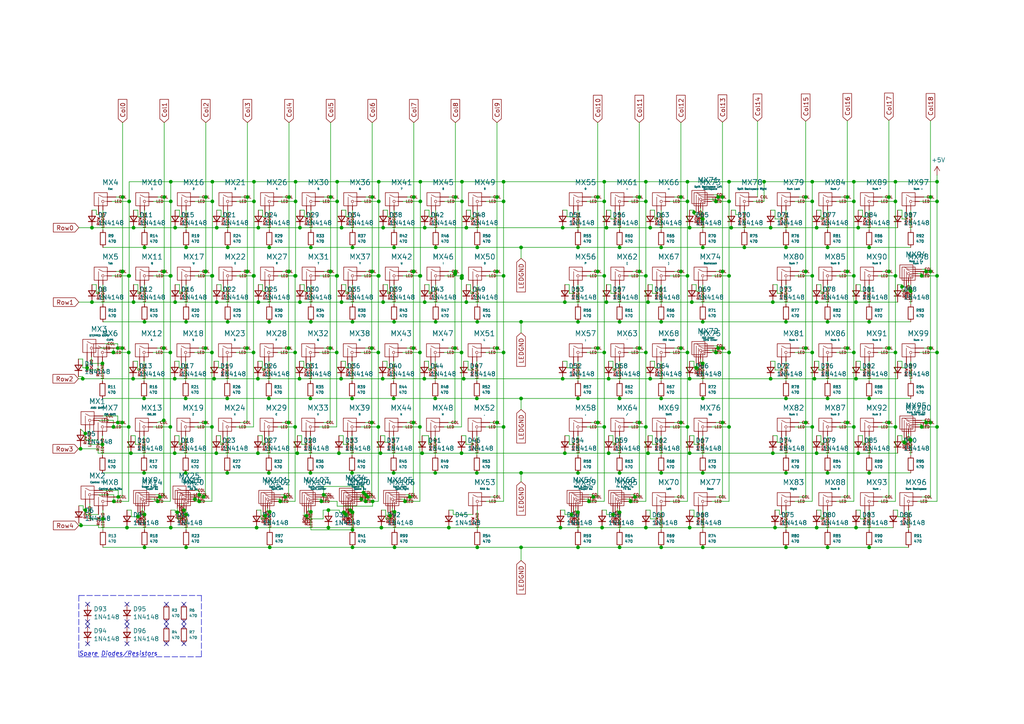
<source format=kicad_sch>
(kicad_sch (version 20211123) (generator eeschema)
  (paper "A4")
  (junction (at 235.585 52.705))
  (junction (at 65.913 137.16))
  (junction (at 259.715 80.01))
  (junction (at 146.05 52.705))
  (junction (at 66.04 71.755))
  (junction (at 101.6 147.955))
  (junction (at 138.43 93.345))
  (junction (at 227.965 158.75))
  (junction (at 247.65 123.825))
  (junction (at 102.235 148.59))
  (junction (at 59.69 57.15))
  (junction (at 77.978 115.57))
  (junction (at 188.595 109.855))
  (junction (at 121.92 58.42))
  (junction (at 95.25 147.955))
  (junction (at 83.693 78.74))
  (junction (at 187.325 153.035))
  (junction (at 85.725 52.705))
  (junction (at 73.66 58.42))
  (junction (at 138.303 115.57))
  (junction (at 138.43 71.755))
  (junction (at 173.355 122.555))
  (junction (at 173.355 100.965))
  (junction (at 133.985 52.705))
  (junction (at 35.56 57.15))
  (junction (at 24.003 109.855))
  (junction (at 211.455 52.705))
  (junction (at 126.238 137.16))
  (junction (at 61.468 123.825))
  (junction (at 167.64 115.57))
  (junction (at 34.163 100.965))
  (junction (at 37.465 80.01))
  (junction (at 59.69 78.74))
  (junction (at 62.865 66.04))
  (junction (at 146.05 58.42))
  (junction (at 151.13 71.755))
  (junction (at 134.493 109.855))
  (junction (at 236.22 109.855))
  (junction (at 191.77 158.75))
  (junction (at 146.05 123.825))
  (junction (at 199.39 123.825))
  (junction (at 71.755 57.15))
  (junction (at 224.155 131.445))
  (junction (at 212.09 66.04))
  (junction (at 233.68 100.965))
  (junction (at 37.338 102.235))
  (junction (at 240.03 93.345))
  (junction (at 117.475 145.415))
  (junction (at 35.433 100.965))
  (junction (at 167.64 71.755))
  (junction (at 223.52 66.04))
  (junction (at 175.26 102.235))
  (junction (at 78.232 148.463))
  (junction (at 179.705 115.57))
  (junction (at 41.783 115.57))
  (junction (at 105.41 142.875))
  (junction (at 74.422 153.035))
  (junction (at 109.855 58.42))
  (junction (at 123.19 66.04))
  (junction (at 173.355 57.15))
  (junction (at 163.83 131.445))
  (junction (at 90.043 115.57))
  (junction (at 133.858 80.645))
  (junction (at 97.79 52.705))
  (junction (at 113.157 149.606))
  (junction (at 144.145 100.965))
  (junction (at 203.835 63.5))
  (junction (at 111.125 66.04))
  (junction (at 167.64 148.59))
  (junction (at 208.28 100.965))
  (junction (at 29.718 105.41))
  (junction (at 61.595 58.42))
  (junction (at 47.498 78.74))
  (junction (at 73.533 102.235))
  (junction (at 269.875 100.965))
  (junction (at 200.025 66.04))
  (junction (at 50.8 87.63))
  (junction (at 66.04 93.345))
  (junction (at 247.65 102.235))
  (junction (at 95.758 78.74))
  (junction (at 71.628 78.74))
  (junction (at 76.962 149.606))
  (junction (at 200.025 153.035))
  (junction (at 248.285 109.855))
  (junction (at 179.705 148.59))
  (junction (at 211.455 123.825))
  (junction (at 98.933 109.855))
  (junction (at 236.855 131.445))
  (junction (at 132.08 57.15))
  (junction (at 245.745 57.15))
  (junction (at 40.005 149.86))
  (junction (at 200.66 87.63))
  (junction (at 259.715 102.235))
  (junction (at 179.705 93.345))
  (junction (at 174.625 153.035))
  (junction (at 252.095 71.755))
  (junction (at 53.848 137.16))
  (junction (at 97.79 80.01))
  (junction (at 203.835 105.41))
  (junction (at 257.81 57.15))
  (junction (at 36.83 153.035))
  (junction (at 73.66 80.01))
  (junction (at 163.195 66.04))
  (junction (at 123.19 87.63))
  (junction (at 199.39 58.42))
  (junction (at 82.677 144.145))
  (junction (at 109.728 123.825))
  (junction (at 187.96 131.445))
  (junction (at 233.68 57.15))
  (junction (at 135.255 66.04))
  (junction (at 102.235 158.75))
  (junction (at 271.78 123.825))
  (junction (at 240.03 71.755))
  (junction (at 269.875 78.74))
  (junction (at 144.145 78.74))
  (junction (at 191.77 115.57))
  (junction (at 252.095 158.75))
  (junction (at 98.298 131.445))
  (junction (at 236.855 66.04))
  (junction (at 78.105 93.345))
  (junction (at 132.08 78.74))
  (junction (at 133.985 80.01))
  (junction (at 146.05 102.235))
  (junction (at 114.173 115.57))
  (junction (at 211.455 58.42))
  (junction (at 102.108 137.16))
  (junction (at 32.893 123.825))
  (junction (at 187.325 80.01))
  (junction (at 175.895 87.63))
  (junction (at 95.885 78.74))
  (junction (at 114.173 137.16))
  (junction (at 133.858 131.445))
  (junction (at 50.8 66.04))
  (junction (at 224.155 87.63))
  (junction (at 151.13 115.57))
  (junction (at 61.595 52.705))
  (junction (at 197.485 57.15))
  (junction (at 252.095 93.345))
  (junction (at 203.835 137.16))
  (junction (at 162.56 153.035))
  (junction (at 74.803 109.855))
  (junction (at 53.34 147.955))
  (junction (at 221.615 52.705))
  (junction (at 179.705 158.75))
  (junction (at 119.888 100.965))
  (junction (at 120.015 78.74))
  (junction (at 199.39 52.705))
  (junction (at 95.25 153.035))
  (junction (at 93.853 143.51))
  (junction (at 59.055 144.145))
  (junction (at 197.485 122.555))
  (junction (at 227.965 93.345))
  (junction (at 46.355 144.145))
  (junction (at 167.64 158.75))
  (junction (at 151.13 93.345))
  (junction (at 261.62 83.185))
  (junction (at 74.803 131.445))
  (junction (at 248.285 87.63))
  (junction (at 107.823 78.74))
  (junction (at 167.64 93.345))
  (junction (at 49.53 52.705))
  (junction (at 236.855 87.63))
  (junction (at 151.13 137.16))
  (junction (at 211.455 102.235))
  (junction (at 37.338 123.825))
  (junction (at 107.823 100.965))
  (junction (at 187.325 58.42))
  (junction (at 223.52 109.855))
  (junction (at 233.68 78.74))
  (junction (at 88.9 149.606))
  (junction (at 240.03 158.75))
  (junction (at 85.725 80.01))
  (junction (at 114.3 71.755))
  (junction (at 203.835 158.75))
  (junction (at 172.085 144.145))
  (junction (at 114.427 148.463))
  (junction (at 130.175 153.035))
  (junction (at 83.82 78.74))
  (junction (at 38.735 87.63))
  (junction (at 176.53 109.855))
  (junction (at 245.745 78.74))
  (junction (at 109.728 102.235))
  (junction (at 133.985 80.645))
  (junction (at 110.363 131.445))
  (junction (at 114.427 158.75))
  (junction (at 264.16 84.455))
  (junction (at 47.625 57.15))
  (junction (at 56.515 144.78))
  (junction (at 65.913 115.57))
  (junction (at 71.755 78.74))
  (junction (at 121.793 102.235))
  (junction (at 109.728 80.01))
  (junction (at 131.953 100.965))
  (junction (at 62.103 109.855))
  (junction (at 209.55 100.965))
  (junction (at 97.663 102.235))
  (junction (at 95.758 100.965))
  (junction (at 271.78 58.42))
  (junction (at 252.095 115.57))
  (junction (at 35.56 78.74))
  (junction (at 90.043 137.16))
  (junction (at 144.145 122.555))
  (junction (at 50.673 109.855))
  (junction (at 107.823 122.555))
  (junction (at 247.65 58.42))
  (junction (at 144.145 57.15))
  (junction (at 38.735 66.04))
  (junction (at 175.26 123.825))
  (junction (at 41.91 158.75))
  (junction (at 200.025 131.445))
  (junction (at 34.163 122.555))
  (junction (at 109.855 80.01))
  (junction (at 61.468 102.235))
  (junction (at 245.745 122.555))
  (junction (at 83.693 100.965))
  (junction (at 61.468 80.01))
  (junction (at 110.998 109.855))
  (junction (at 126.365 71.755))
  (junction (at 51.435 148.59))
  (junction (at 240.03 137.16))
  (junction (at 121.92 52.705))
  (junction (at 236.855 153.035))
  (junction (at 227.965 137.16))
  (junction (at 62.865 87.63))
  (junction (at 133.985 58.42))
  (junction (at 37.973 131.445))
  (junction (at 235.585 102.235))
  (junction (at 126.238 115.57))
  (junction (at 165.735 149.225))
  (junction (at 102.235 153.67))
  (junction (at 262.255 128.27))
  (junction (at 85.598 80.01))
  (junction (at 259.715 52.705))
  (junction (at 247.65 52.705))
  (junction (at 29.718 128.905))
  (junction (at 267.335 123.825))
  (junction (at 106.68 144.145))
  (junction (at 197.485 78.74))
  (junction (at 53.975 149.225))
  (junction (at 235.585 58.42))
  (junction (at 107.95 57.15))
  (junction (at 95.885 57.15))
  (junction (at 35.433 122.555))
  (junction (at 90.17 93.345))
  (junction (at 108.077 145.415))
  (junction (at 74.93 66.04))
  (junction (at 49.403 80.01))
  (junction (at 102.108 115.57))
  (junction (at 33.02 145.415))
  (junction (at 209.55 122.555))
  (junction (at 35.433 78.74))
  (junction (at 235.585 123.825))
  (junction (at 200.025 109.855))
  (junction (at 102.235 71.755))
  (junction (at 203.835 71.755))
  (junction (at 240.03 115.57))
  (junction (at 184.15 144.145))
  (junction (at 62.738 131.445))
  (junction (at 49.403 102.235))
  (junction (at 175.26 58.42))
  (junction (at 208.28 57.15))
  (junction (at 188.595 66.04))
  (junction (at 86.995 66.04))
  (junction (at 173.355 78.74))
  (junction (at 41.783 137.16))
  (junction (at 32.893 102.235))
  (junction (at 121.793 123.825))
  (junction (at 271.78 102.235))
  (junction (at 185.42 100.965))
  (junction (at 248.92 66.04))
  (junction (at 83.693 122.555))
  (junction (at 209.55 78.74))
  (junction (at 85.725 58.42))
  (junction (at 34.29 144.145))
  (junction (at 118.872 144.145))
  (junction (at 104.775 144.78))
  (junction (at 99.06 66.04))
  (junction (at 97.79 58.42))
  (junction (at 122.428 131.445))
  (junction (at 203.835 93.345))
  (junction (at 73.66 52.705))
  (junction (at 126.365 93.345))
  (junction (at 259.715 123.825))
  (junction (at 78.105 71.755))
  (junction (at 201.295 61.595))
  (junction (at 41.91 71.755))
  (junction (at 37.465 58.42))
  (junction (at 93.218 145.415))
  (junction (at 197.485 100.965))
  (junction (at 77.978 137.16))
  (junction (at 59.563 122.555))
  (junction (at 211.455 80.01))
  (junction (at 187.325 102.235))
  (junction (at 121.793 80.01))
  (junction (at 38.608 109.855))
  (junction (at 187.96 87.63))
  (junction (at 73.533 80.01))
  (junction (at 248.92 131.445))
  (junction (at 100.33 149.225))
  (junction (at 138.303 137.16))
  (junction (at 26.67 66.04))
  (junction (at 106.045 143.51))
  (junction (at 207.645 102.235))
  (junction (at 146.05 80.01))
  (junction (at 259.715 58.42))
  (junction (at 119.888 122.555))
  (junction (at 25.273 106.68))
  (junction (at 61.595 80.01))
  (junction (at 24.765 147.955))
  (junction (at 227.965 71.755))
  (junction (at 199.39 80.01))
  (junction (at 245.745 100.965))
  (junction (at 267.335 80.01))
  (junction (at 187.325 52.705))
  (junction (at 121.92 80.01))
  (junction (at 49.403 123.825))
  (junction (at 47.498 100.965))
  (junction (at 269.875 122.555))
  (junction (at 185.42 78.74))
  (junction (at 78.232 158.75))
  (junction (at 83.82 57.15))
  (junction (at 215.9 71.755))
  (junction (at 47.498 121.92))
  (junction (at 235.585 80.01))
  (junction (at 24.765 125.73))
  (junction (at 207.645 58.42))
  (junction (at 59.563 78.74))
  (junction (at 123.063 109.855))
  (junction (at 57.785 145.415))
  (junction (at 175.895 66.04))
  (junction (at 41.91 93.345))
  (junction (at 114.3 93.345))
  (junction (at 49.53 80.01))
  (junction (at 41.91 149.225))
  (junction (at 85.598 102.235))
  (junction (at 187.325 123.825))
  (junction (at 269.875 57.15))
  (junction (at 167.64 137.16))
  (junction (at 133.858 102.235))
  (junction (at 233.68 122.555))
  (junction (at 179.705 71.755))
  (junction (at 191.77 71.755))
  (junction (at 26.67 87.63))
  (junction (at 110.617 153.035))
  (junction (at 271.78 80.01))
  (junction (at 59.563 100.965))
  (junction (at 248.285 153.035))
  (junction (at 111.125 87.63))
  (junction (at 151.13 158.75))
  (junction (at 209.55 57.15))
  (junction (at 131.953 79.375))
  (junction (at 90.17 71.755))
  (junction (at 50.673 131.445))
  (junction (at 23.495 152.4))
  (junction (at 53.975 93.345))
  (junction (at 271.78 52.705))
  (junction (at 132.08 79.375))
  (junction (at 203.835 115.57))
  (junction (at 268.605 122.555))
  (junction (at 268.605 78.74))
  (junction (at 163.83 87.63))
  (junction (at 53.975 71.755))
  (junction (at 185.42 122.555))
  (junction (at 182.88 145.415))
  (junction (at 99.695 148.59))
  (junction (at 49.53 58.42))
  (junction (at 201.93 106.68))
  (junction (at 81.28 145.415))
  (junction (at 176.53 131.445))
  (junction (at 29.845 150.495))
  (junction (at 257.81 100.965))
  (junction (at 86.868 109.855))
  (junction (at 177.8 149.225))
  (junction (at 163.195 109.855))
  (junction (at 199.39 102.235))
  (junction (at 138.43 158.75))
  (junction (at 99.06 87.63))
  (junction (at 47.625 78.74))
  (junction (at 86.995 87.63))
  (junction (at 135.255 87.63))
  (junction (at 257.81 122.555))
  (junction (at 90.17 148.463))
  (junction (at 74.93 87.63))
  (junction (at 247.65 80.01))
  (junction (at 175.26 52.705))
  (junction (at 102.235 93.345))
  (junction (at 257.81 78.74))
  (junction (at 224.79 153.035))
  (junction (at 71.628 100.965))
  (junction (at 179.705 137.16))
  (junction (at 49.53 153.035))
  (junction (at 252.095 137.16))
  (junction (at 57.785 143.51))
  (junction (at 264.16 127.635))
  (junction (at 191.77 137.16))
  (junction (at 119.888 78.74))
  (junction (at 53.848 115.57))
  (junction (at 185.42 57.15))
  (junction (at 175.26 80.01))
  (junction (at 23.368 130.175))
  (junction (at 106.045 145.415))
  (junction (at 97.663 80.01))
  (junction (at 53.975 158.75))
  (junction (at 86.233 131.445))
  (junction (at 120.015 57.15))
  (junction (at 85.598 123.825))
  (junction (at 107.95 78.74))
  (junction (at 227.965 115.57))
  (junction (at 37.338 80.01))
  (junction (at 191.77 93.345))
  (junction (at 45.72 145.415))
  (junction (at 170.815 145.415))
  (junction (at 109.855 52.705))
  (no_connect (at 48.26 175.26))
  (no_connect (at 48.26 186.69))
  (no_connect (at 53.34 186.69))
  (no_connect (at 36.83 186.69))
  (no_connect (at 53.34 181.61))
  (no_connect (at 36.83 180.34))
  (no_connect (at 53.34 175.26))
  (no_connect (at 36.83 181.61))
  (no_connect (at 48.26 180.34))
  (no_connect (at 53.34 180.34))
  (no_connect (at 36.83 175.26))
  (no_connect (at 48.26 181.61))
  (no_connect (at 25.4 175.26))
  (no_connect (at 25.4 181.61))
  (no_connect (at 25.4 180.34))
  (no_connect (at 25.4 186.69))
  (wire (pts (xy 200.025 147.955) (xy 201.295 147.955)))
  (wire (pts (xy 64.135 62.865) (xy 64.77 62.865)))
  (wire (pts (xy 133.985 80.645) (xy 133.985 80.01)))
  (wire (pts (xy 207.01 56.515) (xy 208.28 56.515)))
  (wire (pts (xy 52.705 62.23) (xy 52.705 62.865)))
  (wire (pts (xy 23.368 130.175) (xy 28.448 130.175)))
  (wire (pts (xy 189.23 126.365) (xy 189.23 128.905)))
  (wire (pts (xy 111.887 147.955) (xy 111.887 150.495)))
  (wire (pts (xy 208.28 57.15) (xy 207.645 57.15)))
  (wire (pts (xy 71.755 57.15) (xy 71.755 78.74)))
  (wire (pts (xy 37.973 131.445) (xy 50.673 131.445)))
  (wire (pts (xy 50.8 60.96) (xy 52.07 60.96)))
  (wire (pts (xy 87.503 126.365) (xy 87.503 128.905)))
  (wire (pts (xy 249.555 84.455) (xy 250.825 84.455)))
  (wire (pts (xy 176.53 104.775) (xy 177.8 104.775)))
  (wire (pts (xy 43.815 144.78) (xy 45.72 144.78)))
  (wire (pts (xy 136.525 63.5) (xy 137.16 63.5)))
  (wire (pts (xy 221.615 52.705) (xy 235.585 52.705)))
  (wire (pts (xy 126.365 82.55) (xy 126.365 88.265)))
  (wire (pts (xy 86.995 60.96) (xy 88.265 60.96)))
  (wire (pts (xy 219.71 35.179) (xy 219.71 57.15)))
  (wire (pts (xy 85.725 58.42) (xy 85.725 80.01)))
  (wire (pts (xy 202.565 106.045) (xy 202.565 107.315)))
  (wire (pts (xy 64.135 60.96) (xy 64.135 62.865)))
  (wire (pts (xy 184.15 144.145) (xy 183.515 144.145)))
  (wire (pts (xy 185.42 35.56) (xy 185.42 57.15)))
  (wire (pts (xy 116.713 102.235) (xy 121.793 102.235)))
  (wire (pts (xy 257.81 78.74) (xy 255.905 78.74)))
  (wire (pts (xy 123.063 104.775) (xy 124.333 104.775)))
  (wire (pts (xy 208.28 100.33) (xy 208.28 100.965)))
  (wire (pts (xy 201.295 126.365) (xy 201.295 128.905)))
  (wire (pts (xy 240.03 115.57) (xy 227.965 115.57)))
  (wire (pts (xy 100.33 85.09) (xy 100.965 85.09)))
  (wire (pts (xy 22.733 109.22) (xy 24.003 109.22)))
  (wire (pts (xy 225.425 128.27) (xy 226.695 128.27)))
  (wire (pts (xy 264.16 60.96) (xy 264.16 66.675)))
  (wire (pts (xy 45.72 144.78) (xy 45.72 145.415)))
  (wire (pts (xy 252.095 158.75) (xy 263.525 158.75)))
  (wire (pts (xy 114.173 115.57) (xy 102.108 115.57)))
  (wire (pts (xy 259.715 52.705) (xy 271.78 52.705)))
  (wire (pts (xy 263.525 127.635) (xy 264.16 127.635)))
  (wire (pts (xy 29.845 147.955) (xy 29.845 150.495)))
  (wire (pts (xy 57.785 144.78) (xy 57.785 145.415)))
  (wire (pts (xy 163.83 131.445) (xy 176.53 131.445)))
  (wire (pts (xy 102.235 153.67) (xy 90.17 153.67)))
  (wire (pts (xy 23.368 124.46) (xy 24.765 125.73)))
  (wire (pts (xy 61.595 58.42) (xy 61.595 52.705)))
  (wire (pts (xy 271.78 145.415) (xy 271.78 123.825)))
  (wire (pts (xy 144.145 78.74) (xy 144.145 100.965)))
  (wire (pts (xy 203.835 93.345) (xy 191.77 93.345)))
  (wire (pts (xy 135.128 128.905) (xy 137.033 128.905)))
  (wire (pts (xy 64.135 84.455) (xy 64.77 84.455)))
  (wire (pts (xy 177.8 128.905) (xy 178.435 128.905)))
  (wire (pts (xy 202.565 149.225) (xy 202.565 149.86)))
  (wire (pts (xy 124.333 104.775) (xy 124.333 107.315)))
  (wire (pts (xy 41.91 147.955) (xy 41.91 149.225)))
  (wire (pts (xy 97.663 80.01) (xy 97.79 80.01)))
  (wire (pts (xy 63.373 106.68) (xy 64.643 106.68)))
  (wire (pts (xy 64.135 82.55) (xy 64.135 84.455)))
  (wire (pts (xy 123.063 109.855) (xy 134.493 109.855)))
  (wire (pts (xy 53.975 93.345) (xy 41.91 93.345)))
  (wire (pts (xy 117.475 144.78) (xy 117.475 145.415)))
  (wire (pts (xy 138.43 158.75) (xy 151.13 158.75)))
  (wire (pts (xy 233.68 57.15) (xy 231.775 57.15)))
  (wire (pts (xy 261.62 83.185) (xy 262.255 83.185)))
  (wire (pts (xy 106.68 143.51) (xy 106.68 144.145)))
  (wire (pts (xy 85.598 80.01) (xy 85.725 80.01)))
  (wire (pts (xy 56.515 142.24) (xy 57.785 142.24)))
  (wire (pts (xy 39.243 126.365) (xy 39.243 128.905)))
  (wire (pts (xy 113.03 83.82) (xy 113.03 85.09)))
  (wire (pts (xy 231.775 78.74) (xy 233.68 78.74)))
  (wire (pts (xy 88.773 106.045) (xy 88.773 106.68)))
  (wire (pts (xy 208.28 100.965) (xy 207.645 100.965)))
  (wire (pts (xy 269.875 122.555) (xy 268.605 122.555)))
  (wire (pts (xy 199.39 102.235) (xy 199.39 123.825)))
  (wire (pts (xy 112.903 106.045) (xy 112.903 106.68)))
  (wire (pts (xy 189.23 128.905) (xy 190.5 128.905)))
  (wire (pts (xy 76.962 149.606) (xy 76.962 150.495)))
  (wire (pts (xy 268.605 78.74) (xy 268.605 78.105)))
  (wire (pts (xy 124.333 126.365) (xy 124.333 128.905)))
  (wire (pts (xy 163.83 87.63) (xy 175.895 87.63)))
  (wire (pts (xy 203.2 104.14) (xy 203.2 105.41)))
  (wire (pts (xy 165.735 149.86) (xy 166.37 149.86)))
  (wire (pts (xy 179.705 115.57) (xy 167.64 115.57)))
  (wire (pts (xy 88.138 104.775) (xy 88.138 106.68)))
  (wire (pts (xy 52.705 146.05) (xy 52.705 147.955)))
  (wire (pts (xy 32.258 123.825) (xy 32.893 123.825)))
  (wire (pts (xy 34.163 99.695) (xy 34.163 100.965)))
  (wire (pts (xy 74.422 147.955) (xy 75.692 147.955)))
  (wire (pts (xy 203.835 147.955) (xy 203.835 153.67)))
  (wire (pts (xy 240.03 93.345) (xy 227.965 93.345)))
  (wire (pts (xy 33.02 143.51) (xy 33.02 145.415)))
  (wire (pts (xy 233.68 144.145) (xy 231.775 144.145)))
  (wire (pts (xy 252.095 82.55) (xy 252.095 88.265)))
  (wire (pts (xy 39.878 104.775) (xy 39.878 107.315)))
  (wire (pts (xy 264.16 104.775) (xy 264.16 110.49)))
  (wire (pts (xy 187.96 82.55) (xy 189.23 82.55)))
  (wire (pts (xy 30.353 99.695) (xy 34.163 99.695)))
  (wire (pts (xy 144.145 57.15) (xy 144.145 78.74)))
  (wire (pts (xy 227.965 60.96) (xy 227.965 66.675)))
  (wire (pts (xy 111.633 128.27) (xy 112.903 128.27)))
  (wire (pts (xy 76.2 62.865) (xy 76.835 62.865)))
  (wire (pts (xy 85.598 102.235) (xy 85.598 123.825)))
  (wire (pts (xy 47.625 57.15) (xy 45.72 57.15)))
  (wire (pts (xy 261.62 60.96) (xy 261.62 63.5)))
  (wire (pts (xy 175.26 102.235) (xy 175.26 123.825)))
  (wire (pts (xy 185.42 122.555) (xy 183.515 122.555)))
  (wire (pts (xy 230.505 58.42) (xy 235.585 58.42)))
  (wire (pts (xy 131.445 149.225) (xy 137.16 149.225)))
  (wire (pts (xy 95.25 147.955) (xy 98.425 147.955)))
  (wire (pts (xy 133.858 126.365) (xy 135.128 126.365)))
  (wire (pts (xy 99.06 60.96) (xy 100.33 60.96)))
  (wire (pts (xy 85.598 80.01) (xy 85.598 102.235)))
  (wire (pts (xy 28.448 130.175) (xy 28.448 131.445)))
  (wire (pts (xy 95.25 153.035) (xy 110.617 153.035)))
  (wire (pts (xy 86.995 87.63) (xy 99.06 87.63)))
  (wire (pts (xy 77.978 137.16) (xy 65.913 137.16)))
  (wire (pts (xy 38.608 109.855) (xy 50.673 109.855)))
  (wire (pts (xy 51.435 150.495) (xy 51.435 148.59)))
  (wire (pts (xy 32.893 123.825) (xy 37.338 123.825)))
  (wire (pts (xy 185.42 78.74) (xy 183.515 78.74)))
  (wire (pts (xy 97.663 102.235) (xy 97.663 123.825)))
  (wire (pts (xy 236.855 131.445) (xy 248.92 131.445)))
  (wire (pts (xy 167.005 148.59) (xy 167.64 148.59)))
  (wire (pts (xy 211.455 80.01) (xy 211.455 102.235)))
  (wire (pts (xy 88.265 82.55) (xy 88.265 84.455)))
  (wire (pts (xy 151.13 93.345) (xy 167.64 93.345)))
  (wire (pts (xy 74.422 153.035) (xy 95.25 153.035)))
  (wire (pts (xy 76.2 60.96) (xy 76.2 62.865)))
  (wire (pts (xy 169.545 144.78) (xy 170.815 144.78)))
  (wire (pts (xy 97.79 52.705) (xy 109.855 52.705)))
  (wire (pts (xy 106.045 145.415) (xy 108.077 145.415)))
  (wire (pts (xy 260.35 104.775) (xy 261.62 104.775)))
  (wire (pts (xy 259.715 123.825) (xy 259.715 145.415)))
  (wire (pts (xy 194.31 80.01) (xy 199.39 80.01)))
  (wire (pts (xy 203.835 82.55) (xy 203.835 88.265)))
  (wire (pts (xy 29.845 150.495) (xy 29.845 153.67)))
  (wire (pts (xy 76.073 128.905) (xy 76.708 128.905)))
  (wire (pts (xy 76.073 107.315) (xy 76.708 107.315)))
  (wire (pts (xy 185.42 122.555) (xy 185.42 144.145)))
  (wire (pts (xy 44.323 123.825) (xy 49.403 123.825)))
  (wire (pts (xy 40.005 60.96) (xy 40.005 62.865)))
  (wire (pts (xy 75.692 147.955) (xy 75.692 150.495)))
  (wire (pts (xy 32.385 80.01) (xy 37.338 80.01)))
  (wire (pts (xy 188.595 60.96) (xy 189.865 60.96)))
  (wire (pts (xy 185.42 100.965) (xy 183.515 100.965)))
  (wire (pts (xy 185.42 78.74) (xy 185.42 100.965)))
  (wire (pts (xy 226.06 147.955) (xy 226.06 149.225)))
  (wire (pts (xy 267.335 80.01) (xy 271.78 80.01)))
  (wire (pts (xy 38.735 60.96) (xy 40.005 60.96)))
  (wire (pts (xy 106.045 143.51) (xy 106.68 143.51)))
  (wire (pts (xy 113.792 148.463) (xy 114.427 148.463)))
  (wire (pts (xy 47.498 78.74) (xy 47.498 100.965)))
  (wire (pts (xy 177.8 149.86) (xy 178.435 149.86)))
  (wire (pts (xy 201.295 61.595) (xy 201.295 62.23)))
  (wire (pts (xy 142.113 122.555) (xy 144.145 122.555)))
  (wire (pts (xy 114.3 60.96) (xy 114.3 66.675)))
  (wire (pts (xy 109.855 52.705) (xy 121.92 52.705)))
  (wire (pts (xy 201.295 147.955) (xy 201.295 149.86)))
  (wire (pts (xy 50.8 148.59) (xy 51.435 148.59)))
  (wire (pts (xy 267.335 144.145) (xy 269.875 144.145)))
  (wire (pts (xy 29.718 105.41) (xy 26.543 105.41)))
  (wire (pts (xy 140.843 102.235) (xy 146.05 102.235)))
  (wire (pts (xy 191.77 158.75) (xy 179.705 158.75)))
  (wire (pts (xy 235.585 58.42) (xy 235.585 52.705)))
  (wire (pts (xy 37.465 52.705) (xy 49.53 52.705)))
  (wire (pts (xy 252.095 104.775) (xy 252.095 110.49)))
  (wire (pts (xy 35.433 100.965) (xy 35.433 122.555)))
  (wire (pts (xy 200.66 87.63) (xy 224.155 87.63)))
  (wire (pts (xy 242.57 80.01) (xy 247.65 80.01)))
  (wire (pts (xy 200.025 104.775) (xy 201.295 104.775)))
  (wire (pts (xy 121.793 80.01) (xy 121.793 102.235)))
  (wire (pts (xy 49.403 102.235) (xy 49.403 123.825)))
  (wire (pts (xy 124.333 128.905) (xy 124.968 128.905)))
  (wire (pts (xy 238.76 127.635) (xy 238.76 128.905)))
  (wire (pts (xy 238.125 147.955) (xy 238.125 150.495)))
  (wire (pts (xy 248.285 109.855) (xy 260.35 109.855)))
  (wire (pts (xy 166.37 149.225) (xy 166.37 149.86)))
  (wire (pts (xy 40.513 127.635) (xy 40.513 128.905)))
  (wire (pts (xy 107.95 57.15) (xy 107.95 78.74)))
  (wire (pts (xy 187.325 58.42) (xy 187.325 80.01)))
  (wire (pts (xy 188.595 104.775) (xy 189.865 104.775)))
  (wire (pts (xy 24.765 147.955) (xy 24.765 147.32)))
  (wire (pts (xy 23.495 152.4) (xy 23.495 151.765)))
  (wire (pts (xy 166.37 106.045) (xy 166.37 106.68)))
  (wire (pts (xy 209.55 57.15) (xy 209.55 78.74)))
  (wire (pts (xy 92.075 144.78) (xy 93.218 144.78)))
  (wire (pts (xy 73.66 58.42) (xy 73.66 80.01)))
  (wire (pts (xy 57.15 143.51) (xy 57.785 143.51)))
  (wire (pts (xy 68.58 58.42) (xy 73.66 58.42)))
  (wire (pts (xy 261.62 63.5) (xy 262.89 63.5)))
  (wire (pts (xy 40.005 85.09) (xy 40.64 85.09)))
  (wire (pts (xy 35.433 122.555) (xy 35.433 144.145)))
  (wire (pts (xy 266.7 80.01) (xy 267.335 80.01)))
  (wire (pts (xy 164.465 62.865) (xy 166.37 62.865)))
  (wire (pts (xy 201.295 104.775) (xy 201.295 106.68)))
  (wire (pts (xy 35.433 122.555) (xy 34.163 122.555)))
  (wire (pts (xy 104.648 102.235) (xy 109.728 102.235)))
  (wire (pts (xy 73.533 80.01) (xy 73.66 80.01)))
  (wire (pts (xy 170.815 143.51) (xy 172.085 143.51)))
  (wire (pts (xy 59.563 122.555) (xy 57.658 122.555)))
  (wire (pts (xy 271.78 102.235) (xy 271.78 123.825)))
  (wire (pts (xy 104.775 144.78) (xy 106.045 144.78)))
  (wire (pts (xy 200.025 60.96) (xy 201.295 60.96)))
  (wire (pts (xy 176.53 126.365) (xy 177.8 126.365)))
  (wire (pts (xy 92.583 102.235) (xy 97.663 102.235)))
  (wire (pts (xy 230.505 102.235) (xy 235.585 102.235)))
  (wire (pts (xy 74.93 66.04) (xy 86.995 66.04)))
  (wire (pts (xy 95.885 35.56) (xy 95.885 57.15)))
  (wire (pts (xy 69.723 122.555) (xy 71.628 122.555)))
  (wire (pts (xy 59.055 143.51) (xy 59.055 144.145)))
  (wire (pts (xy 137.033 106.045) (xy 137.033 107.315)))
  (wire (pts (xy 267.335 123.19) (xy 267.335 123.825)))
  (wire (pts (xy 52.705 147.955) (xy 53.34 147.955)))
  (wire (pts (xy 40.005 82.55) (xy 40.005 85.09)))
  (wire (pts (xy 28.575 83.82) (xy 28.575 85.09)))
  (wire (pts (xy 119.888 122.555) (xy 117.983 122.555)))
  (wire (pts (xy 197.485 144.145) (xy 195.58 144.145)))
  (wire (pts (xy 226.695 127.635) (xy 226.695 128.27)))
  (wire (pts (xy 112.268 104.775) (xy 112.268 106.68)))
  (wire (pts (xy 260.35 147.955) (xy 260.35 149.86)))
  (wire (pts (xy 146.05 102.235) (xy 146.05 123.825)))
  (wire (pts (xy 98.298 126.365) (xy 99.568 126.365)))
  (wire (pts (xy 138.43 88.265) (xy 138.43 82.55)))
  (wire (pts (xy 224.79 104.775) (xy 224.79 107.315)))
  (wire (pts (xy 131.953 100.965) (xy 131.953 122.555)))
  (wire (pts (xy 104.775 142.875) (xy 105.41 142.875)))
  (wire (pts (xy 114.173 104.775) (xy 114.173 110.49)))
  (wire (pts (xy 74.93 82.55) (xy 76.2 82.55)))
  (wire (pts (xy 200.025 126.365) (xy 201.295 126.365)))
  (wire (pts (xy 104.775 145.415) (xy 106.045 145.415)))
  (wire (pts (xy 190.5 62.23) (xy 190.5 63.5)))
  (wire (pts (xy 269.875 57.15) (xy 267.97 57.15)))
  (wire (pts (xy 224.79 60.96) (xy 224.79 63.5)))
  (wire (pts (xy 27.94 85.09) (xy 28.575 85.09)))
  (wire (pts (xy 102.235 93.345) (xy 90.17 93.345)))
  (wire (pts (xy 113.157 149.225) (xy 113.157 149.606)))
  (wire (pts (xy 128.778 102.235) (xy 133.858 102.235)))
  (wire (pts (xy 82.042 144.145) (xy 82.677 144.145)))
  (wire (pts (xy 252.095 158.75) (xy 240.03 158.75)))
  (wire (pts (xy 257.81 100.965) (xy 255.905 100.965)))
  (wire (pts (xy 52.578 106.68) (xy 52.578 106.045)))
  (wire (pts (xy 53.975 158.75) (xy 78.232 158.75)))
  (wire (pts (xy 269.875 144.145) (xy 269.875 122.555)))
  (wire (pts (xy 137.16 83.82) (xy 137.16 85.09)))
  (wire (pts (xy 80.518 123.825) (xy 85.598 123.825)))
  (wire (pts (xy 88.9 62.23) (xy 88.9 62.865)))
  (wire (pts (xy 102.235 148.59) (xy 102.235 153.67)))
  (wire (pts (xy 242.57 102.235) (xy 247.65 102.235)))
  (wire (pts (xy 240.03 104.775) (xy 240.03 110.49)))
  (wire (pts (xy 121.793 80.01) (xy 121.92 80.01)))
  (wire (pts (xy 138.43 93.345) (xy 126.365 93.345)))
  (wire (pts (xy 172.085 143.51) (xy 172.085 144.145)))
  (wire (pts (xy 235.585 80.01) (xy 235.585 102.235)))
  (wire (pts (xy 267.335 121.92) (xy 268.605 121.92)))
  (wire (pts (xy 56.388 123.825) (xy 61.468 123.825)))
  (wire (pts (xy 175.26 123.825) (xy 175.26 145.415)))
  (wire (pts (xy 56.388 102.235) (xy 61.468 102.235)))
  (wire (pts (xy 138.43 153.67) (xy 138.43 147.955)))
  (wire (pts (xy 28.448 107.315) (xy 25.273 107.315)))
  (wire (pts (xy 185.42 57.15) (xy 183.515 57.15)))
  (wire (pts (xy 235.585 123.825) (xy 235.585 145.415)))
  (wire (pts (xy 170.18 58.42) (xy 175.26 58.42)))
  (wire (pts (xy 126.238 126.365) (xy 126.238 132.08)))
  (wire (pts (xy 262.89 106.045) (xy 262.89 106.68)))
  (wire (pts (xy 107.823 122.555) (xy 107.823 144.145)))
  (wire (pts (xy 163.83 126.365) (xy 165.1 126.365)))
  (wire (pts (xy 245.745 78.74) (xy 243.84 78.74)))
  (wire (pts (xy 88.265 148.59) (xy 88.265 149.606)))
  (wire (pts (xy 47.498 78.74) (xy 47.625 78.74)))
  (wire (pts (xy 88.265 149.606) (xy 88.9 149.606)))
  (wire (pts (xy 218.44 58.42) (xy 221.615 58.42)))
  (wire (pts (xy 124.46 82.55) (xy 124.46 85.09)))
  (wire (pts (xy 133.858 102.235) (xy 133.858 123.825)))
  (wire (pts (xy 254.635 102.235) (xy 259.715 102.235)))
  (wire (pts (xy 123.19 66.04) (xy 135.255 66.04)))
  (wire (pts (xy 178.435 106.045) (xy 178.435 107.315)))
  (wire (pts (xy 93.726 147.955) (xy 95.25 147.955)))
  (wire (pts (xy 209.55 144.145) (xy 207.645 144.145)))
  (wire (pts (xy 97.79 146.812) (xy 97.79 145.415)))
  (wire (pts (xy 203.835 93.345) (xy 227.965 93.345)))
  (wire (pts (xy 76.327 148.59) (xy 76.327 149.606)))
  (wire (pts (xy 164.465 106.68) (xy 166.37 106.68)))
  (wire (pts (xy 118.11 57.15) (xy 120.015 57.15)))
  (wire (pts (xy 38.1 149.86) (xy 40.005 149.86)))
  (wire (pts (xy 257.81 34.925) (xy 257.81 57.15)))
  (wire (pts (xy 117.475 145.415) (xy 121.793 145.415)))
  (wire (pts (xy 268.605 78.74) (xy 267.97 78.74)))
  (wire (pts (xy 201.295 149.86) (xy 202.565 149.86)))
  (wire (pts (xy 83.693 78.74) (xy 83.82 78.74)))
  (wire (pts (xy 257.81 78.74) (xy 257.81 100.965)))
  (wire (pts (xy 167.64 147.955) (xy 167.64 148.59)))
  (wire (pts (xy 252.095 60.96) (xy 252.095 66.675)))
  (wire (pts (xy 49.403 123.825) (xy 49.403 145.415)))
  (wire (pts (xy 53.848 104.775) (xy 53.848 110.49)))
  (wire (pts (xy 177.8 104.775) (xy 177.8 107.315)))
  (wire (pts (xy 95.758 78.74) (xy 95.758 100.965)))
  (wire (pts (xy 25.273 106.68) (xy 25.273 104.775)))
  (wire (pts (xy 248.285 104.775) (xy 249.555 104.775)))
  (wire (pts (xy 76.708 127.635) (xy 76.708 128.905)))
  (wire (pts (xy 119.888 100.965) (xy 117.983 100.965)))
  (wire (pts (xy 124.968 127.635) (xy 124.968 128.905)))
  (wire (pts (xy 104.775 80.01) (xy 109.728 80.01)))
  (wire (pts (xy 266.7 123.825) (xy 267.335 123.825)))
  (wire (pts (xy 44.45 145.415) (xy 45.72 145.415)))
  (wire (pts (xy 133.858 80.645) (xy 133.985 80.645)))
  (wire (pts (xy 100.33 148.59) (xy 100.33 149.225)))
  (wire (pts (xy 102.108 115.57) (xy 90.043 115.57)))
  (wire (pts (xy 226.06 149.225) (xy 226.695 149.225)))
  (wire (pts (xy 266.065 145.415) (xy 271.78 145.415)))
  (wire (pts (xy 261.62 84.455) (xy 261.62 83.185)))
  (wire (pts (xy 238.125 60.96) (xy 238.125 63.5)))
  (wire (pts (xy 105.41 143.51) (xy 106.045 143.51)))
  (wire (pts (xy 81.28 144.78) (xy 81.28 145.415)))
  (wire (pts (xy 78.105 71.755) (xy 66.04 71.755)))
  (wire (pts (xy 224.155 126.365) (xy 225.425 126.365)))
  (wire (pts (xy 201.295 106.68) (xy 201.93 106.68)))
  (wire (pts (xy 26.67 60.96) (xy 27.94 60.96)))
  (wire (pts (xy 95.885 57.15) (xy 95.885 78.74)))
  (wire (pts (xy 27.94 62.23) (xy 28.575 62.23)))
  (wire (pts (xy 100.838 127.635) (xy 100.838 128.905)))
  (wire (pts (xy 135.763 104.775) (xy 135.763 107.315)))
  (wire (pts (xy 131.445 147.955) (xy 131.445 149.225)))
  (wire (pts (xy 252.095 93.345) (xy 240.03 93.345)))
  (wire (pts (xy 97.79 58.42) (xy 97.79 80.01)))
  (wire (pts (xy 138.43 66.675) (xy 138.43 60.96)))
  (wire (pts (xy 85.725 58.42) (xy 85.725 52.705)))
  (wire (pts (xy 59.563 100.965) (xy 57.658 100.965)))
  (wire (pts (xy 101.6 147.955) (xy 101.6 148.59)))
  (wire (pts (xy 47.498 100.965) (xy 47.498 121.92)))
  (wire (pts (xy 187.96 87.63) (xy 200.66 87.63)))
  (wire (pts (xy 93.726 150.495) (xy 93.726 147.955)))
  (wire (pts (xy 227.965 147.955) (xy 227.965 153.67)))
  (wire (pts (xy 224.155 82.55) (xy 225.425 82.55)))
  (wire (pts (xy 188.595 109.855) (xy 200.025 109.855)))
  (wire (pts (xy 238.76 106.045) (xy 238.76 107.315)))
  (wire (pts (xy 99.695 149.225) (xy 100.33 149.225)))
  (wire (pts (xy 71.628 100.965) (xy 71.628 122.555)))
  (wire (pts (xy 211.455 123.825) (xy 211.455 145.415)))
  (wire (pts (xy 111.633 126.365) (xy 111.633 128.27)))
  (wire (pts (xy 225.425 85.09) (xy 226.695 85.09)))
  (wire (pts (xy 191.77 137.16) (xy 179.705 137.16)))
  (wire (pts (xy 81.407 143.51) (xy 82.677 143.51)))
  (wire (pts (xy 66.04 71.755) (xy 53.975 71.755)))
  (wire (pts (xy 201.93 61.595) (xy 201.295 61.595)))
  (wire (pts (xy 201.93 105.41) (xy 201.93 106.68)))
  (wire (pts (xy 178.435 149.225) (xy 178.435 149.86)))
  (wire (pts (xy 125.095 62.23) (xy 125.095 62.865)))
  (wire (pts (xy 93.98 78.74) (xy 95.758 78.74)))
  (wire (pts (xy 138.303 137.16) (xy 126.238 137.16)))
  (wire (pts (xy 38.735 87.63) (xy 50.8 87.63)))
  (wire (pts (xy 61.468 123.825) (xy 61.468 145.415)))
  (wire (pts (xy 52.07 82.55) (xy 52.07 85.09)))
  (wire (pts (xy 88.9 149.606) (xy 88.9 150.495)))
  (wire (pts (xy 264.16 84.455) (xy 264.16 88.265)))
  (wire (pts (xy 121.793 102.235) (xy 121.793 123.825)))
  (wire (pts (xy 247.65 80.01) (xy 247.65 102.235)))
  (wire (pts (xy 80.772 145.415) (xy 81.28 145.415)))
  (wire (pts (xy 88.9 149.225) (xy 88.9 149.606)))
  (wire (pts (xy 137.16 62.23) (xy 137.16 63.5)))
  (wire (pts (xy 95.758 78.74) (xy 95.885 78.74)))
  (wire (pts (xy 138.43 71.755) (xy 151.13 71.755)))
  (wire (pts (xy 133.985 52.705) (xy 146.05 52.705)))
  (wire (pts (xy 55.88 144.78) (xy 56.515 144.78)))
  (wire (pts (xy 188.595 150.495) (xy 190.5 150.495)))
  (wire (pts (xy 28.575 152.4) (xy 28.575 153.035)))
  (wire (pts (xy 250.825 83.82) (xy 250.825 84.455)))
  (wire (pts (xy 77.597 147.32) (xy 77.597 148.463)))
  (wire (pts (xy 257.81 57.15) (xy 257.81 78.74)))
  (wire (pts (xy 41.783 126.365) (xy 41.783 132.08)))
  (wire (pts (xy 128.778 123.825) (xy 133.858 123.825)))
  (wire (pts (xy 114.3 93.345) (xy 102.235 93.345)))
  (wire (pts (xy 76.835 83.82) (xy 76.835 84.455)))
  (wire (pts (xy 29.845 150.495) (xy 26.035 150.495)))
  (wire (pts (xy 82.677 144.145) (xy 83.693 144.145)))
  (wire (pts (xy 41.275 149.225) (xy 41.91 149.225)))
  (wire (pts (xy 34.163 100.965) (xy 33.528 100.965)))
  (wire (pts (xy 110.617 153.035) (xy 130.175 153.035)))
  (wire (pts (xy 110.998 104.775) (xy 112.268 104.775)))
  (wire (pts (xy 248.285 153.035) (xy 259.08 153.035)))
  (wire (pts (xy 26.543 105.41) (xy 26.543 103.505)))
  (wire (pts (xy 167.005 147.32) (xy 167.005 148.59)))
  (wire (pts (xy 50.673 109.855) (xy 62.103 109.855)))
  (wire (pts (xy 88.265 84.455) (xy 88.9 84.455)))
  (wire (pts (xy 29.718 128.905) (xy 29.718 132.08)))
  (wire (pts (xy 120.015 35.56) (xy 120.015 57.15)))
  (wire (pts (xy 108.077 145.415) (xy 109.728 145.415)))
  (wire (pts (xy 144.145 57.15) (xy 142.24 57.15)))
  (wire (pts (xy 221.615 58.42) (xy 221.615 52.705)))
  (wire (pts (xy 100.965 85.09) (xy 100.965 83.82)))
  (wire (pts (xy 68.58 80.01) (xy 73.533 80.01)))
  (wire (pts (xy 238.125 63.5) (xy 238.76 63.5)))
  (wire (pts (xy 194.31 123.825) (xy 199.39 123.825)))
  (wire (pts (xy 104.775 144.145) (xy 104.775 144.78)))
  (wire (pts (xy 262.89 127.635) (xy 262.89 128.905)))
  (wire (pts (xy 197.485 100.965) (xy 197.485 122.555)))
  (wire (pts (xy 78.232 158.75) (xy 102.235 158.75)))
  (wire (pts (xy 100.838 106.045) (xy 100.838 106.68)))
  (wire (pts (xy 140.97 145.415) (xy 146.05 145.415)))
  (wire (pts (xy 104.648 123.825) (xy 109.728 123.825)))
  (wire (pts (xy 86.233 126.365) (xy 87.503 126.365)))
  (wire (pts (xy 151.13 93.345) (xy 151.13 96.52)))
  (wire (pts (xy 140.97 80.01) (xy 146.05 80.01)))
  (wire (pts (xy 249.555 150.495) (xy 250.825 150.495)))
  (wire (pts (xy 197.485 78.74) (xy 197.485 100.965)))
  (wire (pts (xy 35.56 57.15) (xy 33.655 57.15)))
  (wire (pts (xy 114.3 71.755) (xy 102.235 71.755)))
  (wire (pts (xy 95.758 122.555) (xy 93.853 122.555)))
  (wire (pts (xy 266.7 102.235) (xy 271.78 102.235)))
  (wire (pts (xy 248.92 60.96) (xy 250.19 60.96)))
  (wire (pts (xy 179.705 137.16) (xy 167.64 137.16)))
  (wire (pts (xy 35.433 78.74) (xy 35.433 100.965)))
  (wire (pts (xy 49.53 153.035) (xy 74.422 153.035)))
  (wire (pts (xy 74.93 60.96) (xy 76.2 60.96)))
  (wire (pts (xy 95.758 100.965) (xy 93.853 100.965)))
  (wire (pts (xy 266.7 58.42) (xy 271.78 58.42)))
  (wire (pts (xy 138.303 115.57) (xy 126.238 115.57)))
  (wire (pts (xy 121.92 52.705) (xy 133.985 52.705)))
  (wire (pts (xy 182.245 102.235) (xy 187.325 102.235)))
  (wire (pts (xy 201.295 128.905) (xy 202.565 128.905)))
  (wire (pts (xy 268.605 78.105) (xy 267.335 78.105)))
  (wire (pts (xy 86.995 66.04) (xy 99.06 66.04)))
  (wire (pts (xy 83.693 122.555) (xy 81.788 122.555)))
  (wire (pts (xy 250.19 128.905) (xy 250.825 128.905)))
  (wire (pts (xy 90.17 60.96) (xy 90.17 66.675)))
  (wire (pts (xy 170.18 102.235) (xy 175.26 102.235)))
  (wire (pts (xy 240.03 147.955) (xy 240.03 153.67)))
  (wire (pts (xy 173.355 78.74) (xy 171.45 78.74)))
  (wire (pts (xy 252.095 115.57) (xy 240.03 115.57)))
  (wire (pts (xy 114.173 126.365) (xy 114.173 132.08)))
  (wire (pts (xy 28.575 121.92) (xy 32.893 121.92)))
  (wire (pts (xy 61.468 80.01) (xy 61.595 80.01)))
  (wire (pts (xy 269.875 35.052) (xy 269.875 57.15)))
  (wire (pts (xy 233.68 35.179) (xy 233.68 57.15)))
  (wire (pts (xy 250.825 62.23) (xy 250.825 62.865)))
  (wire (pts (xy 126.238 137.16) (xy 114.173 137.16)))
  (wire (pts (xy 175.26 58.42) (xy 175.26 52.705)))
  (wire (pts (xy 121.793 145.415) (xy 121.793 123.825)))
  (wire (pts (xy 24.13 146.685) (xy 24.13 147.955)))
  (wire (pts (xy 211.455 58.42) (xy 211.455 52.705)))
  (wire (pts (xy 112.395 60.96) (xy 112.395 62.865)))
  (wire (pts (xy 205.74 101.6) (xy 207.645 101.6)))
  (wire (pts (xy 163.195 104.775) (xy 164.465 104.775)))
  (wire (pts (xy 24.003 109.855) (xy 38.608 109.855)))
  (wire (pts (xy 189.865 106.68) (xy 190.5 106.68)))
  (wire (pts (xy 177.8 126.365) (xy 177.8 128.905)))
  (wire (pts (xy 130.175 147.955) (xy 131.445 147.955)))
  (wire (pts (xy 102.235 158.75) (xy 114.427 158.75)))
  (wire (pts (xy 262.255 128.905) (xy 262.89 128.905)))
  (wire (pts (xy 50.673 126.365) (xy 51.943 126.365)))
  (wire (pts (xy 26.67 82.55) (xy 27.94 82.55)))
  (wire (pts (xy 249.555 104.775) (xy 249.555 107.315)))
  (wire (pts (xy 104.14 144.78) (xy 104.775 144.78)))
  (wire (pts (xy 138.303 115.57) (xy 151.13 115.57)))
  (wire (pts (xy 128.905 80.01) (xy 133.985 80.01)))
  (wire (pts (xy 49.403 80.01) (xy 49.403 102.235)))
  (wire (pts (xy 29.845 142.24) (xy 34.29 142.24)))
  (wire (pts (xy 110.363 131.445) (xy 122.428 131.445)))
  (wire (pts (xy 65.913 137.16) (xy 53.848 137.16)))
  (wire (pts (xy 203.835 137.16) (xy 191.77 137.16)))
  (wire (pts (xy 271.78 50.8) (xy 271.78 52.705)))
  (wire (pts (xy 77.978 115.57) (xy 65.913 115.57)))
  (wire (pts (xy 50.8 87.63) (xy 62.865 87.63)))
  (wire (pts (xy 51.943 104.775) (xy 51.943 106.68)))
  (wire (pts (xy 128.905 58.42) (xy 133.985 58.42)))
  (wire (pts (xy 146.05 52.705) (xy 175.26 52.705)))
  (wire (pts (xy 179.705 82.55) (xy 179.705 88.265)))
  (wire (pts (xy 26.035 150.495) (xy 26.035 146.05)))
  (wire (pts (xy 207.01 100.33) (xy 208.28 100.33)))
  (wire (pts (xy 99.06 82.55) (xy 100.33 82.55)))
  (wire (pts (xy 203.2 60.325) (xy 203.2 63.5)))
  (wire (pts (xy 22.733 104.14) (xy 24.003 104.14)))
  (wire (pts (xy 249.555 147.955) (xy 249.555 150.495)))
  (wire (pts (xy 245.745 122.555) (xy 243.84 122.555)))
  (wire (pts (xy 52.07 60.96) (xy 52.07 62.865)))
  (wire (pts (xy 119.888 78.74) (xy 120.015 78.74)))
  (wire (pts (xy 62.103 104.775) (xy 63.373 104.775)))
  (wire (pts (xy 200.66 82.55) (xy 201.93 82.55)))
  (wire (pts (xy 187.325 102.235) (xy 187.325 123.825)))
  (wire (pts (xy 76.327 149.606) (xy 76.962 149.606)))
  (wire (pts (xy 254.635 123.825) (xy 259.715 123.825)))
  (wire (pts (xy 95.885 57.15) (xy 93.98 57.15)))
  (wire (pts (xy 146.05 58.42) (xy 146.05 80.01)))
  (wire (pts (xy 24.003 104.14) (xy 24.003 106.68)))
  (wire (pts (xy 88.9 150.495) (xy 93.726 150.495)))
  (wire (pts (xy 146.05 80.01) (xy 146.05 102.235)))
  (wire (pts (xy 203.835 104.775) (xy 203.835 105.41)))
  (wire (pts (xy 37.338 123.825) (xy 37.338 145.415)))
  (wire (pts (xy 250.19 60.96) (xy 250.19 62.865)))
  (wire (pts (xy 56.515 80.01) (xy 61.468 80.01)))
  (wire (pts (xy 191.77 71.755) (xy 179.705 71.755)))
  (wire (pts (xy 236.855 126.365) (xy 238.125 126.365)))
  (wire (pts (xy 173.355 122.555) (xy 173.355 144.145)))
  (wire (pts (xy 172.085 144.145) (xy 171.45 144.145)))
  (wire (pts (xy 116.713 123.825) (xy 121.793 123.825)))
  (wire (pts (xy 151.13 115.57) (xy 167.64 115.57)))
  (wire (pts (xy 271.78 80.01) (xy 271.78 102.235)))
  (wire (pts (xy 76.2 84.455) (xy 76.835 84.455)))
  (wire (pts (xy 166.37 83.82) (xy 166.37 85.09)))
  (wire (pts (xy 213.36 62.23) (xy 214.63 62.23)))
  (wire (pts (xy 185.42 144.145) (xy 184.15 144.145)))
  (wire (pts (xy 100.33 62.865) (xy 100.965 62.865)))
  (wire (pts (xy 112.395 82.55) (xy 112.395 85.09)))
  (wire (pts (xy 262.89 83.82) (xy 262.89 84.455)))
  (wire (pts (xy 110.363 126.365) (xy 111.633 126.365)))
  (wire (pts (xy 227.965 126.365) (xy 227.965 132.08)))
  (wire (pts (xy 107.95 57.15) (xy 106.045 57.15)))
  (wire (pts (xy 266.065 123.19) (xy 267.335 123.19)))
  (wire (pts (xy 93.345 143.51) (xy 93.853 143.51)))
  (wire (pts (xy 209.55 100.965) (xy 208.28 100.965)))
  (wire (pts (xy 271.78 58.42) (xy 271.78 52.705)))
  (wire (pts (xy 22.86 66.04) (xy 26.67 66.04)))
  (wire (pts (xy 163.195 109.855) (xy 176.53 109.855)))
  (wire (pts (xy 138.303 137.16) (xy 151.13 137.16)))
  (wire (pts (xy 203.835 105.41) (xy 203.835 110.49)))
  (wire (pts (xy 245.745 57.15) (xy 243.84 57.15)))
  (wire (pts (xy 39.878 107.315) (xy 40.513 107.315)))
  (wire (pts (xy 99.06 87.63) (xy 111.125 87.63)))
  (wire (pts (xy 80.645 80.01) (xy 85.598 80.01)))
  (wire (pts (xy 175.895 60.96) (xy 177.165 60.96)))
  (wire (pts (xy 166.37 62.23) (xy 166.37 62.865)))
  (wire (pts (xy 197.485 100.965) (xy 195.58 100.965)))
  (wire (pts (xy 175.895 149.225) (xy 177.8 149.225)))
  (wire (pts (xy 33.655 78.74) (xy 35.433 78.74)))
  (wire (pts (xy 200.025 66.04) (xy 212.09 66.04)))
  (wire (pts (xy 66.04 60.96) (xy 66.04 66.675)))
  (wire (pts (xy 191.77 93.345) (xy 179.705 93.345)))
  (wire (pts (xy 179.705 148.59) (xy 179.705 153.67)))
  (wire (pts (xy 190.5 127.635) (xy 190.5 128.905)))
  (wire (pts (xy 33.02 145.415) (xy 37.338 145.415)))
  (wire (pts (xy 170.18 123.825) (xy 175.26 123.825)))
  (wire (pts (xy 53.34 147.32) (xy 53.34 147.955)))
  (wire (pts (xy 133.858 131.445) (xy 122.428 131.445)))
  (wire (pts (xy 187.325 80.01) (xy 187.325 102.235)))
  (wire (pts (xy 200.025 131.445) (xy 224.155 131.445)))
  (wire (pts (xy 40.005 62.865) (xy 40.64 62.865)))
  (wire (pts (xy 151.13 74.93) (xy 151.13 71.755)))
  (wire (pts (xy 62.865 82.55) (xy 64.135 82.55)))
  (wire (pts (xy 135.255 87.63) (xy 163.83 87.63)))
  (wire (pts (xy 199.39 58.42) (xy 199.39 80.01)))
  (wire (pts (xy 35.433 100.965) (xy 34.163 100.965)))
  (wire (pts (xy 90.043 126.365) (xy 90.043 132.08)))
  (wire (pts (xy 182.245 80.01) (xy 187.325 80.01)))
  (wire (pts (xy 55.245 143.51) (xy 56.515 143.51)))
  (wire (pts (xy 63.373 104.775) (xy 63.373 106.68)))
  (wire (pts (xy 167.64 126.365) (xy 167.64 132.08)))
  (wire (pts (xy 83.82 35.56) (xy 83.82 57.15)))
  (wire (pts (xy 179.705 71.755) (xy 167.64 71.755)))
  (wire (pts (xy 101.6 148.59) (xy 102.235 148.59)))
  (wire (pts (xy 189.23 82.55) (xy 189.23 85.09)))
  (wire (pts (xy 80.518 102.235) (xy 85.598 102.235)))
  (wire (pts (xy 103.505 144.145) (xy 104.775 144.145)))
  (wire (pts (xy 40.005 149.86) (xy 40.64 149.86)))
  (wire (pts (xy 268.605 121.92) (xy 268.605 122.555)))
  (wire (pts (xy 73.533 80.01) (xy 73.533 102.235)))
  (wire (pts (xy 71.628 78.74) (xy 69.85 78.74)))
  (wire (pts (xy 151.13 139.7) (xy 151.13 137.16)))
  (wire (pts (xy 194.31 145.415) (xy 199.39 145.415)))
  (wire (pts (xy 236.855 153.035) (xy 248.285 153.035)))
  (wire (pts (xy 162.56 153.035) (xy 130.175 153.035)))
  (wire (pts (xy 116.84 80.01) (xy 121.793 80.01)))
  (wire (pts (xy 107.95 35.56) (xy 107.95 57.15)))
  (wire (pts (xy 240.03 82.55) (xy 240.03 88.265)))
  (wire (pts (xy 53.34 149.225) (xy 53.975 149.225)))
  (wire (pts (xy 59.69 35.56) (xy 59.69 57.15)))
  (wire (pts (xy 144.145 35.56) (xy 144.145 57.15)))
  (wire (pts (xy 29.718 126.365) (xy 29.718 128.905)))
  (wire (pts (xy 114.427 158.75) (xy 138.43 158.75)))
  (wire (pts (xy 111.125 60.96) (xy 112.395 60.96)))
  (wire (pts (xy 62.103 109.855) (xy 74.803 109.855)))
  (wire (pts (xy 106.045 142.875) (xy 106.045 143.51)))
  (wire (pts (xy 35.433 144.145) (xy 34.29 144.145)))
  (wire (pts (xy 184.15 143.51) (xy 184.15 144.145)))
  (wire (pts (xy 248.285 147.955) (xy 249.555 147.955)))
  (wire (pts (xy 190.5 106.045) (xy 190.5 106.68)))
  (wire (pts (xy 76.2 82.55) (xy 76.2 84.455)))
  (wire (pts (xy 131.953 79.375) (xy 131.953 100.965)))
  (wire (pts (xy 203.835 71.755) (xy 215.9 71.755)))
  (wire (pts (xy 62.865 60.96) (xy 64.135 60.96)))
  (wire (pts (xy 182.245 123.825) (xy 187.325 123.825)))
  (wire (pts (xy 51.943 128.905) (xy 52.578 128.905)))
  (wire (pts (xy 182.245 58.42) (xy 187.325 58.42)))
  (wire (pts (xy 61.468 102.235) (xy 61.468 123.825)))
  (wire (pts (xy 185.42 57.15) (xy 185.42 78.74)))
  (wire (pts (xy 74.803 131.445) (xy 86.233 131.445)))
  (polyline (pts (xy 22.86 172.72) (xy 22.86 190.5)))
  (wire (pts (xy 173.355 57.15) (xy 173.355 78.74)))
  (wire (pts (xy 123.19 87.63) (xy 111.125 87.63)))
  (wire (pts (xy 133.858 131.445) (xy 163.83 131.445)))
  (wire (pts (xy 59.563 122.555) (xy 59.563 144.145)))
  (wire (pts (xy 51.435 147.32) (xy 51.435 148.59)))
  (wire (pts (xy 50.673 131.445) (xy 62.738 131.445)))
  (wire (pts (xy 136.525 85.09) (xy 137.16 85.09)))
  (wire (pts (xy 206.375 145.415) (xy 211.455 145.415)))
  (wire (pts (xy 126.365 60.96) (xy 126.365 66.675)))
  (wire (pts (xy 203.835 71.755) (xy 191.77 71.755)))
  (wire (pts (xy 201.295 62.23) (xy 202.565 62.23)))
  (wire (pts (xy 209.55 78.74) (xy 207.645 78.74)))
  (wire (pts (xy 100.965 149.225) (xy 100.965 149.86)))
  (wire (pts (xy 260.35 82.55) (xy 261.62 82.55)))
  (wire (pts (xy 252.095 126.365) (xy 252.095 132.08)))
  (wire (pts (xy 187.325 52.705) (xy 199.39 52.705)))
  (wire (pts (xy 132.08 35.56) (xy 132.08 57.15)))
  (wire (pts (xy 163.83 82.55) (xy 165.1 82.55)))
  (wire (pts (xy 264.16 82.55) (xy 264.16 84.455)))
  (wire (pts (xy 46.355 144.145) (xy 45.72 144.145)))
  (wire (pts (xy 138.43 93.345) (xy 151.13 93.345)))
  (wire (pts (xy 32.385 145.415) (xy 33.02 145.415)))
  (wire (pts (xy 83.693 78.74) (xy 83.693 100.965)))
  (wire (pts (xy 135.255 66.04) (xy 163.195 66.04)))
  (wire (pts (xy 38.735 82.55) (xy 40.005 82.55)))
  (wire (pts (xy 197.485 57.15) (xy 197.485 78.74)))
  (wire (pts (xy 45.72 145.415) (xy 49.403 145.415)))
  (wire (pts (xy 59.69 57.15) (xy 57.785 57.15)))
  (wire (pts (xy 47.498 100.965) (xy 45.593 100.965)))
  (wire (pts (xy 259.715 58.42) (xy 259.715 80.01)))
  (wire (pts (xy 211.455 52.705) (xy 221.615 52.705)))
  (wire (pts (xy 224.79 107.315) (xy 226.695 107.315)))
  (wire (pts (xy 59.055 144.145) (xy 59.563 144.145)))
  (wire (pts (xy 108.077 145.415) (xy 108.077 146.812)))
  (wire (pts (xy 59.69 57.15) (xy 59.69 78.74)))
  (wire (pts (xy 167.64 60.96) (xy 167.64 66.675)))
  (wire (pts (xy 64.643 106.045) (xy 64.643 106.68)))
  (wire (pts (xy 92.71 80.01) (xy 97.663 80.01)))
  (wire (pts (xy 34.163 122.555) (xy 33.528 122.555)))
  (wire (pts (xy 201.295 60.96) (xy 201.295 61.595)))
  (wire (pts (xy 238.125 126.365) (xy 238.125 128.905)))
  (wire (pts (xy 74.803 109.855) (xy 86.868 109.855)))
  (wire (pts (xy 261.62 82.55) (xy 261.62 83.185)))
  (wire (pts (xy 26.67 87.63) (xy 38.735 87.63)))
  (wire (pts (xy 175.26 52.705) (xy 187.325 52.705)))
  (wire (pts (xy 175.895 82.55) (xy 177.165 82.55)))
  (wire (pts (xy 191.77 82.55) (xy 191.77 88.265)))
  (wire (pts (xy 37.465 58.42) (xy 37.465 80.01)))
  (wire (pts (xy 86.868 104.775) (xy 88.138 104.775)))
  (wire (pts (xy 182.88 143.51) (xy 184.15 143.51)))
  (wire (pts (xy 203.2 63.5) (xy 203.835 63.5)))
  (wire (pts (xy 52.705 150.495) (xy 51.435 150.495)))
  (wire (pts (xy 118.237 144.145) (xy 118.872 144.145)))
  (wire (pts (xy 22.86 152.4) (xy 23.495 152.4)))
  (wire (pts (xy 238.76 149.225) (xy 238.76 150.495)))
  (wire (pts (xy 61.595 58.42) (xy 61.595 80.01)))
  (wire (pts (xy 29.845 120.65) (xy 34.163 120.65)))
  (wire (pts (xy 177.165 63.5) (xy 178.435 63.5)))
  (wire (pts (xy 224.79 153.035) (xy 236.855 153.035)))
  (wire (pts (xy 62.865 87.63) (xy 74.93 87.63)))
  (wire (pts (xy 209.55 78.74) (xy 209.55 100.965)))
  (wire (pts (xy 242.57 123.825) (xy 247.65 123.825)))
  (wire (pts (xy 189.865 104.775) (xy 189.865 106.68)))
  (wire (pts (xy 50.8 66.04) (xy 62.865 66.04)))
  (wire (pts (xy 99.06 66.04) (xy 111.125 66.04)))
  (wire (pts (xy 83.693 122.555) (xy 83.693 144.145)))
  (wire (pts (xy 257.81 144.145) (xy 255.905 144.145)))
  (wire (pts (xy 135.128 126.365) (xy 135.128 128.905)))
  (wire (pts (xy 223.52 109.855) (xy 236.22 109.855)))
  (wire (pts (xy 182.88 145.415) (xy 187.325 145.415)))
  (wire (pts (xy 252.095 147.955) (xy 252.095 153.67)))
  (wire (pts (xy 106.68 144.145) (xy 106.045 144.145)))
  (wire (pts (xy 73.66 52.705) (xy 85.725 52.705)))
  (wire (pts (xy 36.83 153.035) (xy 49.53 153.035)))
  (wire (pts (xy 25.908 128.905) (xy 29.718 128.905)))
  (wire (pts (xy 24.765 125.73) (xy 24.765 127.635)))
  (wire (pts (xy 165.1 82.55) (xy 165.1 85.09)))
  (wire (pts (xy 116.84 58.42) (xy 121.92 58.42)))
  (wire (pts (xy 233.68 78.74) (xy 233.68 100.965)))
  (wire (pts (xy 46.355 143.51) (xy 46.355 144.145)))
  (wire (pts (xy 88.9 83.82) (xy 88.9 84.455)))
  (wire (pts (xy 76.073 126.365) (xy 76.073 128.905)))
  (wire (pts (xy 77.597 148.463) (xy 78.232 148.463)))
  (wire (pts (xy 135.255 87.63) (xy 123.19 87.63)))
  (wire (pts (xy 114.427 148.463) (xy 114.427 153.67)))
  (wire (pts (xy 170.18 80.01) (xy 175.26 80.01)))
  (wire (pts (xy 41.783 104.775) (xy 41.783 110.49)))
  (wire (pts (xy 209.55 35.433) (xy 209.55 57.15)))
  (wire (pts (xy 37.973 131.445) (xy 28.448 131.445)))
  (wire (pts (xy 88.265 62.865) (xy 88.9 62.865)))
  (wire (pts (xy 109.855 58.42) (xy 109.855 80.01)))
  (wire (pts (xy 230.505 80.01) (xy 235.585 80.01)))
  (wire (pts (xy 78.105 60.96) (xy 78.105 66.675)))
  (wire (pts (xy 170.815 145.415) (xy 175.26 145.415)))
  (wire (pts (xy 49.53 58.42) (xy 49.53 80.01)))
  (wire (pts (xy 188.595 66.04) (xy 200.025 66.04)))
  (wire (pts (xy 197.485 122.555) (xy 195.58 122.555)))
  (wire (pts (xy 206.375 58.42) (xy 207.645 58.42)))
  (wire (pts (xy 230.505 123.825) (xy 235.585 123.825)))
  (wire (pts (xy 107.823 100.965) (xy 107.823 122.555)))
  (wire (pts (xy 53.975 158.75) (xy 41.91 158.75)))
  (wire (pts (xy 267.335 123.825) (xy 271.78 123.825)))
  (wire (pts (xy 144.145 122.555) (xy 144.145 144.145)))
  (wire (pts (xy 189.23 85.09) (xy 190.5 85.09)))
  (wire (pts (xy 97.663 80.01) (xy 97.663 102.235)))
  (wire (pts (xy 262.255 128.27) (xy 262.255 128.905)))
  (wire (pts (xy 224.155 131.445) (xy 236.855 131.445)))
  (wire (pts (xy 144.145 100.965) (xy 144.145 122.555)))
  (wire (pts (xy 80.645 58.42) (xy 85.725 58.42)))
  (wire (pts (xy 254.635 58.42) (xy 259.715 58.42)))
  (wire (pts (xy 130.175 78.74) (xy 132.08 78.74)))
  (wire (pts (xy 22.86 87.63) (xy 26.67 87.63)))
  (wire (pts (xy 177.165 60.96) (xy 177.165 63.5)))
  (wire (pts (xy 271.78 58.42) (xy 271.78 80.01)))
  (wire (pts (xy 80.137 144.78) (xy 81.28 144.78)))
  (wire (pts (xy 236.855 66.04) (xy 248.92 66.04)))
  (wire (pts (xy 174.625 153.035) (xy 187.325 153.035)))
  (wire (pts (xy 113.792 147.32) (xy 113.792 148.463)))
  (wire (pts (xy 177.8 107.315) (xy 178.435 107.315)))
  (wire (pts (xy 74.803 104.775) (xy 76.073 104.775)))
  (wire (pts (xy 240.03 137.16) (xy 227.965 137.16)))
  (wire (pts (xy 269.875 78.74) (xy 269.875 100.965)))
  (wire (pts (xy 248.92 126.365) (xy 250.19 126.365)))
  (wire (pts (xy 247.65 52.705) (xy 259.715 52.705)))
  (wire (pts (xy 118.872 144.145) (xy 119.888 144.145)))
  (wire (pts (xy 59.563 78.74) (xy 59.563 100.965)))
  (wire (pts (xy 238.125 150.495) (xy 238.76 150.495)))
  (wire (pts (xy 187.96 126.365) (xy 189.23 126.365)))
  (wire (pts (xy 49.53 147.955) (xy 50.8 147.955)))
  (wire (pts (xy 268.605 122.555) (xy 267.97 122.555)))
  (wire (pts (xy 118.872 143.51) (xy 118.872 144.145)))
  (wire (pts (xy 208.28 56.515) (xy 208.28 57.15)))
  (wire (pts (xy 151.13 162.56) (xy 151.13 158.75)))
  (wire (pts (xy 146.05 123.825) (xy 146.05 145.415)))
  (wire (pts (xy 22.733 130.175) (xy 23.368 130.175)))
  (wire (pts (xy 51.943 106.68) (xy 52.578 106.68)))
  (wire (pts (xy 52.07 85.09) (xy 52.705 85.09)))
  (wire (pts (xy 176.53 131.445) (xy 187.96 131.445)))
  (wire (pts (xy 52.705 83.82) (xy 52.705 85.09)))
  (wire (pts (xy 126.365 71.755) (xy 114.3 71.755)))
  (wire (pts (xy 261.62 104.775) (xy 261.62 106.68)))
  (wire (pts (xy 47.498 121.92) (xy 45.593 122.555)))
  (wire (pts (xy 52.578 127.635) (xy 52.578 128.905)))
  (wire (pts (xy 236.855 87.63) (xy 248.285 87.63)))
  (wire (pts (xy 102.235 147.955) (xy 102.235 148.59)))
  (wire (pts (xy 167.64 82.55) (xy 167.64 88.265)))
  (wire (pts (xy 203.835 115.57) (xy 227.965 115.57)))
  (wire (pts (xy 164.465 104.775) (xy 164.465 106.68)))
  (wire (pts (xy 90.17 82.55) (xy 90.17 88.265)))
  (wire (pts (xy 29.845 60.96) (xy 29.845 66.675)))
  (wire (pts (xy 197.485 78.74) (xy 195.58 78.74)))
  (wire (pts (xy 44.323 102.235) (xy 49.403 102.235)))
  (wire (pts (xy 138.43 71.755) (xy 126.365 71.755)))
  (wire (pts (xy 106.045 144.78) (xy 106.045 145.415)))
  (wire (pts (xy 165.735 148.59) (xy 165.735 149.225)))
  (wire (pts (xy 73.66 58.42) (xy 73.66 52.705)))
  (wire (pts (xy 250.19 62.865) (xy 250.825 62.865)))
  (wire (pts (xy 133.858 80.645) (xy 133.858 102.235)))
  (wire (pts (xy 250.825 149.225) (xy 250.825 150.495)))
  (wire (pts (xy 53.975 71.755) (xy 41.91 71.755)))
  (wire (pts (xy 113.157 149.606) (xy 113.157 150.495)))
  (wire (pts (xy 201.93 84.455) (xy 202.565 84.455)))
  (wire (pts (xy 38.608 104.775) (xy 39.878 104.775)))
  (wire (pts (xy 199.39 80.01) (xy 199.39 102.235)))
  (wire (pts (xy 163.195 66.04) (xy 175.895 66.04)))
  (wire (pts (xy 206.375 80.01) (xy 211.455 80.01)))
  (wire (pts (xy 24.765 149.225) (xy 24.765 147.955)))
  (wire (pts (xy 166.37 127.635) (xy 166.37 128.905)))
  (wire (pts (xy 59.563 100.965) (xy 59.563 122.555)))
  (wire (pts (xy 100.33 60.96) (xy 100.33 62.865)))
  (wire (pts (xy 177.8 148.59) (xy 177.8 149.225)))
  (wire (pts (xy 23.495 151.765) (xy 22.86 151.765)))
  (wire (pts (xy 89.535 148.463) (xy 90.17 148.463)))
  (wire (pts (xy 203.835 126.365) (xy 203.835 132.08)))
  (wire (pts (xy 179.705 104.775) (xy 179.705 110.49)))
  (wire (pts (xy 205.74 57.785) (xy 207.645 57.785)))
  (wire (pts (xy 203.2 105.41) (xy 203.835 105.41)))
  (wire (pts (xy 109.728 80.01) (xy 109.855 80.01)))
  (wire (pts (xy 100.965 147.955) (xy 101.6 147.955)))
  (wire (pts (xy 114.3 82.55) (xy 114.3 88.265)))
  (wire (pts (xy 187.325 147.955) (xy 188.595 147.955)))
  (wire (pts (xy 138.303 132.08) (xy 138.303 126.365)))
  (wire (pts (xy 109.728 80.01) (xy 109.728 102.235)))
  (wire (pts (xy 262.89 62.23) (xy 262.89 63.5)))
  (wire (pts (xy 240.03 126.365) (xy 240.03 132.08)))
  (wire (pts (xy 78.232 147.955) (xy 78.232 148.463)))
  (wire (pts (xy 41.91 82.55) (xy 41.91 88.265)))
  (wire (pts (xy 121.92 58.42) (xy 121.92 52.705)))
  (wire (pts (xy 260.35 126.365) (xy 261.62 126.365)))
  (wire (pts (xy 264.16 126.365) (xy 264.16 127.635)))
  (wire (pts (xy 88.773 127.635) (xy 88.773 128.905)))
  (wire (pts (xy 264.16 127.635) (xy 264.16 132.08)))
  (wire (pts (xy 65.913 104.775) (xy 65.913 110.49)))
  (wire (pts (xy 71.755 78.74) (xy 71.628 78.74)))
  (wire (pts (xy 107.823 100.965) (xy 105.918 100.965)))
  (wire (pts (xy 260.35 60.96) (xy 261.62 60.96)))
  (wire (pts (xy 167.64 148.59) (xy 167.64 153.67)))
  (wire (pts (xy 177.165 82.55) (xy 177.165 85.09)))
  (wire (pts (xy 40.64 83.82) (xy 40.64 85.09)))
  (wire (pts (xy 64.008 128.905) (xy 64.643 128.905)))
  (wire (pts (xy 199.39 123.825) (xy 199.39 145.415)))
  (wire (pts (xy 107.823 144.145) (xy 106.68 144.145)))
  (wire (pts (xy 252.095 71.755) (xy 240.03 71.755)))
  (wire (pts (xy 77.978 126.365) (xy 77.978 132.08)))
  (wire (pts (xy 27.94 60.96) (xy 27.94 62.23)))
  (wire (pts (xy 99.568 128.905) (xy 100.838 128.905)))
  (wire (pts (xy 90.043 104.775) (xy 90.043 110.49)))
  (wire (pts (xy 175.26 80.01) (xy 175.26 102.235)))
  (wire (pts (xy 26.67 66.04) (xy 38.735 66.04)))
  (wire (pts (xy 162.56 153.035) (xy 174.625 153.035)))
  (wire (pts (xy 64.643 127.635) (xy 64.643 128.905)))
  (wire (pts (xy 263.525 84.455) (xy 264.16 84.455)))
  (wire (pts (xy 126.238 104.775) (xy 126.238 110.49)))
  (wire (pts (xy 114.427 147.955) (xy 114.427 148.463)))
  (wire (pts (xy 206.375 102.235) (xy 207.645 102.235)))
  (wire (pts (xy 71.628 100.965) (xy 69.723 100.965)))
  (wire (pts (xy 133.985 58.42) (xy 133.985 52.705)))
  (wire (pts (xy 176.53 109.855) (xy 188.595 109.855)))
  (wire (pts (xy 177.165 85.09) (xy 178.435 85.09)))
  (wire (pts (xy 245.745 100.965) (xy 243.84 100.965)))
  (wire (pts (xy 207.645 101.6) (xy 207.645 102.235)))
  (wire (pts (xy 41.783 115.57) (xy 29.718 115.57)))
  (wire (pts (xy 236.855 147.955) (xy 238.125 147.955)))
  (wire (pts (xy 107.823 122.555) (xy 105.918 122.555)))
  (wire (pts (xy 257.81 122.555) (xy 255.905 122.555)))
  (wire (pts (xy 56.515 143.51) (xy 56.515 144.78)))
  (wire (pts (xy 233.68 122.555) (xy 233.68 144.145)))
  (wire (pts (xy 254.635 145.415) (xy 259.715 145.415)))
  (wire (pts (xy 111.887 150.495) (xy 113.157 150.495)))
  (wire (pts (xy 35.56 57.15) (xy 35.56 78.74)))
  (wire (pts (xy 191.77 60.96) (xy 191.77 66.675)))
  (wire (pts (xy 269.875 57.15) (xy 269.875 78.74)))
  (wire (pts (xy 56.515 145.415) (xy 57.785 145.415)))
  (wire (pts (xy 233.68 100.965) (xy 231.775 100.965)))
  (wire (pts (xy 45.72 78.74) (xy 47.498 78.74)))
  (polyline (pts (xy 58.42 190.5) (xy 22.86 190.5)))
  (wire (pts (xy 182.245 145.415) (xy 182.88 145.415)))
  (wire (pts (xy 187.96 131.445) (xy 200.025 131.445)))
  (wire (pts (xy 250.19 126.365) (xy 250.19 128.905)))
  (wire (pts (xy 112.522 149.606) (xy 113.157 149.606)))
  (wire (pts (xy 263.525 81.915) (xy 263.525 84.455)))
  (wire (pts (xy 249.555 82.55) (xy 249.555 84.455)))
  (wire (pts (xy 236.855 60.96) (xy 238.125 60.96)))
  (wire (pts (xy 76.962 149.225) (xy 76.962 149.606)))
  (wire (pts (xy 173.355 35.56) (xy 173.355 57.15)))
  (wire (pts (xy 27.94 82.55) (xy 27.94 85.09)))
  (wire (pts (xy 175.895 66.04) (xy 188.595 66.04)))
  (wire (pts (xy 162.56 147.955) (xy 163.83 147.955)))
  (wire (pts (xy 124.968 106.045) (xy 124.968 107.315)))
  (wire (pts (xy 177.8 149.225) (xy 177.8 149.86)))
  (wire (pts (xy 247.65 58.42) (xy 247.65 80.01)))
  (wire (pts (xy 132.08 79.375) (xy 132.08 78.74)))
  (wire (pts (xy 50.8 82.55) (xy 52.07 82.55)))
  (wire (pts (xy 105.41 141.097) (xy 93.853 141.097)))
  (wire (pts (xy 137.033 127.635) (xy 137.033 128.905)))
  (wire (pts (xy 202.565 127.635) (xy 202.565 128.905)))
  (wire (pts (xy 57.785 143.51) (xy 59.055 143.51)))
  (wire (pts (xy 173.355 78.74) (xy 173.355 100.965)))
  (wire (pts (xy 74.93 87.63) (xy 86.995 87.63)))
  (wire (pts (xy 262.255 127) (xy 262.255 128.27)))
  (wire (pts (xy 64.77 62.23) (xy 64.77 62.865)))
  (wire (pts (xy 144.145 144.145) (xy 142.24 144.145)))
  (wire (pts (xy 98.425 148.59) (xy 99.695 148.59)))
  (wire (pts (xy 203.835 158.75) (xy 191.77 158.75)))
  (wire (pts (xy 211.455 102.235) (xy 211.455 123.825)))
  (wire (pts (xy 178.435 128.905) (xy 178.435 127.635)))
  (wire (pts (xy 68.453 123.825) (xy 73.533 123.825)))
  (wire (pts (xy 236.855 82.55) (xy 238.125 82.55)))
  (wire (pts (xy 238.76 83.82) (xy 238.76 85.09)))
  (wire (pts (xy 57.785 78.74) (xy 59.563 78.74)))
  (wire (pts (xy 28.575 153.035) (xy 36.83 153.035)))
  (wire (pts (xy 211.455 58.42) (xy 211.455 80.01)))
  (wire (pts (xy 102.108 104.775) (xy 102.108 110.49)))
  (wire (pts (xy 22.733 109.855) (xy 24.003 109.855)))
  (wire (pts (xy 50.8 147.955) (xy 50.8 148.59)))
  (wire (pts (xy 238.125 128.905) (xy 238.76 128.905)))
  (wire (pts (xy 83.693 100.965) (xy 83.693 122.555)))
  (wire (pts (xy 242.57 145.415) (xy 247.65 145.415)))
  (wire (pts (xy 93.853 143.51) (xy 94.615 143.51)))
  (wire (pts (xy 107.823 78.74) (xy 107.95 78.74)))
  (wire (pts (xy 112.395 62.865) (xy 113.03 62.865)))
  (wire (pts (xy 105.41 142.875) (xy 105.41 141.097)))
  (wire (pts (xy 38.1 147.955) (xy 38.1 149.86)))
  (wire (pts (xy 235.585 52.705) (xy 247.65 52.705)))
  (wire (pts (xy 203.835 115.57) (xy 191.77 115.57)))
  (wire (pts (xy 47.498 121.92) (xy 47.498 144.145)))
  (wire (pts (xy 68.453 102.235) (xy 73.533 102.235)))
  (wire (pts (xy 151.13 118.745) (xy 151.13 115.57)))
  (wire (pts (xy 248.285 82.55) (xy 249.555 82.55)))
  (wire (pts (xy 102.108 126.365) (xy 102.108 132.08)))
  (wire (pts (xy 51.435 148.59) (xy 52.07 148.59)))
  (wire (pts (xy 257.81 57.15) (xy 255.905 57.15)))
  (wire (pts (xy 201.93 107.315) (xy 202.565 107.315)))
  (wire (pts (xy 133.985 58.42) (xy 133.985 80.01)))
  (wire (pts (xy 37.338 80.01) (xy 37.465 80.01)))
  (wire (pts (xy 223.52 60.96) (xy 224.79 60.96)))
  (wire (pts (xy 29.718 105.41) (xy 29.718 110.49)))
  (wire (pts (xy 109.728 145.415) (xy 109.728 123.825)))
  (wire (pts (xy 49.53 58.42) (xy 49.53 52.705)))
  (wire (pts (xy 90.17 148.463) (xy 90.17 153.67)))
  (wire (pts (xy 93.218 144.78) (xy 93.218 145.415)))
  (wire (pts (xy 108.077 146.812) (xy 97.79 146.812)))
  (wire (pts (xy 267.335 79.375) (xy 267.335 80.01)))
  (wire (pts (xy 34.163 120.65) (xy 34.163 122.555)))
  (wire (pts (xy 71.755 35.56) (xy 71.755 57.15)))
  (wire (pts (xy 102.235 71.755) (xy 90.17 71.755)))
  (wire (pts (xy 102.108 137.16) (xy 90.043 137.16)))
  (wire (pts (xy 111.125 66.04) (xy 123.19 66.04)))
  (wire (pts (xy 123.19 82.55) (xy 124.46 82.55)))
  (wire (pts (xy 104.775 58.42) (xy 109.855 58.42)))
  (wire (pts (xy 245.745 35.052) (xy 245.745 57.15)))
  (wire (pts (xy 179.705 93.345) (xy 167.64 93.345)))
  (wire (pts (xy 86.868 109.855) (xy 98.933 109.855)))
  (wire (pts (xy 125.095 83.82) (xy 125.095 85.09)))
  (wire (pts (xy 25.273 107.315) (xy 25.273 106.68)))
  (wire (pts (xy 62.738 131.445) (xy 74.803 131.445)))
  (wire (pts (xy 71.755 57.15) (xy 69.85 57.15)))
  (wire (pts (xy 100.33 149.225) (xy 100.33 149.86)))
  (wire (pts (xy 100.965 146.685) (xy 100.965 147.955)))
  (wire (pts (xy 66.04 93.345) (xy 53.975 93.345)))
  (wire (pts (xy 28.575 143.51) (xy 33.02 143.51)))
  (wire (pts (xy 245.745 78.74) (xy 245.745 100.965)))
  (wire (pts (xy 119.888 122.555) (xy 119.888 144.145)))
  (wire (pts (xy 101.6 147.32) (xy 101.6 147.955)))
  (wire (pts (xy 62.738 126.365) (xy 64.008 126.365)))
  (wire (pts (xy 135.255 60.96) (xy 136.525 60.96)))
  (wire (pts (xy 175.895 87.63) (xy 187.96 87.63)))
  (wire (pts (xy 259.715 80.01) (xy 259.715 102.235)))
  (wire (pts (xy 86.233 131.445) (xy 98.298 131.445)))
  (wire (pts (xy 179.705 158.75) (xy 167.64 158.75)))
  (wire (pts (xy 90.17 147.955) (xy 90.17 148.463)))
  (wire (pts (xy 112.903 127.635) (xy 112.903 128.27)))
  (wire (pts (xy 81.28 145.415) (xy 85.598 145.415)))
  (wire (pts (xy 207.645 58.42) (xy 211.455 58.42)))
  (wire (pts (xy 245.745 122.555) (xy 245.745 144.145)))
  (wire (pts (xy 233.68 57.15) (xy 233.68 78.74)))
  (wire (pts (xy 138.303 110.49) (xy 138.303 104.775)))
  (wire (pts (xy 53.848 126.365) (xy 53.848 132.08)))
  (wire (pts (xy 40.513 106.045) (xy 40.513 107.315)))
  (wire (pts (xy 225.425 126.365) (xy 225.425 128.27)))
  (wire (pts (xy 235.585 58.42) (xy 235.585 80.01)))
  (wire (pts (xy 135.763 107.315) (xy 137.033 107.315)))
  (wire (pts (xy 122.428 126.365) (xy 124.333 126.365)))
  (wire (pts (xy 98.425 147.955) (xy 98.425 148.59)))
  (wire (pts (xy 75.692 150.495) (xy 76.962 150.495)))
  (wire (pts (xy 260.35 149.86) (xy 262.255 149.86)))
  (wire (pts (xy 203.835 60.96) (xy 203.835 63.5)))
  (wire (pts (xy 93.218 145.415) (xy 97.79 145.415)))
  (wire (pts (xy 209.55 122.555) (xy 207.645 122.555)))
  (wire (pts (xy 37.338 102.235) (xy 37.338 123.825)))
  (wire (pts (xy 131.953 122.555) (xy 130.048 122.555)))
  (wire (pts (xy 97.79 58.42) (xy 97.79 52.705)))
  (wire (pts (xy 238.125 85.09) (xy 238.76 85.09)))
  (wire (pts (xy 93.853 141.097) (xy 93.853 143.51)))
  (wire (pts (xy 259.715 102.235) (xy 259.715 123.825)))
  (wire (pts (xy 41.91 158.75) (xy 29.845 158.75)))
  (wire (pts (xy 151.13 158.75) (xy 167.64 158.75)))
  (wire (pts (xy 173.355 57.15) (xy 171.45 57.15)))
  (wire (pts (xy 178.435 62.23) (xy 178.435 63.5)))
  (wire (pts (xy 23.368 129.54) (xy 23.368 130.175)))
  (wire (pts (xy 240.03 158.75) (xy 227.965 158.75)))
  (wire (pts (xy 88.265 60.96) (xy 88.265 62.865)))
  (wire (pts (xy 44.45 80.01) (xy 49.403 80.01)))
  (wire (pts (xy 89.535 147.32) (xy 89.535 148.463)))
  (wire (pts (xy 173.355 144.145) (xy 172.085 144.145)))
  (wire (pts (xy 78.232 148.463) (xy 78.232 153.67)))
  (wire (pts (xy 245.745 100.965) (xy 245.745 122.555)))
  (wire (pts (xy 59.563 78.74) (xy 59.69 78.74)))
  (wire (pts (xy 37.338 80.01) (xy 37.338 102.235)))
  (wire (pts (xy 41.91 93.345) (xy 29.845 93.345)))
  (wire (pts (xy 41.91 149.225) (xy 41.91 153.67)))
  (wire (pts (xy 188.595 147.955) (xy 188.595 150.495)))
  (wire (pts (xy 107.823 78.74) (xy 107.823 100.965)))
  (wire (pts (xy 191.77 115.57) (xy 179.705 115.57)))
  (wire (pts (xy 50.673 104.775) (xy 51.943 104.775)))
  (wire (pts (xy 71.628 78.74) (xy 71.628 100.965)))
  (wire (pts (xy 215.9 66.675) (xy 215.9 60.96)))
  (wire (pts (xy 92.583 123.825) (xy 97.663 123.825)))
  (wire (pts (xy 32.893 102.235) (xy 37.338 102.235)))
  (wire (pts (xy 102.235 82.55) (xy 102.235 88.265)))
  (wire (pts (xy 53.975 149.225) (xy 53.975 153.67)))
  (wire (pts (xy 113.03 62.23) (xy 113.03 62.865)))
  (wire (pts (xy 119.888 78.74) (xy 119.888 100.965)))
  (wire (pts (xy 250.825 127.635) (xy 250.825 128.905)))
  (wire (pts (xy 203.835 158.75) (xy 227.965 158.75)))
  (wire (pts (xy 223.52 104.775) (xy 224.79 104.775)))
  (wire (pts (xy 179.07 147.32) (xy 179.07 148.59)))
  (wire (pts (xy 197.485 122.555) (xy 197.485 144.145)))
  (wire (pts (xy 36.83 147.955) (xy 38.1 147.955)))
  (wire (pts (xy 24.003 109.22) (xy 24.003 109.855)))
  (wire (pts (xy 262.255 149.225) (xy 262.255 149.86)))
  (wire (pts (xy 40.005 148.59) (xy 40.005 149.86)))
  (wire (pts (xy 32.385 58.42) (xy 37.465 58.42)))
  (wire (pts (xy 124.46 60.96) (xy 124.46 62.865)))
  (wire (pts (xy 61.468 80.01) (xy 61.468 102.235)))
  (wire (pts (xy 197.485 35.56) (xy 197.485 57.15)))
  (wire (pts (xy 37.973 126.365) (xy 39.243 126.365)))
  (wire (pts (xy 236.22 104.775) (xy 237.49 104.775)))
  (wire (pts (xy 111.125 82.55) (xy 112.395 82.55)))
  (wire (pts (xy 82.677 143.51) (xy 82.677 144.145)))
  (wire (pts (xy 35.56 35.56) (xy 35.56 57.15)))
  (wire (pts (xy 29.083 100.965) (xy 32.893 100.965)))
  (wire (pts (xy 90.17 93.345) (xy 78.105 93.345)))
  (wire (pts (xy 102.235 60.96) (xy 102.235 66.675)))
  (wire (pts (xy 190.5 83.82) (xy 190.5 85.09)))
  (wire (pts (xy 185.42 100.965) (xy 185.42 122.555)))
  (wire (pts (xy 263.525 147.955) (xy 263.525 153.67)))
  (wire (pts (xy 98.933 104.775) (xy 100.203 104.775)))
  (wire (pts (xy 231.775 122.555) (xy 233.68 122.555)))
  (wire (pts (xy 134.493 109.855) (xy 163.195 109.855)))
  (wire (pts (xy 259.08 147.955) (xy 260.35 147.955)))
  (wire (pts (xy 99.695 147.955) (xy 99.695 148.59)))
  (wire (pts (xy 173.355 100.965) (xy 173.355 122.555)))
  (wire (pts (xy 56.515 58.42) (xy 61.595 58.42)))
  (wire (pts (xy 226.695 106.045) (xy 226.695 107.315)))
  (wire (pts (xy 209.55 100.965) (xy 209.55 122.555)))
  (wire (pts (xy 227.965 104.775) (xy 227.965 110.49)))
  (wire (pts (xy 44.45 58.42) (xy 49.53 58.42)))
  (wire (pts (xy 105.41 142.875) (xy 106.045 142.875)))
  (wire (pts (xy 24.765 127.635) (xy 28.448 127.635)))
  (wire (pts (xy 32.893 100.965) (xy 32.893 102.235)))
  (wire (pts (xy 66.04 82.55) (xy 66.04 88.265)))
  (wire (pts (xy 118.11 78.74) (xy 119.888 78.74)))
  (wire (pts (xy 77.978 104.775) (xy 77.978 110.49)))
  (wire (pts (xy 124.333 107.315) (xy 124.968 107.315)))
  (wire (pts (xy 174.625 147.955) (xy 175.895 147.955)))
  (wire (pts (xy 247.65 58.42) (xy 247.65 52.705)))
  (wire (pts (xy 112.395 85.09) (xy 113.03 85.09)))
  (wire (pts (xy 207.645 102.235) (xy 211.455 102.235)))
  (wire (pts (xy 120.015 57.15) (xy 120.015 78.74)))
  (wire (pts (xy 53.975 82.55) (xy 53.975 88.265)))
  (wire (pts (xy 187.325 123.825) (xy 187.325 145.415)))
  (wire (pts (xy 187.325 153.035) (xy 200.025 153.035)))
  (wire (pts (xy 100.203 106.68) (xy 100.838 106.68)))
  (wire (pts (xy 235.585 102.235) (xy 235.585 123.825)))
  (wire (pts (xy 76.073 104.775) (xy 76.073 107.315)))
  (wire (pts (xy 117.602 143.51) (xy 118.872 143.51)))
  (wire (pts (xy 112.268 106.68) (xy 112.903 106.68)))
  (wire (pts (xy 263.525 125.73) (xy 263.525 127.635)))
  (wire (pts (xy 94.615 143.51) (xy 94.615 144.145)))
  (wire (pts (xy 179.705 60.96) (xy 179.705 66.675)))
  (wire (pts (xy 261.62 126.365) (xy 261.62 128.27)))
  (wire (pts (xy 41.275 147.32) (xy 41.275 149.225)))
  (wire (pts (xy 64.008 126.365) (xy 64.008 128.905)))
  (wire (pts (xy 209.55 122.555) (xy 209.55 144.145)))
  (wire (pts (xy 57.785 145.415) (xy 61.468 145.415)))
  (wire (pts (xy 250.825 106.045) (xy 250.825 107.315)))
  (wire (pts (xy 29.845 82.55) (xy 29.845 88.265)))
  (wire (pts (xy 261.62 106.68) (xy 262.89 106.68)))
  (wire (pts (xy 112.522 148.59) (xy 112.522 149.606)))
  (wire (pts (xy 248.92 66.04) (xy 260.35 66.04)))
  (wire (pts (xy 45.085 143.51) (xy 46.355 143.51)))
  (wire (pts (xy 151.13 137.16) (xy 167.64 137.16)))
  (wire (pts (xy 121.92 58.42) (xy 121.92 80.01)))
  (wire (pts (xy 57.785 144.145) (xy 59.055 144.145)))
  (wire (pts (xy 254.635 80.01) (xy 259.715 80.01)))
  (wire (pts (xy 126.365 93.345) (xy 114.3 93.345)))
  (wire (pts (xy 119.888 100.965) (xy 119.888 122.555)))
  (wire (pts (xy 262.89 84.455) (xy 261.62 84.455)))
  (wire (pts (xy 32.258 102.235) (xy 32.893 102.235)))
  (wire (pts (xy 227.965 82.55) (xy 227.965 88.265)))
  (wire (pts (xy 64.77 83.82) (xy 64.77 84.455)))
  (wire (pts (xy 240.03 60.96) (xy 240.03 66.675)))
  (wire (pts (xy 240.03 71.755) (xy 227.965 71.755)))
  (wire (pts (xy 22.86 146.685) (xy 24.13 146.685)))
  (wire (pts (xy 248.285 87.63) (xy 260.35 87.63)))
  (wire (pts (xy 264.16 93.345) (xy 252.095 93.345)))
  (wire (pts (xy 201.93 106.68) (xy 201.93 107.315)))
  (wire (pts (xy 264.16 137.16) (xy 252.095 137.16)))
  (wire (pts (xy 53.848 137.16) (xy 41.783 137.16)))
  (wire (pts (xy 245.745 57.15) (xy 245.745 78.74)))
  (wire (pts (xy 167.64 104.775) (xy 167.64 110.49)))
  (wire (pts (xy 249.555 107.315) (xy 250.825 107.315)))
  (wire (pts (xy 109.728 102.235) (xy 109.728 123.825)))
  (polyline (pts (xy 58.42 172.72) (xy 58.42 190.5)))
  (wire (pts (xy 65.913 126.365) (xy 65.913 132.08)))
  (wire (pts (xy 124.46 85.09) (xy 125.095 85.09)))
  (wire (pts (xy 46.355 144.145) (xy 47.498 144.145)))
  (wire (pts (xy 257.81 122.555) (xy 257.81 144.145)))
  (wire (pts (xy 83.82 57.15) (xy 83.82 78.74)))
  (wire (pts (xy 93.98 144.145) (xy 94.615 144.145)))
  (wire (pts (xy 76.835 62.23) (xy 76.835 62.865)))
  (wire (pts (xy 78.105 93.345) (xy 66.04 93.345)))
  (wire (pts (xy 181.61 144.78) (xy 182.88 144.78)))
  (wire (pts (xy 24.13 147.955) (xy 24.765 147.955)))
  (wire (pts (xy 47.625 35.56) (xy 47.625 57.15)))
  (wire (pts (xy 52.705 149.225) (xy 52.705 150.495)))
  (wire (pts (xy 269.875 78.74) (xy 268.605 78.74)))
  (wire (pts (xy 212.09 60.96) (xy 213.36 60.96)))
  (wire (pts (xy 88.138 106.68) (xy 88.773 106.68)))
  (wire (pts (xy 85.725 52.705) (xy 97.79 52.705)))
  (wire (pts (xy 257.81 100.965) (xy 257.81 122.555)))
  (wire (pts (xy 92.71 58.42) (xy 97.79 58.42)))
  (wire (pts (xy 173.355 100.965) (xy 171.45 100.965)))
  (wire (pts (xy 223.52 66.04) (xy 236.855 66.04)))
  (wire (pts (xy 146.05 58.42) (xy 146.05 52.705)))
  (wire (pts (xy 32.893 121.92) (xy 32.893 123.825)))
  (wire (pts (xy 78.105 82.55) (xy 78.105 88.265)))
  (wire (pts (xy 99.695 148.59) (xy 99.695 149.225)))
  (wire (pts (xy 85.598 123.825) (xy 85.598 145.415)))
  (wire (pts (xy 202.565 83.82) (xy 202.565 84.455)))
  (wire (pts (xy 56.515 144.78) (xy 57.785 144.78)))
  (wire (pts (xy 224.79 63.5) (xy 226.695 63.5)))
  (wire (pts (xy 213.36 60.96) (xy 213.36 62.23)))
  (wire (pts (xy 37.465 58.42) (xy 37.465 52.705)))
  (wire (pts (xy 132.08 57.15) (xy 132.08 78.74)))
  (wire (pts (xy 109.855 58.42) (xy 109.855 52.705)))
  (wire (pts (xy 197.485 57.15) (xy 195.58 57.15)))
  (wire (pts (xy 182.88 144.78) (xy 182.88 145.415)))
  (wire (pts (xy 100.203 104.775) (xy 100.203 106.68)))
  (wire (pts (xy 81.915 78.74) (xy 83.693 78.74)))
  (wire (pts (xy 92.71 145.415) (xy 93.218 145.415)))
  (wire (pts (xy 106.045 78.74) (xy 107.823 78.74)))
  (wire (pts (xy 163.83 149.225) (xy 165.735 149.225)))
  (wire (pts (xy 194.31 102.235) (xy 199.39 102.235)))
  (wire (pts (xy 191.77 104.775) (xy 191.77 110.49)))
  (wire (pts (xy 26.035 124.46) (xy 25.908 128.905)))
  (wire (pts (xy 144.145 78.74) (xy 142.24 78.74)))
  (wire (pts (xy 179.705 147.955) (xy 179.705 148.59)))
  (wire (pts (xy 123.19 60.96) (xy 124.46 60.96)))
  (wire (pts (xy 226.695 62.23) (xy 226.695 63.5)))
  (wire (pts (xy 269.875 100.965) (xy 269.875 122.555)))
  (wire (pts (xy 29.718 104.775) (xy 29.718 105.41)))
  (wire (pts (xy 173.355 122.555) (xy 171.45 122.555)))
  (wire (pts (xy 98.933 109.855) (xy 110.998 109.855)))
  (wire (pts (xy 110.617 147.955) (xy 111.887 147.955)))
  (wire (pts (xy 47.625 57.15) (xy 47.625 78.74)))
  (wire (pts (xy 194.31 58.42) (xy 199.39 58.42)))
  (wire (pts (xy 247.65 123.825) (xy 247.65 145.415)))
  (wire (pts (xy 131.953 79.375) (xy 132.08 79.375)))
  (wire (pts (xy 38.735 66.04) (xy 50.8 66.04)))
  (wire (pts (xy 189.865 63.5) (xy 190.5 63.5)))
  (wire (pts (xy 238.76 62.23) (xy 238.76 63.5)))
  (wire (pts (xy 260.35 131.445) (xy 248.92 131.445)))
  (wire (pts (xy 259.715 58.42) (xy 259.715 52.705)))
  (wire (pts (xy 165.735 149.225) (xy 165.735 149.86)))
  (wire (pts (xy 163.83 147.955) (xy 163.83 149.225)))
  (wire (pts (xy 95.758 100.965) (xy 95.758 122.555)))
  (wire (pts (xy 142.113 100.965) (xy 144.145 100.965)))
  (wire (pts (xy 252.095 137.16) (xy 240.03 137.16)))
  (wire (pts (xy 225.425 82.55) (xy 225.425 85.09)))
  (wire (pts (xy 140.97 58.42) (xy 146.05 58.42)))
  (wire (pts (xy 261.62 128.27) (xy 262.255 128.27)))
  (wire (pts (xy 41.783 137.16) (xy 29.718 137.16)))
  (wire (pts (xy 238.125 82.55) (xy 238.125 85.09)))
  (wire (pts (xy 242.57 58.42) (xy 247.65 58.42)))
  (wire (pts (xy 126.238 115.57) (xy 114.173 115.57)))
  (wire (pts (xy 175.895 147.955) (xy 175.895 149.225)))
  (wire (pts (xy 28.448 106.045) (xy 28.448 107.315)))
  (wire (pts (xy 200.025 109.855) (xy 223.52 109.855)))
  (wire (pts (xy 90.043 115.57) (xy 77.978 115.57)))
  (wire (pts (xy 237.49 107.315) (xy 238.76 107.315)))
  (wire (pts (xy 189.865 60.96) (xy 189.865 63.5)))
  (wire (pts (xy 201.93 82.55) (xy 201.93 84.455)))
  (wire (pts (xy 140.843 123.825) (xy 146.05 123.825)))
  (wire (pts (xy 266.065 79.375) (xy 267.335 79.375)))
  (wire (pts (xy 131.953 100.965) (xy 130.048 100.965)))
  (wire (pts (xy 49.403 80.01) (xy 49.53 80.01)))
  (wire (pts (xy 245.745 144.145) (xy 243.84 144.145)))
  (wire (pts (xy 100.33 149.86) (xy 100.965 149.86)))
  (wire (pts (xy 136.525 82.55) (xy 136.525 85.09)))
  (wire (pts (xy 116.332 144.78) (xy 117.475 144.78)))
  (wire (pts (xy 41.91 71.755) (xy 29.845 71.755)))
  (wire (pts (xy 41.91 60.96) (xy 41.91 66.675)))
  (wire (pts (xy 199.39 58.42) (xy 199.39 52.705)))
  (wire (pts (xy 110.998 109.855) (xy 123.063 109.855)))
  (wire (pts (xy 269.875 100.965) (xy 267.97 100.965)))
  (wire (pts (xy 203.835 63.5) (xy 203.835 66.675)))
  (wire (pts (xy 135.255 82.55) (xy 136.525 82.55)))
  (wire (pts (xy 90.043 137.16) (xy 77.978 137.16)))
  (wire (pts (xy 165.1 126.365) (xy 165.1 128.905)))
  (wire (pts (xy 226.695 83.82) (xy 226.695 85.09)))
  (wire (pts (xy 65.913 115.57) (xy 53.848 115.57)))
  (wire (pts (xy 224.79 147.955) (xy 226.06 147.955)))
  (wire (pts (xy 206.375 123.825) (xy 211.455 123.825)))
  (wire (pts (xy 39.243 128.905) (xy 40.513 128.905)))
  (wire (pts (xy 74.803 126.365) (xy 76.073 126.365)))
  (wire (pts (xy 236.22 109.855) (xy 248.285 109.855)))
  (wire (pts (xy 264.16 71.755) (xy 252.095 71.755)))
  (wire (pts (xy 212.09 66.04) (xy 223.52 66.04)))
  (wire (pts (xy 23.495 152.4) (xy 28.575 152.4)))
  (wire (pts (xy 100.33 82.55) (xy 100.33 85.09)))
  (wire (pts (xy 73.533 102.235) (xy 73.533 123.825)))
  (wire (pts (xy 90.17 71.755) (xy 78.105 71.755)))
  (wire (pts (xy 34.29 144.145) (xy 33.655 144.145)))
  (wire (pts (xy 187.325 58.42) (xy 187.325 52.705)))
  (wire (pts (xy 215.9 71.755) (xy 227.965 71.755)))
  (wire (pts (xy 191.77 126.365) (xy 191.77 132.08)))
  (wire (pts (xy 179.705 126.365) (xy 179.705 132.08)))
  (wire (pts (xy 53.34 147.955) (xy 53.34 149.225)))
  (wire (pts (xy 53.848 115.57) (xy 41.783 115.57)))
  (wire (pts (xy 28.575 149.225) (xy 24.765 149.225)))
  (wire (pts (xy 224.155 87.63) (xy 236.855 87.63)))
  (wire (pts (xy 151.13 71.755) (xy 167.64 71.755)))
  (wire (pts (xy 53.975 60.96) (xy 53.975 66.675)))
  (wire (pts (xy 35.433 78.74) (xy 35.56 78.74)))
  (wire (pts (xy 209.55 57.15) (xy 208.28 57.15)))
  (wire (pts (xy 233.68 100.965) (xy 233.68 122.555)))
  (wire (pts (xy 199.39 52.705) (xy 211.455 52.705)))
  (wire (pts (xy 57.785 142.24) (xy 57.785 143.51)))
  (wire (pts (xy 132.08 57.15) (xy 130.175 57.15)))
  (wire (pts (xy 207.645 57.785) (xy 207.645 58.42)))
  (wire (pts (xy 178.435 83.82) (xy 178.435 85.09)))
  (wire (pts (xy 179.07 148.59) (xy 179.705 148.59)))
  (wire (pts (xy 124.46 62.865) (xy 125.095 62.865)))
  (wire (pts (xy 230.505 145.415) (xy 235.585 145.415)))
  (wire (pts (xy 83.82 57.15) (xy 81.915 57.15)))
  (wire (pts (xy 40.64 149.225) (xy 40.64 149.86)))
  (wire (pts (xy 170.18 145.415) (xy 170.815 145.415)))
  (wire (pts (xy 237.49 104.775) (xy 237.49 107.315)))
  (wire (pts (xy 100.965 62.23) (xy 100.965 62.865)))
  (wire (pts (xy 52.07 62.865) (xy 52.705 62.865)))
  (wire (pts (xy 34.29 142.24) (xy 34.29 144.145)))
  (wire (pts (xy 87.503 128.905) (xy 88.773 128.905)))
  (wire (pts (xy 53.975 147.955) (xy 53.975 149.225)))
  (wire (pts (xy 61.595 52.705) (xy 73.66 52.705)))
  (wire (pts (xy 163.195 60.96) (xy 164.465 60.96)))
  (wire (pts (xy 165.1 85.09) (xy 166.37 85.09)))
  (wire (pts (xy 62.865 66.04) (xy 74.93 66.04)))
  (wire (pts (xy 175.26 58.42) (xy 175.26 80.01)))
  (wire (pts (xy 136.525 60.96) (xy 136.525 63.5)))
  (wire (pts (xy 98.298 131.445) (xy 110.363 131.445)))
  (polyline (pts (xy 22.86 172.72) (xy 58.42 172.72)))
  (wire (pts (xy 134.493 104.775) (xy 135.763 104.775)))
  (wire (pts (xy 51.943 126.365) (xy 51.943 128.905)))
  (wire (pts (xy 116.967 145.415) (xy 117.475 145.415)))
  (wire (pts (xy 191.77 147.955) (xy 191.77 153.67)))
  (wire (pts (xy 99.568 126.365) (xy 99.568 128.905)))
  (wire (pts (xy 86.995 82.55) (xy 88.265 82.55)))
  (wire (pts (xy 83.693 100.965) (xy 81.788 100.965)))
  (wire (pts (xy 114.173 137.16) (xy 102.108 137.16)))
  (wire (pts (xy 164.465 60.96) (xy 164.465 62.865)))
  (wire (pts (xy 203.835 137.16) (xy 227.965 137.16)))
  (wire (pts (xy 264.16 115.57) (xy 252.095 115.57)))
  (wire (pts (xy 40.64 62.23) (xy 40.64 62.865)))
  (wire (pts (xy 200.025 153.035) (xy 224.79 153.035)))
  (wire (pts (xy 165.1 128.905) (xy 166.37 128.905)))
  (wire (pts (xy 190.5 149.225) (xy 190.5 150.495)))
  (wire (pts (xy 24.003 106.68) (xy 25.273 106.68)))
  (wire (pts (xy 247.65 102.235) (xy 247.65 123.825)))
  (wire (pts (xy 170.815 144.78) (xy 170.815 145.415)))
  (wire (pts (xy 76.708 106.045) (xy 76.708 107.315)))
  (wire (pts (xy 49.53 52.705) (xy 61.595 52.705)))
  (text "Spare Diodes/Resistors" (at 22.86 190.5 0) (effects (font (size 1.27 1.27) italic) (justify left bottom)))
  (global_label "Col13" (shape input) (at 209.55 35.433 90) (property "Intersheet References" "${INTERSHEET_REFS}" (effects hide)))
  (global_label "Col10" (shape input) (at 173.355 35.56 90) (property "Intersheet References" "${INTERSHEET_REFS}" (effects hide)))
  (global_label "Col16" (shape input) (at 245.745 35.052 90) (property "Intersheet References" "${INTERSHEET_REFS}" (effects hide)))
  (global_label "Col0" (shape input) (at 35.56 35.56 90) (property "Intersheet References" "${INTERSHEET_REFS}" (effects hide)))
  (global_label "Col9" (shape input) (at 144.145 35.56 90) (property "Intersheet References" "${INTERSHEET_REFS}" (effects hide)))
  (global_label "Col6" (shape input) (at 107.95 35.56 90) (property "Intersheet References" "${INTERSHEET_REFS}" (effects hide)))
  (global_label "Row0" (shape input) (at 22.86 66.04 180) (property "Intersheet References" "${INTERSHEET_REFS}" (effects hide)))
  (global_label "LEDGND" (shape input) (at 151.13 74.93 270) (property "Intersheet References" "${INTERSHEET_REFS}" (effects hide)))
  (global_label "Col1" (shape input) (at 47.625 35.56 90) (property "Intersheet References" "${INTERSHEET_REFS}" (effects hide)))
  (global_label "LEDGND" (shape input) (at 151.13 139.7 270) (property "Intersheet References" "${INTERSHEET_REFS}" (effects hide)))
  (global_label "Col4" (shape input) (at 83.82 35.56 90) (property "Intersheet References" "${INTERSHEET_REFS}" (effects hide)))
  (global_label "Col18" (shape input) (at 269.875 35.052 90) (property "Intersheet References" "${INTERSHEET_REFS}" (effects hide)))
  (global_label "LEDGND" (shape input) (at 151.13 118.745 270) (property "Intersheet References" "${INTERSHEET_REFS}" (effects hide)))
  (global_label "LEDGND" (shape input) (at 151.13 96.52 270) (property "Intersheet References" "${INTERSHEET_REFS}" (effects hide)))
  (global_label "Row2" (shape input) (at 22.733 109.855 180) (property "Intersheet References" "${INTERSHEET_REFS}" (effects hide)))
  (global_label "Col15" (shape input) (at 233.68 35.179 90) (property "Intersheet References" "${INTERSHEET_REFS}" (effects hide)))
  (global_label "Row4" (shape input) (at 22.86 152.4 180) (property "Intersheet References" "${INTERSHEET_REFS}" (effects hide)))
  (global_label "Col3" (shape input) (at 71.755 35.56 90) (property "Intersheet References" "${INTERSHEET_REFS}" (effects hide)))
  (global_label "Col17" (shape input) (at 257.81 34.925 90) (property "Intersheet References" "${INTERSHEET_REFS}" (effects hide)))
  (global_label "Col14" (shape input) (at 219.71 35.179 90) (property "Intersheet References" "${INTERSHEET_REFS}" (effects hide)))
  (global_label "Col7" (shape input) (at 120.015 35.56 90) (property "Intersheet References" "${INTERSHEET_REFS}" (effects hide)))
  (global_label "Col2" (shape input) (at 59.69 35.56 90) (property "Intersheet References" "${INTERSHEET_REFS}" (effects hide)))
  (global_label "Row3" (shape input) (at 22.733 130.175 180) (property "Intersheet References" "${INTERSHEET_REFS}" (effects hide)))
  (global_label "LEDGND" (shape input) (at 151.13 162.56 270) (property "Intersheet References" "${INTERSHEET_REFS}" (effects hide)))
  (global_label "Col11" (shape input) (at 185.42 35.56 90) (property "Intersheet References" "${INTERSHEET_REFS}" (effects hide)))
  (global_label "Col12" (shape input) (at 197.485 35.56 90) (property "Intersheet References" "${INTERSHEET_REFS}" (effects hide)))
  (global_label "Row1" (shape input) (at 22.86 87.63 180) (property "Intersheet References" "${INTERSHEET_REFS}" (effects hide)))
  (global_label "Col5" (shape input) (at 95.885 35.56 90) (property "Intersheet References" "${INTERSHEET_REFS}" (effects hide)))
  (global_label "Col8" (shape input) (at 132.08 35.56 90) (property "Intersheet References" "${INTERSHEET_REFS}" (effects hide)))
  (symbol (lib_id "MX_Alps_Hybrid:MX-LED") (at 29.845 58.42 0) (unit 1)
    (property "Reference" "MX4" (at 32.0294 52.9082 0) (effects (font (size 1.524 1.524))))
    (property "Value" "Esc" (at 32.0294 54.7878 0) (effects (font (size 0.508 0.508))))
    (property "Footprint" "MX_Only:MXOnly-1U" (effects hide))
  )
  (symbol (lib_id "Device:R_Small") (at 29.845 69.215 0) (unit 1)
    (property "Reference" "R9" (at 31.3436 68.4276 0) (effects (font (size 0.7874 0.7874)) (justify left)))
    (property "Value" "470" (at 31.3436 70.0024 0) (effects (font (size 0.7874 0.7874)) (justify left)))
    (property "Footprint" "Resistor_SMD:R_0603_1608Metric" (effects hide))
  )
  (symbol (lib_id "MX_Alps_Hybrid:MX-LED") (at 41.91 58.42 0) (unit 1)
    (property "Reference" "MX10" (at 44.0944 52.9082 0) (effects (font (size 1.524 1.524))))
    (property "Value" "1" (at 44.0944 54.7878 0) (effects (font (size 0.508 0.508))))
    (property "Footprint" "MX_Only:MXOnly-1U" (effects hide))
  )
  (symbol (lib_id "Device:R_Small") (at 41.91 69.215 0) (unit 1)
    (property "Reference" "R14" (at 43.4086 68.4276 0) (effects (font (size 0.7874 0.7874)) (justify left)))
    (property "Value" "470" (at 43.4086 70.0024 0) (effects (font (size 0.7874 0.7874)) (justify left)))
    (property "Footprint" "Resistor_SMD:R_0603_1608Metric" (effects hide))
  )
  (symbol (lib_id "MX_Alps_Hybrid:MX-LED") (at 53.975 58.42 0) (unit 1)
    (property "Reference" "MX16" (at 56.1594 52.9082 0) (effects (font (size 1.524 1.524))))
    (property "Value" "2" (at 56.1594 54.7878 0) (effects (font (size 0.508 0.508))))
    (property "Footprint" "MX_Only:MXOnly-1U" (effects hide))
  )
  (symbol (lib_id "Device:R_Small") (at 53.975 69.215 0) (unit 1)
    (property "Reference" "R19" (at 55.4736 68.4276 0) (effects (font (size 0.7874 0.7874)) (justify left)))
    (property "Value" "470" (at 55.4736 70.0024 0) (effects (font (size 0.7874 0.7874)) (justify left)))
    (property "Footprint" "Resistor_SMD:R_0603_1608Metric" (effects hide))
  )
  (symbol (lib_id "MX_Alps_Hybrid:MX-LED") (at 66.04 58.42 0) (unit 1)
    (property "Reference" "MX21" (at 68.2244 52.9082 0) (effects (font (size 1.524 1.524))))
    (property "Value" "3" (at 68.2244 54.7878 0) (effects (font (size 0.508 0.508))))
    (property "Footprint" "MX_Only:MXOnly-1U" (effects hide))
  )
  (symbol (lib_id "Device:R_Small") (at 66.04 69.215 0) (unit 1)
    (property "Reference" "R24" (at 67.5386 68.4276 0) (effects (font (size 0.7874 0.7874)) (justify left)))
    (property "Value" "470" (at 67.5386 70.0024 0) (effects (font (size 0.7874 0.7874)) (justify left)))
    (property "Footprint" "Resistor_SMD:R_0603_1608Metric" (effects hide))
  )
  (symbol (lib_id "MX_Alps_Hybrid:MX-LED") (at 78.105 58.42 0) (unit 1)
    (property "Reference" "MX26" (at 80.2894 52.9082 0) (effects (font (size 1.524 1.524))))
    (property "Value" "4" (at 80.2894 54.7878 0) (effects (font (size 0.508 0.508))))
    (property "Footprint" "MX_Only:MXOnly-1U" (effects hide))
  )
  (symbol (lib_id "Device:R_Small") (at 78.105 69.215 0) (unit 1)
    (property "Reference" "R29" (at 79.6036 68.4276 0) (effects (font (size 0.7874 0.7874)) (justify left)))
    (property "Value" "470" (at 79.6036 70.0024 0) (effects (font (size 0.7874 0.7874)) (justify left)))
    (property "Footprint" "Resistor_SMD:R_0603_1608Metric" (effects hide))
  )
  (symbol (lib_id "MX_Alps_Hybrid:MX-LED") (at 90.17 58.42 0) (unit 1)
    (property "Reference" "MX30" (at 92.3544 52.9082 0) (effects (font (size 1.524 1.524))))
    (property "Value" "5" (at 92.3544 54.7878 0) (effects (font (size 0.508 0.508))))
    (property "Footprint" "MX_Only:MXOnly-1U" (effects hide))
  )
  (symbol (lib_id "Device:R_Small") (at 90.17 69.215 0) (unit 1)
    (property "Reference" "R33" (at 91.6686 68.4276 0) (effects (font (size 0.7874 0.7874)) (justify left)))
    (property "Value" "470" (at 91.6686 70.0024 0) (effects (font (size 0.7874 0.7874)) (justify left)))
    (property "Footprint" "Resistor_SMD:R_0603_1608Metric" (effects hide))
  )
  (symbol (lib_id "MX_Alps_Hybrid:MX-LED") (at 102.235 58.42 0) (unit 1)
    (property "Reference" "MX36" (at 104.4194 52.9082 0) (effects (font (size 1.524 1.524))))
    (property "Value" "6" (at 104.4194 54.7878 0) (effects (font (size 0.508 0.508))))
    (property "Footprint" "MX_Only:MXOnly-1U" (effects hide))
  )
  (symbol (lib_id "Device:R_Small") (at 102.235 69.215 0) (unit 1)
    (property "Reference" "R37" (at 103.7336 68.4276 0) (effects (font (size 0.7874 0.7874)) (justify left)))
    (property "Value" "470" (at 103.7336 70.0024 0) (effects (font (size 0.7874 0.7874)) (justify left)))
    (property "Footprint" "Resistor_SMD:R_0603_1608Metric" (effects hide))
  )
  (symbol (lib_id "MX_Alps_Hybrid:MX-LED") (at 114.3 58.42 0) (unit 1)
    (property "Reference" "MX41" (at 116.4844 52.9082 0) (effects (font (size 1.524 1.524))))
    (property "Value" "7" (at 116.4844 54.7878 0) (effects (font (size 0.508 0.508))))
    (property "Footprint" "MX_Only:MXOnly-1U" (effects hide))
  )
  (symbol (lib_id "Device:R_Small") (at 114.3 69.215 0) (unit 1)
    (property "Reference" "R42" (at 115.7986 68.4276 0) (effects (font (size 0.7874 0.7874)) (justify left)))
    (property "Value" "470" (at 115.7986 70.0024 0) (effects (font (size 0.7874 0.7874)) (justify left)))
    (property "Footprint" "Resistor_SMD:R_0603_1608Metric" (effects hide))
  )
  (symbol (lib_id "MX_Alps_Hybrid:MX-LED") (at 126.365 58.42 0) (unit 1)
    (property "Reference" "MX45" (at 128.5494 52.9082 0) (effects (font (size 1.524 1.524))))
    (property "Value" "8" (at 128.5494 54.7878 0) (effects (font (size 0.508 0.508))))
    (property "Footprint" "MX_Only:MXOnly-1U" (effects hide))
  )
  (symbol (lib_id "Device:R_Small") (at 126.365 69.215 0) (unit 1)
    (property "Reference" "R46" (at 127.8636 68.4276 0) (effects (font (size 0.7874 0.7874)) (justify left)))
    (property "Value" "470" (at 127.8636 70.0024 0) (effects (font (size 0.7874 0.7874)) (justify left)))
    (property "Footprint" "Resistor_SMD:R_0603_1608Metric" (effects hide))
  )
  (symbol (lib_id "MX_Alps_Hybrid:MX-LED") (at 138.43 58.42 0) (unit 1)
    (property "Reference" "MX49" (at 140.6144 52.9082 0) (effects (font (size 1.524 1.524))))
    (property "Value" "9" (at 140.6144 54.7878 0) (effects (font (size 0.508 0.508))))
    (property "Footprint" "MX_Only:MXOnly-1U" (effects hide))
  )
  (symbol (lib_id "Device:R_Small") (at 138.43 69.215 0) (unit 1)
    (property "Reference" "R50" (at 139.9286 68.4276 0) (effects (font (size 0.7874 0.7874)) (justify left)))
    (property "Value" "470" (at 139.9286 70.0024 0) (effects (font (size 0.7874 0.7874)) (justify left)))
    (property "Footprint" "Resistor_SMD:R_0603_1608Metric" (effects hide))
  )
  (symbol (lib_id "MX_Alps_Hybrid:MX-LED") (at 29.845 80.01 0) (unit 1)
    (property "Reference" "MX5" (at 32.0294 74.4982 0) (effects (font (size 1.524 1.524))))
    (property "Value" "Tab" (at 32.0294 76.3778 0) (effects (font (size 0.508 0.508))))
    (property "Footprint" "MX_Only:MXOnly-1.5U" (effects hide))
  )
  (symbol (lib_id "Device:R_Small") (at 29.845 90.805 0) (unit 1)
    (property "Reference" "R10" (at 31.3436 90.0176 0) (effects (font (size 0.7874 0.7874)) (justify left)))
    (property "Value" "470" (at 31.3436 91.5924 0) (effects (font (size 0.7874 0.7874)) (justify left)))
    (property "Footprint" "Resistor_SMD:R_0603_1608Metric" (effects hide))
  )
  (symbol (lib_id "MX_Alps_Hybrid:MX-LED") (at 41.91 80.01 0) (unit 1)
    (property "Reference" "MX11" (at 44.0944 74.4982 0) (effects (font (size 1.524 1.524))))
    (property "Value" "Q" (at 44.0944 76.3778 0) (effects (font (size 0.508 0.508))))
    (property "Footprint" "MX_Only:MXOnly-1U" (effects hide))
  )
  (symbol (lib_id "Device:R_Small") (at 41.91 90.805 0) (unit 1)
    (property "Reference" "R15" (at 43.4086 90.0176 0) (effects (font (size 0.7874 0.7874)) (justify left)))
    (property "Value" "470" (at 43.4086 91.5924 0) (effects (font (size 0.7874 0.7874)) (justify left)))
    (property "Footprint" "Resistor_SMD:R_0603_1608Metric" (effects hide))
  )
  (symbol (lib_id "MX_Alps_Hybrid:MX-LED") (at 53.975 80.01 0) (unit 1)
    (property "Reference" "MX17" (at 56.1594 74.4982 0) (effects (font (size 1.524 1.524))))
    (property "Value" "W" (at 56.1594 76.3778 0) (effects (font (size 0.508 0.508))))
    (property "Footprint" "MX_Only:MXOnly-1U" (effects hide))
  )
  (symbol (lib_id "Device:R_Small") (at 53.975 90.805 0) (unit 1)
    (property "Reference" "R20" (at 55.4736 90.0176 0) (effects (font (size 0.7874 0.7874)) (justify left)))
    (property "Value" "470" (at 55.4736 91.5924 0) (effects (font (size 0.7874 0.7874)) (justify left)))
    (property "Footprint" "Resistor_SMD:R_0603_1608Metric" (effects hide))
  )
  (symbol (lib_id "MX_Alps_Hybrid:MX-LED") (at 66.04 80.01 0) (unit 1)
    (property "Reference" "MX22" (at 68.2244 74.4982 0) (effects (font (size 1.524 1.524))))
    (property "Value" "E" (at 68.2244 76.3778 0) (effects (font (size 0.508 0.508))))
    (property "Footprint" "MX_Only:MXOnly-1U" (effects hide))
  )
  (symbol (lib_id "Device:R_Small") (at 66.04 90.805 0) (unit 1)
    (property "Reference" "R25" (at 67.5386 90.0176 0) (effects (font (size 0.7874 0.7874)) (justify left)))
    (property "Value" "470" (at 67.5386 91.5924 0) (effects (font (size 0.7874 0.7874)) (justify left)))
    (property "Footprint" "Resistor_SMD:R_0603_1608Metric" (effects hide))
  )
  (symbol (lib_id "MX_Alps_Hybrid:MX-LED") (at 78.105 80.01 0) (unit 1)
    (property "Reference" "MX27" (at 80.2894 74.4982 0) (effects (font (size 1.524 1.524))))
    (property "Value" "R" (at 80.2894 76.3778 0) (effects (font (size 0.508 0.508))))
    (property "Footprint" "MX_Only:MXOnly-1U" (effects hide))
  )
  (symbol (lib_id "Device:R_Small") (at 78.105 90.805 0) (unit 1)
    (property "Reference" "R30" (at 79.6036 90.0176 0) (effects (font (size 0.7874 0.7874)) (justify left)))
    (property "Value" "470" (at 79.6036 91.5924 0) (effects (font (size 0.7874 0.7874)) (justify left)))
    (property "Footprint" "Resistor_SMD:R_0603_1608Metric" (effects hide))
  )
  (symbol (lib_id "MX_Alps_Hybrid:MX-LED") (at 90.17 80.01 0) (unit 1)
    (property "Reference" "MX31" (at 92.3544 74.4982 0) (effects (font (size 1.524 1.524))))
    (property "Value" "T" (at 92.3544 76.3778 0) (effects (font (size 0.508 0.508))))
    (property "Footprint" "MX_Only:MXOnly-1U" (effects hide))
  )
  (symbol (lib_id "Device:R_Small") (at 90.17 90.805 0) (unit 1)
    (property "Reference" "R34" (at 91.6686 90.0176 0) (effects (font (size 0.7874 0.7874)) (justify left)))
    (property "Value" "470" (at 91.6686 91.5924 0) (effects (font (size 0.7874 0.7874)) (justify left)))
    (property "Footprint" "Resistor_SMD:R_0603_1608Metric" (effects hide))
  )
  (symbol (lib_id "MX_Alps_Hybrid:MX-LED") (at 102.235 80.01 0) (unit 1)
    (property "Reference" "MX37" (at 104.4194 74.4982 0) (effects (font (size 1.524 1.524))))
    (property "Value" "Y" (at 104.4194 76.3778 0) (effects (font (size 0.508 0.508))))
    (property "Footprint" "MX_Only:MXOnly-1U" (effects hide))
  )
  (symbol (lib_id "Device:R_Small") (at 102.235 90.805 0) (unit 1)
    (property "Reference" "R38" (at 103.7336 90.0176 0) (effects (font (size 0.7874 0.7874)) (justify left)))
    (property "Value" "470" (at 103.7336 91.5924 0) (effects (font (size 0.7874 0.7874)) (justify left)))
    (property "Footprint" "Resistor_SMD:R_0603_1608Metric" (effects hide))
  )
  (symbol (lib_id "MX_Alps_Hybrid:MX-LED") (at 114.3 80.01 0) (unit 1)
    (property "Reference" "MX42" (at 116.4844 74.4982 0) (effects (font (size 1.524 1.524))))
    (property "Value" "U" (at 116.4844 76.3778 0) (effects (font (size 0.508 0.508))))
    (property "Footprint" "MX_Only:MXOnly-1U" (effects hide))
  )
  (symbol (lib_id "Device:R_Small") (at 114.3 90.805 0) (unit 1)
    (property "Reference" "R43" (at 115.7986 90.0176 0) (effects (font (size 0.7874 0.7874)) (justify left)))
    (property "Value" "470" (at 115.7986 91.5924 0) (effects (font (size 0.7874 0.7874)) (justify left)))
    (property "Footprint" "Resistor_SMD:R_0603_1608Metric" (effects hide))
  )
  (symbol (lib_id "MX_Alps_Hybrid:MX-LED") (at 126.365 80.01 0) (unit 1)
    (property "Reference" "MX46" (at 128.5494 74.4982 0) (effects (font (size 1.524 1.524))))
    (property "Value" "I" (at 128.5494 76.3778 0) (effects (font (size 0.508 0.508))))
    (property "Footprint" "MX_Only:MXOnly-1U" (effects hide))
  )
  (symbol (lib_id "Device:R_Small") (at 126.365 90.805 0) (unit 1)
    (property "Reference" "R47" (at 127.8636 90.0176 0) (effects (font (size 0.7874 0.7874)) (justify left)))
    (property "Value" "470" (at 127.8636 91.5924 0) (effects (font (size 0.7874 0.7874)) (justify left)))
    (property "Footprint" "Resistor_SMD:R_0603_1608Metric" (effects hide))
  )
  (symbol (lib_id "MX_Alps_Hybrid:MX-LED") (at 138.43 80.01 0) (unit 1)
    (property "Reference" "MX50" (at 140.6144 74.4982 0) (effects (font (size 1.524 1.524))))
    (property "Value" "O" (at 140.6144 76.3778 0) (effects (font (size 0.508 0.508))))
    (property "Footprint" "MX_Only:MXOnly-1U" (effects hide))
  )
  (symbol (lib_id "Device:R_Small") (at 138.43 90.805 0) (unit 1)
    (property "Reference" "R51" (at 139.9286 90.0176 0) (effects (font (size 0.7874 0.7874)) (justify left)))
    (property "Value" "470" (at 139.9286 91.5924 0) (effects (font (size 0.7874 0.7874)) (justify left)))
    (property "Footprint" "Resistor_SMD:R_0603_1608Metric" (effects hide))
  )
  (symbol (lib_id "MX_Alps_Hybrid:MX-LED") (at 29.718 102.235 0) (unit 1)
    (property "Reference" "MX6" (at 31.9024 96.7232 0) (effects (font (size 1.524 1.524))))
    (property "Value" "CAPS" (at 31.9024 98.6028 0) (effects (font (size 0.508 0.508))))
    (property "Footprint" "MX_Only:MXOnly-1.75U-FLIPPED" (effects hide))
  )
  (symbol (lib_id "Device:R_Small") (at 29.718 113.03 0) (unit 1)
    (property "Reference" "R11" (at 31.2166 112.2426 0) (effects (font (size 0.7874 0.7874)) (justify left)))
    (property "Value" "470" (at 31.2166 113.8174 0) (effects (font (size 0.7874 0.7874)) (justify left)))
    (property "Footprint" "Resistor_SMD:R_0603_1608Metric" (effects hide))
  )
  (symbol (lib_id "MX_Alps_Hybrid:MX-LED") (at 41.783 102.235 0) (unit 1)
    (property "Reference" "MX12" (at 43.9674 96.7232 0) (effects (font (size 1.524 1.524))))
    (property "Value" "A" (at 43.9674 98.6028 0) (effects (font (size 0.508 0.508))))
    (property "Footprint" "MX_Only:MXOnly-1U" (effects hide))
  )
  (symbol (lib_id "Device:R_Small") (at 41.783 113.03 0) (unit 1)
    (property "Reference" "R16" (at 43.2816 112.2426 0) (effects (font (size 0.7874 0.7874)) (justify left)))
    (property "Value" "470" (at 43.2816 113.8174 0) (effects (font (size 0.7874 0.7874)) (justify left)))
    (property "Footprint" "Resistor_SMD:R_0603_1608Metric" (effects hide))
  )
  (symbol (lib_id "MX_Alps_Hybrid:MX-LED") (at 53.848 102.235 0) (unit 1)
    (property "Reference" "MX18" (at 56.0324 96.7232 0) (effects (font (size 1.524 1.524))))
    (property "Value" "S" (at 56.0324 98.6028 0) (effects (font (size 0.508 0.508))))
    (property "Footprint" "MX_Only:MXOnly-1U" (effects hide))
  )
  (symbol (lib_id "Device:R_Small") (at 53.848 113.03 0) (unit 1)
    (property "Reference" "R21" (at 55.3466 112.2426 0) (effects (font (size 0.7874 0.7874)) (justify left)))
    (property "Value" "470" (at 55.3466 113.8174 0) (effects (font (size 0.7874 0.7874)) (justify left)))
    (property "Footprint" "Resistor_SMD:R_0603_1608Metric" (effects hide))
  )
  (symbol (lib_id "MX_Alps_Hybrid:MX-LED") (at 65.913 102.235 0) (unit 1)
    (property "Reference" "MX23" (at 68.0974 96.7232 0) (effects (font (size 1.524 1.524))))
    (property "Value" "D" (at 68.0974 98.6028 0) (effects (font (size 0.508 0.508))))
    (property "Footprint" "MX_Only:MXOnly-1U" (effects hide))
  )
  (symbol (lib_id "Device:R_Small") (at 65.913 113.03 0) (unit 1)
    (property "Reference" "R26" (at 67.4116 112.2426 0) (effects (font (size 0.7874 0.7874)) (justify left)))
    (property "Value" "470" (at 67.4116 113.8174 0) (effects (font (size 0.7874 0.7874)) (justify left)))
    (property "Footprint" "Resistor_SMD:R_0603_1608Metric" (effects hide))
  )
  (symbol (lib_id "MX_Alps_Hybrid:MX-LED") (at 77.978 102.235 0) (unit 1)
    (property "Reference" "MX28" (at 80.1624 96.7232 0) (effects (font (size 1.524 1.524))))
    (property "Value" "F" (at 80.1624 98.6028 0) (effects (font (size 0.508 0.508))))
    (property "Footprint" "MX_Only:MXOnly-1U" (effects hide))
  )
  (symbol (lib_id "Device:R_Small") (at 77.978 113.03 0) (unit 1)
    (property "Reference" "R31" (at 79.4766 112.2426 0) (effects (font (size 0.7874 0.7874)) (justify left)))
    (property "Value" "470" (at 79.4766 113.8174 0) (effects (font (size 0.7874 0.7874)) (justify left)))
    (property "Footprint" "Resistor_SMD:R_0603_1608Metric" (effects hide))
  )
  (symbol (lib_id "MX_Alps_Hybrid:MX-LED") (at 90.043 102.235 0) (unit 1)
    (property "Reference" "MX32" (at 92.2274 96.7232 0) (effects (font (size 1.524 1.524))))
    (property "Value" "G" (at 92.2274 98.6028 0) (effects (font (size 0.508 0.508))))
    (property "Footprint" "MX_Only:MXOnly-1U" (effects hide))
  )
  (symbol (lib_id "Device:R_Small") (at 90.043 113.03 0) (unit 1)
    (property "Reference" "R35" (at 91.5416 112.2426 0) (effects (font (size 0.7874 0.7874)) (justify left)))
    (property "Value" "470" (at 91.5416 113.8174 0) (effects (font (size 0.7874 0.7874)) (justify left)))
    (property "Footprint" "Resistor_SMD:R_0603_1608Metric" (effects hide))
  )
  (symbol (lib_id "MX_Alps_Hybrid:MX-LED") (at 102.108 102.235 0) (unit 1)
    (property "Reference" "MX38" (at 104.2924 96.7232 0) (effects (font (size 1.524 1.524))))
    (property "Value" "H" (at 104.2924 98.6028 0) (effects (font (size 0.508 0.508))))
    (property "Footprint" "MX_Only:MXOnly-1U" (effects hide))
  )
  (symbol (lib_id "Device:R_Small") (at 102.108 113.03 0) (unit 1)
    (property "Reference" "R39" (at 103.6066 112.2426 0) (effects (font (size 0.7874 0.7874)) (justify left)))
    (property "Value" "470" (at 103.6066 113.8174 0) (effects (font (size 0.7874 0.7874)) (justify left)))
    (property "Footprint" "Resistor_SMD:R_0603_1608Metric" (effects hide))
  )
  (symbol (lib_id "MX_Alps_Hybrid:MX-LED") (at 114.173 102.235 0) (unit 1)
    (property "Reference" "MX43" (at 116.3574 96.7232 0) (effects (font (size 1.524 1.524))))
    (property "Value" "J" (at 116.3574 98.6028 0) (effects (font (size 0.508 0.508))))
    (property "Footprint" "MX_Only:MXOnly-1U" (effects hide))
  )
  (symbol (lib_id "Device:R_Small") (at 114.173 113.03 0) (unit 1)
    (property "Reference" "R44" (at 115.6716 112.2426 0) (effects (font (size 0.7874 0.7874)) (justify left)))
    (property "Value" "470" (at 115.6716 113.8174 0) (effects (font (size 0.7874 0.7874)) (justify left)))
    (property "Footprint" "Resistor_SMD:R_0603_1608Metric" (effects hide))
  )
  (symbol (lib_id "MX_Alps_Hybrid:MX-LED") (at 126.238 102.235 0) (unit 1)
    (property "Reference" "MX47" (at 128.4224 96.7232 0) (effects (font (size 1.524 1.524))))
    (property "Value" "K" (at 128.4224 98.6028 0) (effects (font (size 0.508 0.508))))
    (property "Footprint" "MX_Only:MXOnly-1U" (effects hide))
  )
  (symbol (lib_id "Device:R_Small") (at 126.238 113.03 0) (unit 1)
    (property "Reference" "R48" (at 127.7366 112.2426 0) (effects (font (size 0.7874 0.7874)) (justify left)))
    (property "Value" "470" (at 127.7366 113.8174 0) (effects (font (size 0.7874 0.7874)) (justify left)))
    (property "Footprint" "Resistor_SMD:R_0603_1608Metric" (effects hide))
  )
  (symbol (lib_id "MX_Alps_Hybrid:MX-LED") (at 138.303 102.235 0) (unit 1)
    (property "Reference" "MX51" (at 140.4874 96.7232 0) (effects (font (size 1.524 1.524))))
    (property "Value" "L" (at 140.4874 98.6028 0) (effects (font (size 0.508 0.508))))
    (property "Footprint" "MX_Only:MXOnly-1U" (effects hide))
  )
  (symbol (lib_id "Device:R_Small") (at 138.303 113.03 0) (unit 1)
    (property "Reference" "R52" (at 139.8016 112.2426 0) (effects (font (size 0.7874 0.7874)) (justify left)))
    (property "Value" "470" (at 139.8016 113.8174 0) (effects (font (size 0.7874 0.7874)) (justify left)))
    (property "Footprint" "Resistor_SMD:R_0603_1608Metric" (effects hide))
  )
  (symbol (lib_id "MX_Alps_Hybrid:MX-LED") (at 29.718 123.825 0) (unit 1)
    (property "Reference" "MX7" (at 31.9024 118.3132 0) (effects (font (size 1.524 1.524))))
    (property "Value" "ISO Shift" (at 31.9024 120.1928 0) (effects (font (size 0.508 0.508))))
    (property "Footprint" "MX_Only:MXOnly-1.25U" (effects hide))
  )
  (symbol (lib_id "Device:R_Small") (at 29.718 134.62 0) (unit 1)
    (property "Reference" "R12" (at 31.2166 133.8326 0) (effects (font (size 0.7874 0.7874)) (justify left)))
    (property "Value" "470" (at 31.2166 135.4074 0) (effects (font (size 0.7874 0.7874)) (justify left)))
    (property "Footprint" "Resistor_SMD:R_0603_1608Metric" (effects hide))
  )
  (symbol (lib_id "MX_Alps_Hybrid:MX-LED") (at 41.783 123.825 0) (unit 1)
    (property "Reference" "MX13" (at 43.9674 118.3132 0) (effects (font (size 1.524 1.524))))
    (property "Value" "ISO_BS" (at 43.9674 120.1928 0) (effects (font (size 0.508 0.508))))
    (property "Footprint" "MX_Only:MXOnly-1U" (effects hide))
  )
  (symbol (lib_id "Device:R_Small") (at 41.783 134.62 0) (unit 1)
    (property "Reference" "R17" (at 43.2816 133.8326 0) (effects (font (size 0.7874 0.7874)) (justify left)))
    (property "Value" "470" (at 43.2816 135.4074 0) (effects (font (size 0.7874 0.7874)) (justify left)))
    (property "Footprint" "Resistor_SMD:R_0603_1608Metric" (effects hide))
  )
  (symbol (lib_id "MX_Alps_Hybrid:MX-LED") (at 53.848 123.825 0) (unit 1)
    (property "Reference" "MX19" (at 56.0324 118.3132 0) (effects (font (size 1.524 1.524))))
    (property "Value" "Z" (at 56.0324 120.1928 0) (effects (font (size 0.508 0.508))))
    (property "Footprint" "MX_Only:MXOnly-1U" (effects hide))
  )
  (symbol (lib_id "Device:R_Small") (at 53.848 134.62 0) (unit 1)
    (property "Reference" "R22" (at 55.3466 133.8326 0) (effects (font (size 0.7874 0.7874)) (justify left)))
    (property "Value" "470" (at 55.3466 135.4074 0) (effects (font (size 0.7874 0.7874)) (justify left)))
    (property "Footprint" "Resistor_SMD:R_0603_1608Metric" (effects hide))
  )
  (symbol (lib_id "MX_Alps_Hybrid:MX-LED") (at 65.913 123.825 0) (unit 1)
    (property "Reference" "MX24" (at 68.0974 118.3132 0) (effects (font (size 1.524 1.524))))
    (property "Value" "X" (at 68.0974 120.1928 0) (effects (font (size 0.508 0.508))))
    (property "Footprint" "MX_Only:MXOnly-1U" (effects hide))
  )
  (symbol (lib_id "Device:R_Small") (at 65.913 134.62 0) (unit 1)
    (property "Reference" "R27" (at 67.4116 133.8326 0) (effects (font (size 0.7874 0.7874)) (justify left)))
    (property "Value" "470" (at 67.4116 135.4074 0) (effects (font (size 0.7874 0.7874)) (justify left)))
    (property "Footprint" "Resistor_SMD:R_0603_1608Metric" (effects hide))
  )
  (symbol (lib_id "MX_Alps_Hybrid:MX-LED") (at 77.978 123.825 0) (unit 1)
    (property "Reference" "MX29" (at 80.1624 118.3132 0) (effects (font (size 1.524 1.524))))
    (property "Value" "C" (at 80.1624 120.1928 0) (effects (font (size 0.508 0.508))))
    (property "Footprint" "MX_Only:MXOnly-1U" (effects hide))
  )
  (symbol (lib_id "Device:R_Small") (at 77.978 134.62 0) (unit 1)
    (property "Reference" "R32" (at 79.4766 133.8326 0) (effects (font (size 0.7874 0.7874)) (justify left)))
    (property "Value" "470" (at 79.4766 135.4074 0) (effects (font (size 0.7874 0.7874)) (justify left)))
    (property "Footprint" "Resistor_SMD:R_0603_1608Metric" (effects hide))
  )
  (symbol (lib_id "MX_Alps_Hybrid:MX-LED") (at 90.043 123.825 0) (unit 1)
    (property "Reference" "MX33" (at 92.2274 118.3132 0) (effects (font (size 1.524 1.524))))
    (property "Value" "V" (at 92.2274 120.1928 0) (effects (font (size 0.508 0.508))))
    (property "Footprint" "MX_Only:MXOnly-1U" (effects hide))
  )
  (symbol (lib_id "Device:R_Small") (at 90.043 134.62 0) (unit 1)
    (property "Reference" "R36" (at 91.5416 133.8326 0) (effects (font (size 0.7874 0.7874)) (justify left)))
    (property "Value" "470" (at 91.5416 135.4074 0) (effects (font (size 0.7874 0.7874)) (justify left)))
    (property "Footprint" "Resistor_SMD:R_0603_1608Metric" (effects hide))
  )
  (symbol (lib_id "MX_Alps_Hybrid:MX-LED") (at 102.108 123.825 0) (unit 1)
    (property "Reference" "MX39" (at 104.2924 118.3132 0) (effects (font (size 1.524 1.524))))
    (property "Value" "B" (at 104.2924 120.1928 0) (effects (font (size 0.508 0.508))))
    (property "Footprint" "MX_Only:MXOnly-1U" (effects hide))
  )
  (symbol (lib_id "Device:R_Small") (at 102.108 134.62 0) (unit 1)
    (property "Reference" "R40" (at 103.6066 133.8326 0) (effects (font (size 0.7874 0.7874)) (justify left)))
    (property "Value" "470" (at 103.6066 135.4074 0) (effects (font (size 0.7874 0.7874)) (justify left)))
    (property "Footprint" "Resistor_SMD:R_0603_1608Metric" (effects hide))
  )
  (symbol (lib_id "MX_Alps_Hybrid:MX-LED") (at 114.173 123.825 0) (unit 1)
    (property "Reference" "MX44" (at 116.3574 118.3132 0) (effects (font (size 1.524 1.524))))
    (property "Value" "N" (at 116.3574 120.1928 0) (effects (font (size 0.508 0.508))))
    (property "Footprint" "MX_Only:MXOnly-1U" (effects hide))
  )
  (symbol (lib_id "Device:R_Small") (at 114.173 134.62 0) (unit 1)
    (property "Reference" "R45" (at 115.6716 133.8326 0) (effects (font (size 0.7874 0.7874)) (justify left)))
    (property "Value" "470" (at 115.6716 135.4074 0) (effects (font (size 0.7874 0.7874)) (justify left)))
    (property "Footprint" "Resistor_SMD:R_0603_1608Metric" (effects hide))
  )
  (symbol (lib_id "MX_Alps_Hybrid:MX-LED") (at 126.238 123.825 0) (unit 1)
    (property "Reference" "MX48" (at 128.4224 118.3132 0) (effects (font (size 1.524 1.524))))
    (property "Value" "M" (at 128.4224 120.1928 0) (effects (font (size 0.508 0.508))))
    (property "Footprint" "MX_Only:MXOnly-1U" (effects hide))
  )
  (symbol (lib_id "Device:R_Small") (at 126.238 134.62 0) (unit 1)
    (property "Reference" "R49" (at 127.7366 133.8326 0) (effects (font (size 0.7874 0.7874)) (justify left)))
    (property "Value" "470" (at 127.7366 135.4074 0) (effects (font (size 0.7874 0.7874)) (justify left)))
    (property "Footprint" "Resistor_SMD:R_0603_1608Metric" (effects hide))
  )
  (symbol (lib_id "MX_Alps_Hybrid:MX-LED") (at 138.303 123.825 0) (unit 1)
    (property "Reference" "MX52" (at 140.4874 118.3132 0) (effects (font (size 1.524 1.524))))
    (property "Value" "," (at 140.4874 120.1928 0) (effects (font (size 0.508 0.508))))
    (property "Footprint" "MX_Only:MXOnly-1U" (effects hide))
  )
  (symbol (lib_id "Device:R_Small") (at 138.303 134.62 0) (unit 1)
    (property "Reference" "R53" (at 139.8016 133.8326 0) (effects (font (size 0.7874 0.7874)) (justify left)))
    (property "Value" "470" (at 139.8016 135.4074 0) (effects (font (size 0.7874 0.7874)) (justify left)))
    (property "Footprint" "Resistor_SMD:R_0603_1608Metric" (effects hide))
  )
  (symbol (lib_id "MX_Alps_Hybrid:MX-LED") (at 167.64 58.42 0) (unit 1)
    (property "Reference" "MX55" (at 169.8244 52.9082 0) (effects (font (size 1.524 1.524))))
    (property "Value" "0" (at 169.8244 54.7878 0) (effects (font (size 0.508 0.508))))
    (property "Footprint" "MX_Only:MXOnly-1U" (effects hide))
  )
  (symbol (lib_id "Device:R_Small") (at 167.64 69.215 0) (unit 1)
    (property "Reference" "R55" (at 169.1386 68.4276 0) (effects (font (size 0.7874 0.7874)) (justify left)))
    (property "Value" "470" (at 169.1386 70.0024 0) (effects (font (size 0.7874 0.7874)) (justify left)))
    (property "Footprint" "Resistor_SMD:R_0603_1608Metric" (effects hide))
  )
  (symbol (lib_id "MX_Alps_Hybrid:MX-LED") (at 179.705 58.42 0) (unit 1)
    (property "Reference" "MX61" (at 181.8894 52.9082 0) (effects (font (size 1.524 1.524))))
    (property "Value" "-" (at 181.8894 54.7878 0) (effects (font (size 0.508 0.508))))
    (property "Footprint" "MX_Only:MXOnly-1U" (effects hide))
  )
  (symbol (lib_id "Device:R_Small") (at 179.705 69.215 0) (unit 1)
    (property "Reference" "R60" (at 181.2036 68.4276 0) (effects (font (size 0.7874 0.7874)) (justify left)))
    (property "Value" "470" (at 181.2036 70.0024 0) (effects (font (size 0.7874 0.7874)) (justify left)))
    (property "Footprint" "Resistor_SMD:R_0603_1608Metric" (effects hide))
  )
  (symbol (lib_id "MX_Alps_Hybrid:MX-LED") (at 191.77 58.42 0) (unit 1)
    (property "Reference" "MX66" (at 193.9544 52.9082 0) (effects (font (size 1.524 1.524))))
    (property "Value" "=" (at 193.9544 54.7878 0) (effects (font (size 0.508 0.508))))
    (property "Footprint" "MX_Only:MXOnly-1U" (effects hide))
  )
  (symbol (lib_id "Device:R_Small") (at 191.77 69.215 0) (unit 1)
    (property "Reference" "R65" (at 193.2686 68.4276 0) (effects (font (size 0.7874 0.7874)) (justify left)))
    (property "Value" "470" (at 193.2686 70.0024 0) (effects (font (size 0.7874 0.7874)) (justify left)))
    (property "Footprint" "Resistor_SMD:R_0603_1608Metric" (effects hide))
  )
  (symbol (lib_id "Device:R_Small") (at 203.835 69.215 0) (unit 1)
    (property "Reference" "R70" (at 205.3336 68.4276 0) (effects (font (size 0.7874 0.7874)) (justify left)))
    (property "Value" "470" (at 205.3336 70.0024 0) (effects (font (size 0.7874 0.7874)) (justify left)))
    (property "Footprint" "Resistor_SMD:R_0603_1608Metric" (effects hide))
  )
  (symbol (lib_id "MX_Alps_Hybrid:MX-LED") (at 203.835 58.42 0) (unit 1)
    (property "Reference" "MX73" (at 206.0194 52.9082 0) (effects (font (size 1.524 1.524))))
    (property "Value" "Backspace" (at 206.0194 54.7878 0) (effects (font (size 0.508 0.508))))
    (property "Footprint" "MX_Only:MXOnly-2U" (effects hide))
  )
  (symbol (lib_id "MX_Alps_Hybrid:MX-LED") (at 227.965 58.42 0) (unit 1)
    (property "Reference" "MX79" (at 230.1494 52.9082 0) (effects (font (size 1.524 1.524))))
    (property "Value" "Num Lock" (at 230.1494 54.7878 0) (effects (font (size 0.508 0.508))))
    (property "Footprint" "MX_Only:MXOnly-1U" (effects hide))
  )
  (symbol (lib_id "Device:R_Small") (at 227.965 69.215 0) (unit 1)
    (property "Reference" "R76" (at 229.4636 68.4276 0) (effects (font (size 0.7874 0.7874)) (justify left)))
    (property "Value" "470" (at 229.4636 70.0024 0) (effects (font (size 0.7874 0.7874)) (justify left)))
    (property "Footprint" "Resistor_SMD:R_0603_1608Metric" (effects hide))
  )
  (symbol (lib_id "MX_Alps_Hybrid:MX-LED") (at 240.03 58.42 0) (unit 1)
    (property "Reference" "MX84" (at 242.2144 52.9082 0) (effects (font (size 1.524 1.524))))
    (property "Value" "Num /" (at 242.2144 54.7878 0) (effects (font (size 0.508 0.508))))
    (property "Footprint" "MX_Only:MXOnly-1U" (effects hide))
  )
  (symbol (lib_id "Device:R_Small") (at 240.03 69.215 0) (unit 1)
    (property "Reference" "R81" (at 241.5286 68.4276 0) (effects (font (size 0.7874 0.7874)) (justify left)))
    (property "Value" "470" (at 241.5286 70.0024 0) (effects (font (size 0.7874 0.7874)) (justify left)))
    (property "Footprint" "Resistor_SMD:R_0603_1608Metric" (effects hide))
  )
  (symbol (lib_id "MX_Alps_Hybrid:MX-LED") (at 252.095 58.42 0) (unit 1)
    (property "Reference" "MX89" (at 254.2794 52.9082 0) (effects (font (size 1.524 1.524))))
    (property "Value" "Num *" (at 254.2794 54.7878 0) (effects (font (size 0.508 0.508))))
    (property "Footprint" "MX_Only:MXOnly-1U" (effects hide))
  )
  (symbol (lib_id "Device:R_Small") (at 252.095 69.215 0) (unit 1)
    (property "Reference" "R86" (at 253.5936 68.4276 0) (effects (font (size 0.7874 0.7874)) (justify left)))
    (property "Value" "470" (at 253.5936 70.0024 0) (effects (font (size 0.7874 0.7874)) (justify left)))
    (property "Footprint" "Resistor_SMD:R_0603_1608Metric" (effects hide))
  )
  (symbol (lib_id "MX_Alps_Hybrid:MX-LED") (at 264.16 58.42 0) (unit 1)
    (property "Reference" "MX97" (at 266.3444 52.9082 0) (effects (font (size 1.524 1.524))))
    (property "Value" "Num -" (at 266.3444 54.7878 0) (effects (font (size 0.508 0.508))))
    (property "Footprint" "MX_Only:MXOnly-1U" (effects hide))
  )
  (symbol (lib_id "Device:R_Small") (at 264.16 69.215 0) (unit 1)
    (property "Reference" "R92" (at 265.6586 68.4276 0) (effects (font (size 0.7874 0.7874)) (justify left)))
    (property "Value" "470" (at 265.6586 70.0024 0) (effects (font (size 0.7874 0.7874)) (justify left)))
    (property "Footprint" "Resistor_SMD:R_0603_1608Metric" (effects hide))
  )
  (symbol (lib_id "MX_Alps_Hybrid:MX-LED") (at 167.64 80.01 0) (unit 1)
    (property "Reference" "MX56" (at 169.8244 74.4982 0) (effects (font (size 1.524 1.524))))
    (property "Value" "P" (at 169.8244 76.3778 0) (effects (font (size 0.508 0.508))))
    (property "Footprint" "MX_Only:MXOnly-1U" (effects hide))
  )
  (symbol (lib_id "Device:R_Small") (at 167.64 90.805 0) (unit 1)
    (property "Reference" "R56" (at 169.1386 90.0176 0) (effects (font (size 0.7874 0.7874)) (justify left)))
    (property "Value" "470" (at 169.1386 91.5924 0) (effects (font (size 0.7874 0.7874)) (justify left)))
    (property "Footprint" "Resistor_SMD:R_0603_1608Metric" (effects hide))
  )
  (symbol (lib_id "MX_Alps_Hybrid:MX-LED") (at 179.705 80.01 0) (unit 1)
    (property "Reference" "MX62" (at 181.8894 74.4982 0) (effects (font (size 1.524 1.524))))
    (property "Value" "[" (at 181.8894 76.3778 0) (effects (font (size 0.508 0.508))))
    (property "Footprint" "MX_Only:MXOnly-1U" (effects hide))
  )
  (symbol (lib_id "Device:R_Small") (at 179.705 90.805 0) (unit 1)
    (property "Reference" "R61" (at 181.2036 90.0176 0) (effects (font (size 0.7874 0.7874)) (justify left)))
    (property "Value" "470" (at 181.2036 91.5924 0) (effects (font (size 0.7874 0.7874)) (justify left)))
    (property "Footprint" "Resistor_SMD:R_0603_1608Metric" (effects hide))
  )
  (symbol (lib_id "MX_Alps_Hybrid:MX-LED") (at 191.77 80.01 0) (unit 1)
    (property "Reference" "MX67" (at 193.9544 74.4982 0) (effects (font (size 1.524 1.524))))
    (property "Value" "]" (at 193.9544 76.3778 0) (effects (font (size 0.508 0.508))))
    (property "Footprint" "MX_Only:MXOnly-1U" (effects hide))
  )
  (symbol (lib_id "Device:R_Small") (at 191.77 90.805 0) (unit 1)
    (property "Reference" "R66" (at 193.2686 90.0176 0) (effects (font (size 0.7874 0.7874)) (justify left)))
    (property "Value" "470" (at 193.2686 91.5924 0) (effects (font (size 0.7874 0.7874)) (justify left)))
    (property "Footprint" "Resistor_SMD:R_0603_1608Metric" (effects hide))
  )
  (symbol (lib_id "MX_Alps_Hybrid:MX-LED") (at 203.835 80.01 0) (unit 1)
    (property "Reference" "MX74" (at 206.0194 74.4982 0) (effects (font (size 1.524 1.524))))
    (property "Value" "Backslash" (at 206.0194 76.3778 0) (effects (font (size 0.508 0.508))))
    (property "Footprint" "MX_Only:MXOnly-1.5U" (effects hide))
  )
  (symbol (lib_id "Device:R_Small") (at 203.835 90.805 0) (unit 1)
    (property "Reference" "R71" (at 205.3336 90.0176 0) (effects (font (size 0.7874 0.7874)) (justify left)))
    (property "Value" "470" (at 205.3336 91.5924 0) (effects (font (size 0.7874 0.7874)) (justify left)))
    (property "Footprint" "Resistor_SMD:R_0603_1608Metric" (effects hide))
  )
  (symbol (lib_id "MX_Alps_Hybrid:MX-LED") (at 227.965 80.01 0) (unit 1)
    (property "Reference" "MX80" (at 230.1494 74.4982 0) (effects (font (size 1.524 1.524))))
    (property "Value" "Num 7" (at 230.1494 76.3778 0) (effects (font (size 0.508 0.508))))
    (property "Footprint" "MX_Only:MXOnly-1U" (effects hide))
  )
  (symbol (lib_id "Device:R_Small") (at 227.965 90.805 0) (unit 1)
    (property "Reference" "R77" (at 229.4636 90.0176 0) (effects (font (size 0.7874 0.7874)) (justify left)))
    (property "Value" "470" (at 229.4636 91.5924 0) (effects (font (size 0.7874 0.7874)) (justify left)))
    (property "Footprint" "Resistor_SMD:R_0603_1608Metric" (effects hide))
  )
  (symbol (lib_id "MX_Alps_Hybrid:MX-LED") (at 240.03 80.01 0) (unit 1)
    (property "Reference" "MX85" (at 242.2144 74.4982 0) (effects (font (size 1.524 1.524))))
    (property "Value" "Num 8" (at 242.2144 76.3778 0) (effects (font (size 0.508 0.508))))
    (property "Footprint" "MX_Only:MXOnly-1U" (effects hide))
  )
  (symbol (lib_id "Device:R_Small") (at 240.03 90.805 0) (unit 1)
    (property "Reference" "R82" (at 241.5286 90.0176 0) (effects (font (size 0.7874 0.7874)) (justify left)))
    (property "Value" "470" (at 241.5286 91.5924 0) (effects (font (size 0.7874 0.7874)) (justify left)))
    (property "Footprint" "Resistor_SMD:R_0603_1608Metric" (effects hide))
  )
  (symbol (lib_id "MX_Alps_Hybrid:MX-LED") (at 252.095 80.01 0) (unit 1)
    (property "Reference" "MX90" (at 254.2794 74.4982 0) (effects (font (size 1.524 1.524))))
    (property "Value" "Num 9" (at 254.2794 76.3778 0) (effects (font (size 0.508 0.508))))
    (property "Footprint" "MX_Only:MXOnly-1U" (effects hide))
  )
  (symbol (lib_id "Device:R_Small") (at 252.095 90.805 0) (unit 1)
    (property "Reference" "R87" (at 253.5936 90.0176 0) (effects (font (size 0.7874 0.7874)) (justify left)))
    (property "Value" "470" (at 253.5936 91.5924 0) (effects (font (size 0.7874 0.7874)) (justify left)))
    (property "Footprint" "Resistor_SMD:R_0603_1608Metric" (effects hide))
  )
  (symbol (lib_id "MX_Alps_Hybrid:MX-LED") (at 264.16 80.01 0) (unit 1)
    (property "Reference" "MX98" (at 266.3444 74.4982 0) (effects (font (size 1.524 1.524))))
    (property "Value" "Num + " (at 266.3444 76.3778 0) (effects (font (size 0.508 0.508))))
    (property "Footprint" "MX_Only:MXOnly-2U-ReversedStabilizers" (effects hide))
  )
  (symbol (lib_id "Device:R_Small") (at 264.16 90.805 0) (unit 1)
    (property "Reference" "R93" (at 265.6586 90.0176 0) (effects (font (size 0.7874 0.7874)) (justify left)))
    (property "Value" "470" (at 265.6586 91.5924 0) (effects (font (size 0.7874 0.7874)) (justify left)))
    (property "Footprint" "Resistor_SMD:R_0603_1608Metric" (effects hide))
  )
  (symbol (lib_id "power:+5V") (at 271.78 50.8 0) (unit 1)
    (property "Reference" "#PWR0117" (effects hide))
    (property "Value" "+5V" (at 272.161 46.4058 0))
  )
  (symbol (lib_id "MX_Alps_Hybrid:MX-LED") (at 26.543 100.965 0) (unit 1)
    (property "Reference" "MX3" (at 28.7274 95.4532 0) (effects (font (size 1.524 1.524))))
    (property "Value" "STEPPED CAPS" (at 28.7274 97.3328 0) (effects (font (size 0.508 0.508))))
    (property "Footprint" "MX_Only:MXOnly-1.25U" (effects hide))
  )
  (symbol (lib_id "MX_Alps_Hybrid:MX-LED") (at 26.035 121.92 0) (unit 1)
    (property "Reference" "MX1" (at 28.2194 116.4082 0) (effects (font (size 1.524 1.524))))
    (property "Value" "ANSI Shift" (at 28.2194 118.2878 0) (effects (font (size 0.508 0.508))))
    (property "Footprint" "MX_Only:MXOnly-2.25U" (effects hide))
  )
  (symbol (lib_id "MX_Alps_Hybrid:MX-LED") (at 29.845 145.415 0) (unit 1)
    (property "Reference" "MX8" (at 32.0294 139.9032 0) (effects (font (size 1.524 1.524))))
    (property "Value" "Control 6u/6.25u" (at 32.0294 141.7828 0) (effects (font (size 0.508 0.508))))
    (property "Footprint" "MX_Only:MXOnly-1.25U" (effects hide))
  )
  (symbol (lib_id "Device:R_Small") (at 29.845 156.21 0) (unit 1)
    (property "Reference" "R13" (at 31.3436 155.4226 0) (effects (font (size 0.7874 0.7874)) (justify left)))
    (property "Value" "470" (at 31.3436 156.9974 0) (effects (font (size 0.7874 0.7874)) (justify left)))
    (property "Footprint" "Resistor_SMD:R_0603_1608Metric" (effects hide))
  )
  (symbol (lib_id "MX_Alps_Hybrid:MX-LED") (at 41.91 145.415 0) (unit 1)
    (property "Reference" "MX14" (at 44.0944 139.9032 0) (effects (font (size 1.524 1.524))))
    (property "Value" "Super 6u" (at 44.0944 141.7828 0) (effects (font (size 0.508 0.508))))
    (property "Footprint" "MX_Only:MXOnly-1U" (effects hide))
  )
  (symbol (lib_id "Device:R_Small") (at 41.91 156.21 0) (unit 1)
    (property "Reference" "R18" (at 43.4086 155.4226 0) (effects (font (size 0.7874 0.7874)) (justify left)))
    (property "Value" "470" (at 43.4086 156.9974 0) (effects (font (size 0.7874 0.7874)) (justify left)))
    (property "Footprint" "Resistor_SMD:R_0603_1608Metric" (effects hide))
  )
  (symbol (lib_id "MX_Alps_Hybrid:MX-LED") (at 53.975 145.415 0) (unit 1)
    (property "Reference" "MX20" (at 56.1594 139.9032 0) (effects (font (size 1.524 1.524))))
    (property "Value" "Alt 6u" (at 56.1594 141.7828 0) (effects (font (size 0.508 0.508))))
    (property "Footprint" "MX_Only:MXOnly-1.25U" (effects hide))
  )
  (symbol (lib_id "Device:R_Small") (at 53.975 156.21 0) (unit 1)
    (property "Reference" "R23" (at 55.4736 155.4226 0) (effects (font (size 0.7874 0.7874)) (justify left)))
    (property "Value" "470" (at 55.4736 156.9974 0) (effects (font (size 0.7874 0.7874)) (justify left)))
    (property "Footprint" "Resistor_SMD:R_0603_1608Metric" (effects hide))
  )
  (symbol (lib_id "MX_Alps_Hybrid:MX-LED") (at 52.705 143.51 0) (unit 1)
    (property "Reference" "MX25" (at 54.8894 137.9982 0) (effects (font (size 1.524 1.524))))
    (property "Value" "Alt 6.25u" (at 54.8894 139.8778 0) (effects (font (size 0.508 0.508))))
    (property "Footprint" "MX_Only:MXOnly-1.25U-FLIPPED" (effects hide))
  )
  (symbol (lib_id "MX_Alps_Hybrid:MX-LED") (at 26.035 143.51 0) (unit 1)
    (property "Reference" "MX2" (at 28.2194 137.9982 0) (effects (font (size 1.524 1.524))))
    (property "Value" "Control 7u" (at 28.2194 139.8778 0) (effects (font (size 0.508 0.508))))
    (property "Footprint" "MX_Only:MXOnly-1.5U-FLIPPED" (effects hide))
  )
  (symbol (lib_id "MX_Alps_Hybrid:MX-LED") (at 90.17 145.415 0) (unit 1)
    (property "Reference" "MX104" (at 92.3544 139.9032 0) (effects (font (size 1.524 1.524))))
    (property "Value" "Split_center" (at 92.3544 141.7828 0) (effects (font (size 0.508 0.508))))
    (property "Footprint" "19mmMX:MXOnly-1.25U-FLIPPED" (effects hide))
  )
  (symbol (lib_id "MX_Alps_Hybrid:MX-LED") (at 41.275 144.78 0) (unit 1)
    (property "Reference" "MX9" (at 43.4594 139.2682 0) (effects (font (size 1.524 1.524))))
    (property "Value" "Super 6.25u" (at 43.4594 141.1478 0) (effects (font (size 0.508 0.508))))
    (property "Footprint" "MX_Only:MXOnly-1U-FLIPPED" (effects hide))
  )
  (symbol (lib_id "MX_Alps_Hybrid:MX-LED") (at 53.34 144.78 0) (unit 1)
    (property "Reference" "MX15" (at 55.5244 139.2682 0) (effects (font (size 1.524 1.524))))
    (property "Value" "Alt 7u" (at 55.5244 141.1478 0) (effects (font (size 0.508 0.508))))
    (property "Footprint" "MX_Only:MXOnly-1.5U" (effects hide))
  )
  (symbol (lib_id "MX_Alps_Hybrid:MX-LED") (at 102.235 145.415 0) (unit 1)
    (property "Reference" "MX40" (at 104.4194 139.9032 0) (effects (font (size 1.524 1.524))))
    (property "Value" "Space 6u" (at 104.4194 141.7828 0) (effects (font (size 0.508 0.508))))
    (property "Footprint" "MX_Only:MXOnly-6U-ReversedStabilizers" (effects hide))
  )
  (symbol (lib_id "Device:R_Small") (at 102.235 156.21 0) (unit 1)
    (property "Reference" "R41" (at 103.7336 155.4226 0) (effects (font (size 0.7874 0.7874)) (justify left)))
    (property "Value" "470" (at 103.7336 156.9974 0) (effects (font (size 0.7874 0.7874)) (justify left)))
    (property "Footprint" "Resistor_SMD:R_0603_1608Metric" (effects hide))
  )
  (symbol (lib_id "MX_Alps_Hybrid:MX-LED") (at 101.6 144.78 0) (unit 1)
    (property "Reference" "MX35" (at 103.7844 139.2682 0) (effects (font (size 1.524 1.524))))
    (property "Value" "Space 7u" (at 103.7844 141.1478 0) (effects (font (size 0.508 0.508))))
    (property "Footprint" "19mmMX:MXOnly-7U-FLIPPED-ReversedStabilizers" (effects hide))
  )
  (symbol (lib_id "MX_Alps_Hybrid:MX-LED") (at 100.965 144.145 0) (unit 1)
    (property "Reference" "MX34" (at 103.1494 138.6332 0) (effects (font (size 1.524 1.524))))
    (property "Value" "Space 6.25u" (at 103.1494 140.5128 0) (effects (font (size 0.508 0.508))))
    (property "Footprint" "MX_Only:MXOnly-6.25U-FLIPPED-ReversedStabilizers" (effects hide))
  )
  (symbol (lib_id "MX_Alps_Hybrid:MX-LED") (at 89.535 144.78 0) (unit 1)
    (property "Reference" "MX103" (at 91.7194 139.2682 0) (effects (font (size 1.524 1.524))))
    (property "Value" "Split_center" (at 91.7194 141.1478 0) (effects (font (size 0.508 0.508))))
    (property "Footprint" "MX_Only:MXOnly-1.25U" (effects hide))
  )
  (symbol (lib_id "MX_Alps_Hybrid:MX-LED") (at 78.232 145.415 0) (unit 1)
    (property "Reference" "MX102" (at 80.4164 139.9032 0) (effects (font (size 1.524 1.524))))
    (property "Value" "Split_left" (at 80.4164 141.7828 0) (effects (font (size 0.508 0.508))))
    (property "Footprint" "MX_Only:MXOnly-2.25U-ReversedStabilizers" (effects hide))
  )
  (symbol (lib_id "Device:D_Small") (at 74.422 150.495 90) (unit 1)
    (property "Reference" "D20" (at 76.1492 149.3266 90) (effects (justify right)))
    (property "Value" "1N4148" (at 76.1492 151.638 90) (effects (justify right)))
    (property "Footprint" "Diode_SMD:D_SOD-123" (effects hide))
  )
  (symbol (lib_id "MX_Alps_Hybrid:MX-LED") (at 77.597 144.78 0) (unit 1)
    (property "Reference" "MX101" (at 79.7814 139.2682 0) (effects (font (size 1.524 1.524))))
    (property "Value" "Split_left" (at 79.7814 141.1478 0) (effects (font (size 0.508 0.508))))
    (property "Footprint" "19mmMX:MXOnly-2.75U-FLIPPED-ReversedStabilizers" (effects hide))
  )
  (symbol (lib_id "Device:R_Small") (at 78.232 156.21 0) (unit 1)
    (property "Reference" "R97" (at 79.7306 155.4226 0) (effects (font (size 0.7874 0.7874)) (justify left)))
    (property "Value" "470" (at 79.7306 156.9974 0) (effects (font (size 0.7874 0.7874)) (justify left)))
    (property "Footprint" "Resistor_SMD:R_0603_1608Metric" (effects hide))
  )
  (symbol (lib_id "MX_Alps_Hybrid:MX-LED") (at 167.64 102.235 0) (unit 1)
    (property "Reference" "MX57" (at 169.8244 96.7232 0) (effects (font (size 1.524 1.524))))
    (property "Value" ";" (at 169.8244 98.6028 0) (effects (font (size 0.508 0.508))))
    (property "Footprint" "MX_Only:MXOnly-1U" (effects hide))
  )
  (symbol (lib_id "Device:R_Small") (at 167.64 113.03 0) (unit 1)
    (property "Reference" "R57" (at 169.1386 112.2426 0) (effects (font (size 0.7874 0.7874)) (justify left)))
    (property "Value" "470" (at 169.1386 113.8174 0) (effects (font (size 0.7874 0.7874)) (justify left)))
    (property "Footprint" "Resistor_SMD:R_0603_1608Metric" (effects hide))
  )
  (symbol (lib_id "MX_Alps_Hybrid:MX-LED") (at 179.705 102.235 0) (unit 1)
    (property "Reference" "MX63" (at 181.8894 96.7232 0) (effects (font (size 1.524 1.524))))
    (property "Value" "'" (at 181.8894 98.6028 0) (effects (font (size 0.508 0.508))))
    (property "Footprint" "MX_Only:MXOnly-1U" (effects hide))
  )
  (symbol (lib_id "Device:R_Small") (at 179.705 113.03 0) (unit 1)
    (property "Reference" "R62" (at 181.2036 112.2426 0) (effects (font (size 0.7874 0.7874)) (justify left)))
    (property "Value" "470" (at 181.2036 113.8174 0) (effects (font (size 0.7874 0.7874)) (justify left)))
    (property "Footprint" "Resistor_SMD:R_0603_1608Metric" (effects hide))
  )
  (symbol (lib_id "MX_Alps_Hybrid:MX-LED") (at 191.77 102.235 0) (unit 1)
    (property "Reference" "MX68" (at 193.9544 96.7232 0) (effects (font (size 1.524 1.524))))
    (property "Value" "ISO Hash" (at 193.9544 98.6028 0) (effects (font (size 0.508 0.508))))
    (property "Footprint" "MX_Only:MXOnly-1U" (effects hide))
  )
  (symbol (lib_id "Device:R_Small") (at 191.77 113.03 0) (unit 1)
    (property "Reference" "R67" (at 193.2686 112.2426 0) (effects (font (size 0.7874 0.7874)) (justify left)))
    (property "Value" "470" (at 193.2686 113.8174 0) (effects (font (size 0.7874 0.7874)) (justify left)))
    (property "Footprint" "Resistor_SMD:R_0603_1608Metric" (effects hide))
  )
  (symbol (lib_id "MX_Alps_Hybrid:MX-LED") (at 203.835 102.235 0) (unit 1)
    (property "Reference" "MX75" (at 206.0194 96.7232 0) (effects (font (size 1.524 1.524))))
    (property "Value" "ANSI Enter" (at 206.0194 98.6028 0) (effects (font (size 0.508 0.508))))
    (property "Footprint" "MX_Only:MXOnly-2.25U" (effects hide))
  )
  (symbol (lib_id "Device:R_Small") (at 203.835 113.03 0) (unit 1)
    (property "Reference" "R72" (at 205.3336 112.2426 0) (effects (font (size 0.7874 0.7874)) (justify left)))
    (property "Value" "470" (at 205.3336 113.8174 0) (effects (font (size 0.7874 0.7874)) (justify left)))
    (property "Footprint" "Resistor_SMD:R_0603_1608Metric" (effects hide))
  )
  (symbol (lib_id "MX_Alps_Hybrid:MX-LED") (at 227.965 102.235 0) (unit 1)
    (property "Reference" "MX81" (at 230.1494 96.7232 0) (effects (font (size 1.524 1.524))))
    (property "Value" "Num 4" (at 230.1494 98.6028 0) (effects (font (size 0.508 0.508))))
    (property "Footprint" "MX_Only:MXOnly-1U" (effects hide))
  )
  (symbol (lib_id "Device:R_Small") (at 227.965 113.03 0) (unit 1)
    (property "Reference" "R78" (at 229.4636 112.2426 0) (effects (font (size 0.7874 0.7874)) (justify left)))
    (property "Value" "470" (at 229.4636 113.8174 0) (effects (font (size 0.7874 0.7874)) (justify left)))
    (property "Footprint" "Resistor_SMD:R_0603_1608Metric" (effects hide))
  )
  (symbol (lib_id "MX_Alps_Hybrid:MX-LED") (at 240.03 102.235 0) (unit 1)
    (property "Reference" "MX86" (at 242.2144 96.7232 0) (effects (font (size 1.524 1.524))))
    (property "Value" "Num 5" (at 242.2144 98.6028 0) (effects (font (size 0.508 0.508))))
    (property "Footprint" "MX_Only:MXOnly-1U" (effects hide))
  )
  (symbol (lib_id "Device:R_Small") (at 240.03 113.03 0) (unit 1)
    (property "Reference" "R83" (at 241.5286 112.2426 0) (effects (font (size 0.7874 0.7874)) (justify left)))
    (property "Value" "470" (at 241.5286 113.8174 0) (effects (font (size 0.7874 0.7874)) (justify left)))
    (property "Footprint" "Resistor_SMD:R_0603_1608Metric" (effects hide))
  )
  (symbol (lib_id "MX_Alps_Hybrid:MX-LED") (at 252.095 102.235 0) (unit 1)
    (property "Reference" "MX91" (at 254.2794 96.7232 0) (effects (font (size 1.524 1.524))))
    (property "Value" "Num 6" (at 254.2794 98.6028 0) (effects (font (size 0.508 0.508))))
    (property "Footprint" "MX_Only:MXOnly-1U" (effects hide))
  )
  (symbol (lib_id "Device:R_Small") (at 252.095 113.03 0) (unit 1)
    (property "Reference" "R88" (at 253.5936 112.2426 0) (effects (font (size 0.7874 0.7874)) (justify left)))
    (property "Value" "470" (at 253.5936 113.8174 0) (effects (font (size 0.7874 0.7874)) (justify left)))
    (property "Footprint" "Resistor_SMD:R_0603_1608Metric" (effects hide))
  )
  (symbol (lib_id "MX_Alps_Hybrid:MX-LED") (at 264.16 102.235 0) (unit 1)
    (property "Reference" "MX99" (at 266.3444 96.7232 0) (effects (font (size 1.524 1.524))))
    (property "Value" "Num =" (at 266.3444 98.6028 0) (effects (font (size 0.508 0.508))))
    (property "Footprint" "MX_Only:MXOnly-1U" (effects hide))
  )
  (symbol (lib_id "Device:R_Small") (at 264.16 113.03 0) (unit 1)
    (property "Reference" "R94" (at 265.6586 112.2426 0) (effects (font (size 0.7874 0.7874)) (justify left)))
    (property "Value" "470" (at 265.6586 113.8174 0) (effects (font (size 0.7874 0.7874)) (justify left)))
    (property "Footprint" "Resistor_SMD:R_0603_1608Metric" (effects hide))
  )
  (symbol (lib_id "MX_Alps_Hybrid:MX-LED") (at 203.2 101.6 0) (unit 1)
    (property "Reference" "MX72" (at 205.3844 96.0882 0) (effects (font (size 1.524 1.524))))
    (property "Value" "ISO Enter" (at 205.3844 97.9678 0) (effects (font (size 0.508 0.508))))
    (property "Footprint" "MX_Only:MXOnly-ISO-ReversedStabilizers" (effects hide))
  )
  (symbol (lib_id "MX_Alps_Hybrid:MX-LED") (at 263.525 79.375 0) (unit 1)
    (property "Reference" "MX94" (at 265.7094 73.8632 0) (effects (font (size 1.524 1.524))))
    (property "Value" "Num + 1u" (at 265.7094 75.7428 0) (effects (font (size 0.508 0.508))))
    (property "Footprint" "MX_Only:MXOnly-1U" (effects hide))
  )
  (symbol (lib_id "MX_Alps_Hybrid:MX-LED") (at 167.64 123.825 0) (unit 1)
    (property "Reference" "MX58" (at 169.8244 118.3132 0) (effects (font (size 1.524 1.524))))
    (property "Value" "." (at 169.8244 120.1928 0) (effects (font (size 0.508 0.508))))
    (property "Footprint" "MX_Only:MXOnly-1U" (effects hide))
  )
  (symbol (lib_id "Device:R_Small") (at 167.64 134.62 0) (unit 1)
    (property "Reference" "R58" (at 169.1386 133.8326 0) (effects (font (size 0.7874 0.7874)) (justify left)))
    (property "Value" "470" (at 169.1386 135.4074 0) (effects (font (size 0.7874 0.7874)) (justify left)))
    (property "Footprint" "Resistor_SMD:R_0603_1608Metric" (effects hide))
  )
  (symbol (lib_id "MX_Alps_Hybrid:MX-LED") (at 179.705 123.825 0) (unit 1)
    (property "Reference" "MX64" (at 181.8894 118.3132 0) (effects (font (size 1.524 1.524))))
    (property "Value" "/" (at 181.8894 120.1928 0) (effects (font (size 0.508 0.508))))
    (property "Footprint" "MX_Only:MXOnly-1U" (effects hide))
  )
  (symbol (lib_id "Device:R_Small") (at 179.705 134.62 0) (unit 1)
    (property "Reference" "R63" (at 181.2036 133.8326 0) (effects (font (size 0.7874 0.7874)) (justify left)))
    (property "Value" "470" (at 181.2036 135.4074 0) (effects (font (size 0.7874 0.7874)) (justify left)))
    (property "Footprint" "Resistor_SMD:R_0603_1608Metric" (effects hide))
  )
  (symbol (lib_id "MX_Alps_Hybrid:MX-LED") (at 191.77 123.825 0) (unit 1)
    (property "Reference" "MX69" (at 193.9544 118.3132 0) (effects (font (size 1.524 1.524))))
    (property "Value" "Shift" (at 193.9544 120.1928 0) (effects (font (size 0.508 0.508))))
    (property "Footprint" "MX_Only:MXOnly-1.75U" (effects hide))
  )
  (symbol (lib_id "Device:R_Small") (at 191.77 134.62 0) (unit 1)
    (property "Reference" "R68" (at 193.2686 133.8326 0) (effects (font (size 0.7874 0.7874)) (justify left)))
    (property "Value" "470" (at 193.2686 135.4074 0) (effects (font (size 0.7874 0.7874)) (justify left)))
    (property "Footprint" "Resistor_SMD:R_0603_1608Metric" (effects hide))
  )
  (symbol (lib_id "MX_Alps_Hybrid:MX-LED") (at 203.835 123.825 0) (unit 1)
    (property "Reference" "MX76" (at 206.0194 118.3132 0) (effects (font (size 1.524 1.524))))
    (property "Value" "Up" (at 206.0194 120.1928 0) (effects (font (size 0.508 0.508))))
    (property "Footprint" "MX_Only:MXOnly-1U" (effects hide))
  )
  (symbol (lib_id "Device:R_Small") (at 203.835 134.62 0) (unit 1)
    (property "Reference" "R73" (at 205.3336 133.8326 0) (effects (font (size 0.7874 0.7874)) (justify left)))
    (property "Value" "470" (at 205.3336 135.4074 0) (effects (font (size 0.7874 0.7874)) (justify left)))
    (property "Footprint" "Resistor_SMD:R_0603_1608Metric" (effects hide))
  )
  (symbol (lib_id "MX_Alps_Hybrid:MX-LED") (at 227.965 123.825 0) (unit 1)
    (property "Reference" "MX82" (at 230.1494 118.3132 0) (effects (font (size 1.524 1.524))))
    (property "Value" "Num 1" (at 230.1494 120.1928 0) (effects (font (size 0.508 0.508))))
    (property "Footprint" "MX_Only:MXOnly-1U" (effects hide))
  )
  (symbol (lib_id "Device:R_Small") (at 227.965 134.62 0) (unit 1)
    (property "Reference" "R79" (at 229.4636 133.8326 0) (effects (font (size 0.7874 0.7874)) (justify left)))
    (property "Value" "470" (at 229.4636 135.4074 0) (effects (font (size 0.7874 0.7874)) (justify left)))
    (property "Footprint" "Resistor_SMD:R_0603_1608Metric" (effects hide))
  )
  (symbol (lib_id "MX_Alps_Hybrid:MX-LED") (at 240.03 123.825 0) (unit 1)
    (property "Reference" "MX87" (at 242.2144 118.3132 0) (effects (font (size 1.524 1.524))))
    (property "Value" "Num 2" (at 242.2144 120.1928 0) (effects (font (size 0.508 0.508))))
    (property "Footprint" "MX_Only:MXOnly-1U" (effects hide))
  )
  (symbol (lib_id "Device:R_Small") (at 240.03 134.62 0) (unit 1)
    (property "Reference" "R84" (at 241.5286 133.8326 0) (effects (font (size 0.7874 0.7874)) (justify left)))
    (property "Value" "470" (at 241.5286 135.4074 0) (effects (font (size 0.7874 0.7874)) (justify left)))
    (property "Footprint" "Resistor_SMD:R_0603_1608Metric" (effects hide))
  )
  (symbol (lib_id "MX_Alps_Hybrid:MX-LED") (at 252.095 123.825 0) (unit 1)
    (property "Reference" "MX92" (at 254.2794 118.3132 0) (effects (font (size 1.524 1.524))))
    (property "Value" "Num 3" (at 254.2794 120.1928 0) (effects (font (size 0.508 0.508))))
    (property "Footprint" "MX_Only:MXOnly-1U" (effects hide))
  )
  (symbol (lib_id "Device:R_Small") (at 252.095 134.62 0) (unit 1)
    (property "Reference" "R89" (at 253.5936 133.8326 0) (effects (font (size 0.7874 0.7874)) (justify left)))
    (property "Value" "470" (at 253.5936 135.4074 0) (effects (font (size 0.7874 0.7874)) (justify left)))
    (property "Footprint" "Resistor_SMD:R_0603_1608Metric" (effects hide))
  )
  (symbol (lib_id "MX_Alps_Hybrid:MX-LED") (at 264.16 123.825 0) (unit 1)
    (property "Reference" "MX100" (at 266.3444 118.3132 0) (effects (font (size 1.524 1.524))))
    (property "Value" "Num Enter" (at 266.3444 120.1928 0) (effects (font (size 0.508 0.508))))
    (property "Footprint" "MX_Only:MXOnly-2U-ReversedStabilizers" (effects hide))
  )
  (symbol (lib_id "Device:R_Small") (at 264.16 134.62 0) (unit 1)
    (property "Reference" "R95" (at 265.6586 133.8326 0) (effects (font (size 0.7874 0.7874)) (justify left)))
    (property "Value" "470" (at 265.6586 135.4074 0) (effects (font (size 0.7874 0.7874)) (justify left)))
    (property "Footprint" "Resistor_SMD:R_0603_1608Metric" (effects hide))
  )
  (symbol (lib_id "MX_Alps_Hybrid:MX-LED") (at 263.525 123.19 0) (unit 1)
    (property "Reference" "MX95" (at 265.7094 117.6782 0) (effects (font (size 1.524 1.524))))
    (property "Value" "Num Enter 1u" (at 265.7094 119.5578 0) (effects (font (size 0.508 0.508))))
    (property "Footprint" "MX_Only:MXOnly-1U" (effects hide))
  )
  (symbol (lib_id "MX_Alps_Hybrid:MX-LED") (at 138.43 145.415 0) (unit 1)
    (property "Reference" "MX53" (at 140.6144 139.9032 0) (effects (font (size 1.524 1.524))))
    (property "Value" "RAlt 6u" (at 140.6144 141.7828 0) (effects (font (size 0.508 0.508))))
    (property "Footprint" "MX_Only:MXOnly-1.25U" (effects hide))
  )
  (symbol (lib_id "Device:R_Small") (at 138.43 156.21 0) (unit 1)
    (property "Reference" "R54" (at 139.9286 155.4226 0) (effects (font (size 0.7874 0.7874)) (justify left)))
    (property "Value" "470" (at 139.9286 156.9974 0) (effects (font (size 0.7874 0.7874)) (justify left)))
    (property "Footprint" "Resistor_SMD:R_0603_1608Metric" (effects hide))
  )
  (symbol (lib_id "MX_Alps_Hybrid:MX-LED") (at 114.427 145.415 0) (unit 1)
    (property "Reference" "MX106" (at 116.6114 139.9032 0) (effects (font (size 1.524 1.524))))
    (property "Value" "Split_right" (at 116.6114 141.7828 0) (effects (font (size 0.508 0.508))))
    (property "Footprint" "19mmMX:MXOnly-2.75U-FLIPPED-ReversedStabilizers" (effects hide))
  )
  (symbol (lib_id "Device:D_Small") (at 110.617 150.495 90) (unit 1)
    (property "Reference" "D92" (at 112.3442 149.3266 90) (effects (justify right)))
    (property "Value" "1N4148" (at 112.3442 151.638 90) (effects (justify right)))
    (property "Footprint" "Diode_SMD:D_SOD-123" (effects hide))
  )
  (symbol (lib_id "MX_Alps_Hybrid:MX-LED") (at 113.792 144.78 0) (unit 1)
    (property "Reference" "MX105" (at 115.9764 139.2682 0) (effects (font (size 1.524 1.524))))
    (property "Value" "Split_right" (at 115.9764 141.1478 0) (effects (font (size 0.508 0.508))))
    (property "Footprint" "MX_Only:MXOnly-2.25U-ReversedStabilizers" (effects hide))
  )
  (symbol (lib_id "Device:R_Small") (at 114.427 156.21 0) (unit 1)
    (property "Reference" "R99" (at 115.9256 155.4226 0) (effects (font (size 0.7874 0.7874)) (justify left)))
    (property "Value" "470" (at 115.9256 156.9974 0) (effects (font (size 0.7874 0.7874)) (justify left)))
    (property "Footprint" "Resistor_SMD:R_0603_1608Metric" (effects hide))
  )
  (symbol (lib_id "MX_Alps_Hybrid:MX-LED") (at 167.64 145.415 0) (unit 1)
    (property "Reference" "MX59" (at 169.8244 139.9032 0) (effects (font (size 1.524 1.524))))
    (property "Value" "RSuper 6u" (at 169.8244 141.7828 0) (effects (font (size 0.508 0.508))))
    (property "Footprint" "MX_Only:MXOnly-1U" (effects hide))
  )
  (symbol (lib_id "Device:R_Small") (at 167.64 156.21 0) (unit 1)
    (property "Reference" "R59" (at 169.1386 155.4226 0) (effects (font (size 0.7874 0.7874)) (justify left)))
    (property "Value" "470" (at 169.1386 156.9974 0) (effects (font (size 0.7874 0.7874)) (justify left)))
    (property "Footprint" "Resistor_SMD:R_0603_1608Metric" (effects hide))
  )
  (symbol (lib_id "MX_Alps_Hybrid:MX-LED") (at 167.005 144.78 0) (unit 1)
    (property "Reference" "MX54" (at 169.1894 139.2682 0) (effects (font (size 1.524 1.524))))
    (property "Value" "Ralt 6.25u/7u" (at 169.1894 141.1478 0) (effects (font (size 0.508 0.508))))
    (property "Footprint" "MX_Only:MXOnly-1.5U" (effects hide))
  )
  (symbol (lib_id "MX_Alps_Hybrid:MX-LED") (at 179.705 145.415 0) (unit 1)
    (property "Reference" "MX65" (at 181.8894 139.9032 0) (effects (font (size 1.524 1.524))))
    (property "Value" "Fn 6u" (at 181.8894 141.7828 0) (effects (font (size 0.508 0.508))))
    (property "Footprint" "MX_Only:MXOnly-1.25U-FLIPPED" (effects hide))
  )
  (symbol (lib_id "Device:R_Small") (at 179.705 156.21 0) (unit 1)
    (property "Reference" "R64" (at 181.2036 155.4226 0) (effects (font (size 0.7874 0.7874)) (justify left)))
    (property "Value" "470" (at 181.2036 156.9974 0) (effects (font (size 0.7874 0.7874)) (justify left)))
    (property "Footprint" "Resistor_SMD:R_0603_1608Metric" (effects hide))
  )
  (symbol (lib_id "MX_Alps_Hybrid:MX-LED") (at 179.07 144.78 0) (unit 1)
    (property "Reference" "MX60" (at 181.2544 139.2682 0) (effects (font (size 1.524 1.524))))
    (property "Value" "Fn 6.25u/7u" (at 181.2544 141.1478 0) (effects (font (size 0.508 0.508))))
    (property "Footprint" "MX_Only:MXOnly-1.5U" (effects hide))
  )
  (symbol (lib_id "MX_Alps_Hybrid:MX-LED") (at 191.77 145.415 0) (unit 1)
    (property "Reference" "MX70" (at 193.9544 139.9032 0) (effects (font (size 1.524 1.524))))
    (property "Value" "Left" (at 193.9544 141.7828 0) (effects (font (size 0.508 0.508))))
    (property "Footprint" "MX_Only:MXOnly-1U" (effects hide))
  )
  (symbol (lib_id "Device:R_Small") (at 191.77 156.21 0) (unit 1)
    (property "Reference" "R69" (at 193.2686 155.4226 0) (effects (font (size 0.7874 0.7874)) (justify left)))
    (property "Value" "470" (at 193.2686 156.9974 0) (effects (font (size 0.7874 0.7874)) (justify left)))
    (property "Footprint" "Resistor_SMD:R_0603_1608Metric" (effects hide))
  )
  (symbol (lib_id "MX_Alps_Hybrid:MX-LED") (at 203.835 145.415 0) (unit 1)
    (property "Reference" "MX77" (at 206.0194 139.9032 0) (effects (font (size 1.524 1.524))))
    (property "Value" "Down" (at 206.0194 141.7828 0) (effects (font (size 0.508 0.508))))
    (property "Footprint" "MX_Only:MXOnly-1U" (effects hide))
  )
  (symbol (lib_id "Device:R_Small") (at 203.835 156.21 0) (unit 1)
    (property "Reference" "R74" (at 205.3336 155.4226 0) (effects (font (size 0.7874 0.7874)) (justify left)))
    (property "Value" "470" (at 205.3336 156.9974 0) (effects (font (size 0.7874 0.7874)) (justify left)))
    (property "Footprint" "Resistor_SMD:R_0603_1608Metric" (effects hide))
  )
  (symbol (lib_id "MX_Alps_Hybrid:MX-LED") (at 227.965 145.415 0) (unit 1)
    (property "Reference" "MX83" (at 230.1494 139.9032 0) (effects (font (size 1.524 1.524))))
    (property "Value" "Right" (at 230.1494 141.7828 0) (effects (font (size 0.508 0.508))))
    (property "Footprint" "MX_Only:MXOnly-1U" (effects hide))
  )
  (symbol (lib_id "Device:R_Small") (at 227.965 156.21 0) (unit 1)
    (property "Reference" "R80" (at 229.4636 155.4226 0) (effects (font (size 0.7874 0.7874)) (justify left)))
    (property "Value" "470" (at 229.4636 156.9974 0) (effects (font (size 0.7874 0.7874)) (justify left)))
    (property "Footprint" "Resistor_SMD:R_0603_1608Metric" (effects hide))
  )
  (symbol (lib_id "MX_Alps_Hybrid:MX-LED") (at 240.03 145.415 0) (unit 1)
    (property "Reference" "MX88" (at 242.2144 139.9032 0) (effects (font (size 1.524 1.524))))
    (property "Value" "Num 0" (at 242.2144 141.7828 0) (effects (font (size 0.508 0.508))))
    (property "Footprint" "MX_Only:MXOnly-1U" (effects hide))
  )
  (symbol (lib_id "Device:R_Small") (at 240.03 156.21 0) (unit 1)
    (property "Reference" "R85" (at 241.5286 155.4226 0) (effects (font (size 0.7874 0.7874)) (justify left)))
    (property "Value" "470" (at 241.5286 156.9974 0) (effects (font (size 0.7874 0.7874)) (justify left)))
    (property "Footprint" "Resistor_SMD:R_0603_1608Metric" (effects hide))
  )
  (symbol (lib_id "MX_Alps_Hybrid:MX-LED") (at 252.095 145.415 0) (unit 1)
    (property "Reference" "MX93" (at 254.2794 139.9032 0) (effects (font (size 1.524 1.524))))
    (property "Value" "Num ." (at 254.2794 141.7828 0) (effects (font (size 0.508 0.508))))
    (property "Footprint" "MX_Only:MXOnly-1U" (effects hide))
  )
  (symbol (lib_id "Device:R_Small") (at 252.095 156.21 0) (unit 1)
    (property "Reference" "R90" (at 253.5936 155.4226 0) (effects (font (size 0.7874 0.7874)) (justify left)))
    (property "Value" "470" (at 253.5936 156.9974 0) (effects (font (size 0.7874 0.7874)) (justify left)))
    (property "Footprint" "Resistor_SMD:R_0603_1608Metric" (effects hide))
  )
  (symbol (lib_id "MX_Alps_Hybrid:MX-LED") (at 263.525 145.415 0) (unit 1)
    (property "Reference" "MX96" (at 265.7094 139.9032 0) (effects (font (size 1.524 1.524))))
    (property "Value" "Num Backspace" (at 265.7094 141.7828 0) (effects (font (size 0.508 0.508))))
    (property "Footprint" "MX_Only:MXOnly-1U" (effects hide))
  )
  (symbol (lib_id "Device:R_Small") (at 263.525 156.21 0) (unit 1)
    (property "Reference" "R91" (at 265.0236 155.4226 0) (effects (font (size 0.7874 0.7874)) (justify left)))
    (property "Value" "470" (at 265.0236 156.9974 0) (effects (font (size 0.7874 0.7874)) (justify left)))
    (property "Footprint" "Resistor_SMD:R_0603_1608Metric" (effects hide))
  )
  (symbol (lib_id "MX_Alps_Hybrid:MX-LED") (at 215.9 58.42 0) (unit 1)
    (property "Reference" "MX78" (at 218.0844 52.9082 0) (effects (font (size 1.524 1.524))))
    (property "Value" "Split Backspace Right" (at 218.0844 54.7878 0) (effects (font (size 0.508 0.508))))
    (property "Footprint" "MX_Only:MXOnly-1U" (effects hide))
  )
  (symbol (lib_id "MX_Alps_Hybrid:MX-LED") (at 203.2 57.785 0) (unit 1)
    (property "Reference" "MX71" (at 205.3844 52.2732 0) (effects (font (size 1.524 1.524))))
    (property "Value" "Split Backspace Left" (at 205.3844 54.1528 0) (effects (font (size 0.508 0.508))))
    (property "Footprint" "MX_Only:MXOnly-1U" (effects hide))
  )
  (symbol (lib_id "Device:R_Small") (at 215.9 69.215 0) (unit 1)
    (property "Reference" "R75" (at 217.3986 68.4276 0) (effects (font (size 0.7874 0.7874)) (justify left)))
    (property "Value" "470" (at 217.3986 70.0024 0) (effects (font (size 0.7874 0.7874)) (justify left)))
    (property "Footprint" "Resistor_SMD:R_0603_1608Metric" (effects hide))
  )
  (symbol (lib_id "Device:D_Small") (at 26.67 63.5 90) (unit 1)
    (property "Reference" "D7" (at 28.3972 62.3316 90) (effects (justify right)))
    (property "Value" "1N4148" (at 28.3972 64.643 90) (effects (justify right)))
    (property "Footprint" "Diode_SMD:D_SOD-123" (effects hide))
  )
  (symbol (lib_id "Device:D_Small") (at 38.735 63.5 90) (unit 1)
    (property "Reference" "D11" (at 40.4622 62.3316 90) (effects (justify right)))
    (property "Value" "1N4148" (at 40.4622 64.643 90) (effects (justify right)))
    (property "Footprint" "Diode_SMD:D_SOD-123" (effects hide))
  )
  (symbol (lib_id "Device:D_Small") (at 50.8 63.5 90) (unit 1)
    (property "Reference" "D15" (at 52.5272 62.3316 90) (effects (justify right)))
    (property "Value" "1N4148" (at 52.5272 64.643 90) (effects (justify right)))
    (property "Footprint" "Diode_SMD:D_SOD-123" (effects hide))
  )
  (symbol (lib_id "Device:D_Small") (at 62.865 63.5 90) (unit 1)
    (property "Reference" "D21" (at 64.5922 62.3316 90) (effects (justify right)))
    (property "Value" "1N4148" (at 64.5922 64.643 90) (effects (justify right)))
    (property "Footprint" "Diode_SMD:D_SOD-123" (effects hide))
  )
  (symbol (lib_id "Device:D_Small") (at 74.93 63.5 90) (unit 1)
    (property "Reference" "D24" (at 76.6572 62.3316 90) (effects (justify right)))
    (property "Value" "1N4148" (at 76.6572 64.643 90) (effects (justify right)))
    (property "Footprint" "Diode_SMD:D_SOD-123" (effects hide))
  )
  (symbol (lib_id "Device:D_Small") (at 86.995 63.5 90) (unit 1)
    (property "Reference" "D29" (at 88.7222 62.3316 90) (effects (justify right)))
    (property "Value" "1N4148" (at 88.7222 64.643 90) (effects (justify right)))
    (property "Footprint" "Diode_SMD:D_SOD-123" (effects hide))
  )
  (symbol (lib_id "Device:D_Small") (at 99.06 63.5 90) (unit 1)
    (property "Reference" "D34" (at 100.7872 62.3316 90) (effects (justify right)))
    (property "Value" "1N4148" (at 100.7872 64.643 90) (effects (justify right)))
    (property "Footprint" "Diode_SMD:D_SOD-123" (effects hide))
  )
  (symbol (lib_id "Device:D_Small") (at 111.125 63.5 90) (unit 1)
    (property "Reference" "D38" (at 112.8522 62.3316 90) (effects (justify right)))
    (property "Value" "1N4148" (at 112.8522 64.643 90) (effects (justify right)))
    (property "Footprint" "Diode_SMD:D_SOD-123" (effects hide))
  )
  (symbol (lib_id "Device:D_Small") (at 123.19 63.5 90) (unit 1)
    (property "Reference" "D42" (at 124.9172 62.3316 90) (effects (justify right)))
    (property "Value" "1N4148" (at 124.9172 64.643 90) (effects (justify right)))
    (property "Footprint" "Diode_SMD:D_SOD-123" (effects hide))
  )
  (symbol (lib_id "Device:D_Small") (at 135.255 63.5 90) (unit 1)
    (property "Reference" "D48" (at 136.9822 62.3316 90) (effects (justify right)))
    (property "Value" "1N4148" (at 136.9822 64.643 90) (effects (justify right)))
    (property "Footprint" "Diode_SMD:D_SOD-123" (effects hide))
  )
  (symbol (lib_id "Device:D_Small") (at 26.67 85.09 90) (unit 1)
    (property "Reference" "D8" (at 28.3972 83.9216 90) (effects (justify right)))
    (property "Value" "1N4148" (at 28.3972 86.233 90) (effects (justify right)))
    (property "Footprint" "Diode_SMD:D_SOD-123" (effects hide))
  )
  (symbol (lib_id "Device:D_Small") (at 38.735 85.09 90) (unit 1)
    (property "Reference" "D12" (at 40.4622 83.9216 90) (effects (justify right)))
    (property "Value" "1N4148" (at 40.4622 86.233 90) (effects (justify right)))
    (property "Footprint" "Diode_SMD:D_SOD-123" (effects hide))
  )
  (symbol (lib_id "Device:D_Small") (at 50.8 85.09 90) (unit 1)
    (property "Reference" "D16" (at 52.5272 83.9216 90) (effects (justify right)))
    (property "Value" "1N4148" (at 52.5272 86.233 90) (effects (justify right)))
    (property "Footprint" "Diode_SMD:D_SOD-123" (effects hide))
  )
  (symbol (lib_id "Device:D_Small") (at 62.865 85.09 90) (unit 1)
    (property "Reference" "D22" (at 64.5922 83.9216 90) (effects (justify right)))
    (property "Value" "1N4148" (at 64.5922 86.233 90) (effects (justify right)))
    (property "Footprint" "Diode_SMD:D_SOD-123" (effects hide))
  )
  (symbol (lib_id "Device:D_Small") (at 74.93 85.09 90) (unit 1)
    (property "Reference" "D25" (at 76.6572 83.9216 90) (effects (justify right)))
    (property "Value" "1N4148" (at 76.6572 86.233 90) (effects (justify right)))
    (property "Footprint" "Diode_SMD:D_SOD-123" (effects hide))
  )
  (symbol (lib_id "Device:D_Small") (at 86.995 85.09 90) (unit 1)
    (property "Reference" "D30" (at 88.7222 83.9216 90) (effects (justify right)))
    (property "Value" "1N4148" (at 88.7222 86.233 90) (effects (justify right)))
    (property "Footprint" "Diode_SMD:D_SOD-123" (effects hide))
  )
  (symbol (lib_id "Device:D_Small") (at 99.06 85.09 90) (unit 1)
    (property "Reference" "D35" (at 100.7872 83.9216 90) (effects (justify right)))
    (property "Value" "1N4148" (at 100.7872 86.233 90) (effects (justify right)))
    (property "Footprint" "Diode_SMD:D_SOD-123" (effects hide))
  )
  (symbol (lib_id "Device:D_Small") (at 111.125 85.09 90) (unit 1)
    (property "Reference" "D39" (at 112.8522 83.9216 90) (effects (justify right)))
    (property "Value" "1N4148" (at 112.8522 86.233 90) (effects (justify right)))
    (property "Footprint" "Diode_SMD:D_SOD-123" (effects hide))
  )
  (symbol (lib_id "Device:D_Small") (at 123.19 85.09 90) (unit 1)
    (property "Reference" "D43" (at 124.9172 83.9216 90) (effects (justify right)))
    (property "Value" "1N4148" (at 124.9172 86.233 90) (effects (justify right)))
    (property "Footprint" "Diode_SMD:D_SOD-123" (effects hide))
  )
  (symbol (lib_id "Device:D_Small") (at 135.255 85.09 90) (unit 1)
    (property "Reference" "D49" (at 136.9822 83.9216 90) (effects (justify right)))
    (property "Value" "1N4148" (at 136.9822 86.233 90) (effects (justify right)))
    (property "Footprint" "Diode_SMD:D_SOD-123" (effects hide))
  )
  (symbol (lib_id "Device:D_Small") (at 22.733 106.68 90) (unit 1)
    (property "Reference" "D4" (at 24.4602 105.5116 90) (effects (justify right)))
    (property "Value" "1N4148" (at 24.4602 107.823 90) (effects (justify right)))
    (property "Footprint" "Diode_SMD:D_SOD-123" (effects hide))
  )
  (symbol (lib_id "Device:D_Small") (at 38.608 107.315 90) (unit 1)
    (property "Reference" "D13" (at 40.3352 106.1466 90) (effects (justify right)))
    (property "Value" "1N4148" (at 40.3352 108.458 90) (effects (justify right)))
    (property "Footprint" "Diode_SMD:D_SOD-123" (effects hide))
  )
  (symbol (lib_id "Device:D_Small") (at 50.673 107.315 90) (unit 1)
    (property "Reference" "D17" (at 52.4002 106.1466 90) (effects (justify right)))
    (property "Value" "1N4148" (at 52.4002 108.458 90) (effects (justify right)))
    (property "Footprint" "Diode_SMD:D_SOD-123" (effects hide))
  )
  (symbol (lib_id "Device:D_Small") (at 22.86 149.225 90) (unit 1)
    (property "Reference" "D6" (at 24.5872 148.0566 90) (effects (justify right)))
    (property "Value" "1N4148" (at 24.5872 150.368 90) (effects (justify right)))
    (property "Footprint" "Diode_SMD:D_SOD-123" (effects hide))
  )
  (symbol (lib_id "Device:D_Small") (at 36.83 150.495 90) (unit 1)
    (property "Reference" "D9" (at 38.5572 149.3266 90) (effects (justify right)))
    (property "Value" "1N4148" (at 38.5572 151.638 90) (effects (justify right)))
    (property "Footprint" "Diode_SMD:D_SOD-123" (effects hide))
  )
  (symbol (lib_id "Device:D_Small") (at 49.53 150.495 90) (unit 1)
    (property "Reference" "D14" (at 51.2572 149.3266 90) (effects (justify right)))
    (property "Value" "1N4148" (at 51.2572 151.638 90) (effects (justify right)))
    (property "Footprint" "Diode_SMD:D_SOD-123" (effects hide))
  )
  (symbol (lib_id "Device:D_Small") (at 95.25 150.495 90) (unit 1)
    (property "Reference" "D32" (at 96.9772 149.3266 90) (effects (justify right)))
    (property "Value" "1N4148" (at 96.9772 151.638 90) (effects (justify right)))
    (property "Footprint" "Diode_SMD:D_SOD-123" (effects hide))
  )
  (symbol (lib_id "Device:D_Small") (at 130.175 150.495 90) (unit 1)
    (property "Reference" "D45" (at 131.9022 149.3266 90) (effects (justify right)))
    (property "Value" "1N4148" (at 131.9022 151.638 90) (effects (justify right)))
    (property "Footprint" "Diode_SMD:D_SOD-123" (effects hide))
  )
  (symbol (lib_id "Device:D_Small") (at 62.103 107.315 90) (unit 1)
    (property "Reference" "D19" (at 63.8302 106.1466 90) (effects (justify right)))
    (property "Value" "1N4148" (at 63.8302 108.458 90) (effects (justify right)))
    (property "Footprint" "Diode_SMD:D_SOD-123" (effects hide))
  )
  (symbol (lib_id "Device:D_Small") (at 74.803 107.315 90) (unit 1)
    (property "Reference" "D26" (at 76.5302 106.1466 90) (effects (justify right)))
    (property "Value" "1N4148" (at 76.5302 108.458 90) (effects (justify right)))
    (property "Footprint" "Diode_SMD:D_SOD-123" (effects hide))
  )
  (symbol (lib_id "Device:D_Small") (at 86.868 107.315 90) (unit 1)
    (property "Reference" "D31" (at 88.5952 106.1466 90) (effects (justify right)))
    (property "Value" "1N4148" (at 88.5952 108.458 90) (effects (justify right)))
    (property "Footprint" "Diode_SMD:D_SOD-123" (effects hide))
  )
  (symbol (lib_id "Device:D_Small") (at 98.933 107.315 90) (unit 1)
    (property "Reference" "D36" (at 100.6602 106.1466 90) (effects (justify right)))
    (property "Value" "1N4148" (at 100.6602 108.458 90) (effects (justify right)))
    (property "Footprint" "Diode_SMD:D_SOD-123" (effects hide))
  )
  (symbol (lib_id "Device:D_Small") (at 110.998 107.315 90) (unit 1)
    (property "Reference" "D40" (at 112.7252 106.1466 90) (effects (justify right)))
    (property "Value" "1N4148" (at 112.7252 108.458 90) (effects (justify right)))
    (property "Footprint" "Diode_SMD:D_SOD-123" (effects hide))
  )
  (symbol (lib_id "Device:D_Small") (at 123.063 107.315 90) (unit 1)
    (property "Reference" "D44" (at 124.7902 106.1466 90) (effects (justify right)))
    (property "Value" "1N4148" (at 124.7902 108.458 90) (effects (justify right)))
    (property "Footprint" "Diode_SMD:D_SOD-123" (effects hide))
  )
  (symbol (lib_id "Device:D_Small") (at 134.493 107.315 90) (unit 1)
    (property "Reference" "D47" (at 136.2202 106.1466 90) (effects (justify right)))
    (property "Value" "1N4148" (at 136.2202 108.458 90) (effects (justify right)))
    (property "Footprint" "Diode_SMD:D_SOD-123" (effects hide))
  )
  (symbol (lib_id "Device:D_Small") (at 23.368 127 90) (unit 1)
    (property "Reference" "D5" (at 25.0952 125.8316 90) (effects (justify right)))
    (property "Value" "1N4148" (at 25.0952 128.143 90) (effects (justify right)))
    (property "Footprint" "Diode_SMD:D_SOD-123" (effects hide))
  )
  (symbol (lib_id "Device:D_Small") (at 37.973 128.905 90) (unit 1)
    (property "Reference" "D10" (at 39.7002 127.7366 90) (effects (justify right)))
    (property "Value" "1N4148" (at 39.7002 130.048 90) (effects (justify right)))
    (property "Footprint" "Diode_SMD:D_SOD-123" (effects hide))
  )
  (symbol (lib_id "Device:D_Small") (at 50.673 128.905 90) (unit 1)
    (property "Reference" "D18" (at 52.4002 127.7366 90) (effects (justify right)))
    (property "Value" "1N4148" (at 52.4002 130.048 90) (effects (justify right)))
    (property "Footprint" "Diode_SMD:D_SOD-123" (effects hide))
  )
  (symbol (lib_id "Device:D_Small") (at 62.738 128.905 90) (unit 1)
    (property "Reference" "D23" (at 64.4652 127.7366 90) (effects (justify right)))
    (property "Value" "1N4148" (at 64.4652 130.048 90) (effects (justify right)))
    (property "Footprint" "Diode_SMD:D_SOD-123" (effects hide))
  )
  (symbol (lib_id "Device:D_Small") (at 74.803 128.905 90) (unit 1)
    (property "Reference" "D27" (at 76.5302 127.7366 90) (effects (justify right)))
    (property "Value" "1N4148" (at 76.5302 130.048 90) (effects (justify right)))
    (property "Footprint" "Diode_SMD:D_SOD-123" (effects hide))
  )
  (symbol (lib_id "Device:D_Small") (at 86.233 128.905 90) (unit 1)
    (property "Reference" "D28" (at 87.9602 127.7366 90) (effects (justify right)))
    (property "Value" "1N4148" (at 87.9602 130.048 90) (effects (justify right)))
    (property "Footprint" "Diode_SMD:D_SOD-123" (effects hide))
  )
  (symbol (lib_id "Device:D_Small") (at 98.298 128.905 90) (unit 1)
    (property "Reference" "D33" (at 100.0252 127.7366 90) (effects (justify right)))
    (property "Value" "1N4148" (at 100.0252 130.048 90) (effects (justify right)))
    (property "Footprint" "Diode_SMD:D_SOD-123" (effects hide))
  )
  (symbol (lib_id "Device:D_Small") (at 110.363 128.905 90) (unit 1)
    (property "Reference" "D37" (at 112.0902 127.7366 90) (effects (justify right)))
    (property "Value" "1N4148" (at 112.0902 130.048 90) (effects (justify right)))
    (property "Footprint" "Diode_SMD:D_SOD-123" (effects hide))
  )
  (symbol (lib_id "Device:D_Small") (at 122.428 128.905 90) (unit 1)
    (property "Reference" "D41" (at 124.1552 127.7366 90) (effects (justify right)))
    (property "Value" "1N4148" (at 124.1552 130.048 90) (effects (justify right)))
    (property "Footprint" "Diode_SMD:D_SOD-123" (effects hide))
  )
  (symbol (lib_id "Device:D_Small") (at 133.858 128.905 90) (unit 1)
    (property "Reference" "D46" (at 135.5852 127.7366 90) (effects (justify right)))
    (property "Value" "1N4148" (at 135.5852 130.048 90) (effects (justify right)))
    (property "Footprint" "Diode_SMD:D_SOD-123" (effects hide))
  )
  (symbol (lib_id "Device:D_Small") (at 163.195 63.5 90) (unit 1)
    (property "Reference" "D51" (at 164.9222 62.3316 90) (effects (justify right)))
    (property "Value" "1N4148" (at 164.9222 64.643 90) (effects (justify right)))
    (property "Footprint" "Diode_SMD:D_SOD-123" (effects hide))
  )
  (symbol (lib_id "Device:D_Small") (at 175.895 63.5 90) (unit 1)
    (property "Reference" "D56" (at 177.6222 62.3316 90) (effects (justify right)))
    (property "Value" "1N4148" (at 177.6222 64.643 90) (effects (justify right)))
    (property "Footprint" "Diode_SMD:D_SOD-123" (effects hide))
  )
  (symbol (lib_id "Device:D_Small") (at 188.595 63.5 90) (unit 1)
    (property "Reference" "D63" (at 190.3222 62.3316 90) (effects (justify right)))
    (property "Value" "1N4148" (at 190.3222 64.643 90) (effects (justify right)))
    (property "Footprint" "Diode_SMD:D_SOD-123" (effects hide))
  )
  (symbol (lib_id "Device:D_Small") (at 200.025 63.5 90) (unit 1)
    (property "Reference" "D65" (at 201.7522 62.3316 90) (effects (justify right)))
    (property "Value" "1N4148" (at 201.7522 64.643 90) (effects (justify right)))
    (property "Footprint" "Diode_SMD:D_SOD-123" (effects hide))
  )
  (symbol (lib_id "Device:D_Small") (at 212.09 63.5 90) (unit 1)
    (property "Reference" "D70" (at 213.8172 62.3316 90) (effects (justify right)))
    (property "Value" "1N4148" (at 213.8172 64.643 90) (effects (justify right)))
    (property "Footprint" "Diode_SMD:D_SOD-123" (effects hide))
  )
  (symbol (lib_id "Device:D_Small") (at 223.52 63.5 90) (unit 1)
    (property "Reference" "D71" (at 225.2472 62.3316 90) (effects (justify right)))
    (property "Value" "1N4148" (at 225.2472 64.643 90) (effects (justify right)))
    (property "Footprint" "Diode_SMD:D_SOD-123" (effects hide))
  )
  (symbol (lib_id "Device:D_Small") (at 236.855 63.5 90) (unit 1)
    (property "Reference" "D77" (at 238.5822 62.3316 90) (effects (justify right)))
    (property "Value" "1N4148" (at 238.5822 64.643 90) (effects (justify right)))
    (property "Footprint" "Diode_SMD:D_SOD-123" (effects hide))
  )
  (symbol (lib_id "Device:D_Small") (at 248.92 63.5 90) (unit 1)
    (property "Reference" "D84" (at 250.6472 62.3316 90) (effects (justify right)))
    (property "Value" "1N4148" (at 250.6472 64.643 90) (effects (justify right)))
    (property "Footprint" "Diode_SMD:D_SOD-123" (effects hide))
  )
  (symbol (lib_id "Device:D_Small") (at 260.35 63.5 90) (unit 1)
    (property "Reference" "D87" (at 262.0772 62.3316 90) (effects (justify right)))
    (property "Value" "1N4148" (at 262.0772 64.643 90) (effects (justify right)))
    (property "Footprint" "Diode_SMD:D_SOD-123" (effects hide))
  )
  (symbol (lib_id "Device:D_Small") (at 260.35 85.09 90) (unit 1)
    (property "Reference" "D88" (at 262.0772 83.9216 90) (effects (justify right)))
    (property "Value" "1N4148" (at 262.0772 86.233 90) (effects (justify right)))
    (property "Footprint" "Diode_SMD:D_SOD-123" (effects hide))
  )
  (symbol (lib_id "Device:D_Small") (at 248.285 85.09 90) (unit 1)
    (property "Reference" "D81" (at 250.0122 83.9216 90) (effects (justify right)))
    (property "Value" "1N4148" (at 250.0122 86.233 90) (effects (justify right)))
    (property "Footprint" "Diode_SMD:D_SOD-123" (effects hide))
  )
  (symbol (lib_id "Device:D_Small") (at 236.855 85.09 90) (unit 1)
    (property "Reference" "D78" (at 238.5822 83.9216 90) (effects (justify right)))
    (property "Value" "1N4148" (at 238.5822 86.233 90) (effects (justify right)))
    (property "Footprint" "Diode_SMD:D_SOD-123" (effects hide))
  )
  (symbol (lib_id "Device:D_Small") (at 224.155 85.09 90) (unit 1)
    (property "Reference" "D73" (at 225.8822 83.9216 90) (effects (justify right)))
    (property "Value" "1N4148" (at 225.8822 86.233 90) (effects (justify right)))
    (property "Footprint" "Diode_SMD:D_SOD-123" (effects hide))
  )
  (symbol (lib_id "Device:D_Small") (at 200.66 85.09 90) (unit 1)
    (property "Reference" "D69" (at 202.3872 83.9216 90) (effects (justify right)))
    (property "Value" "1N4148" (at 202.3872 86.233 90) (effects (justify right)))
    (property "Footprint" "Diode_SMD:D_SOD-123" (effects hide))
  )
  (symbol (lib_id "Device:D_Small") (at 187.96 85.09 90) (unit 1)
    (property "Reference" "D61" (at 189.6872 83.9216 90) (effects (justify right)))
    (property "Value" "1N4148" (at 189.6872 86.233 90) (effects (justify right)))
    (property "Footprint" "Diode_SMD:D_SOD-123" (effects hide))
  )
  (symbol (lib_id "Device:D_Small") (at 175.895 85.09 90) (unit 1)
    (property "Reference" "D57" (at 177.6222 83.9216 90) (effects (justify right)))
    (property "Value" "1N4148" (at 177.6222 86.233 90) (effects (justify right)))
    (property "Footprint" "Diode_SMD:D_SOD-123" (effects hide))
  )
  (symbol (lib_id "Device:D_Small") (at 163.83 85.09 90) (unit 1)
    (property "Reference" "D53" (at 165.5572 83.9216 90) (effects (justify right)))
    (property "Value" "1N4148" (at 165.5572 86.233 90) (effects (justify right)))
    (property "Footprint" "Diode_SMD:D_SOD-123" (effects hide))
  )
  (symbol (lib_id "Device:D_Small") (at 163.195 107.315 90) (unit 1)
    (property "Reference" "D52" (at 164.9222 106.1466 90) (effects (justify right)))
    (property "Value" "1N4148" (at 164.9222 108.458 90) (effects (justify right)))
    (property "Footprint" "Diode_SMD:D_SOD-123" (effects hide))
  )
  (symbol (lib_id "Device:D_Small") (at 176.53 107.315 90) (unit 1)
    (property "Reference" "D58" (at 178.2572 106.1466 90) (effects (justify right)))
    (property "Value" "1N4148" (at 178.2572 108.458 90) (effects (justify right)))
    (property "Footprint" "Diode_SMD:D_SOD-123" (effects hide))
  )
  (symbol (lib_id "Device:D_Small") (at 188.595 107.315 90) (unit 1)
    (property "Reference" "D64" (at 190.3222 106.1466 90) (effects (justify right)))
    (property "Value" "1N4148" (at 190.3222 108.458 90) (effects (justify right)))
    (property "Footprint" "Diode_SMD:D_SOD-123" (effects hide))
  )
  (symbol (lib_id "Device:D_Small") (at 200.025 107.315 90) (unit 1)
    (property "Reference" "D66" (at 201.7522 106.1466 90) (effects (justify right)))
    (property "Value" "1N4148" (at 201.7522 108.458 90) (effects (justify right)))
    (property "Footprint" "Diode_SMD:D_SOD-123" (effects hide))
  )
  (symbol (lib_id "Device:D_Small") (at 223.52 107.315 90) (unit 1)
    (property "Reference" "D72" (at 225.2472 106.1466 90) (effects (justify right)))
    (property "Value" "1N4148" (at 225.2472 108.458 90) (effects (justify right)))
    (property "Footprint" "Diode_SMD:D_SOD-123" (effects hide))
  )
  (symbol (lib_id "Device:D_Small") (at 236.22 107.315 90) (unit 1)
    (property "Reference" "D76" (at 237.9472 106.1466 90) (effects (justify right)))
    (property "Value" "1N4148" (at 237.9472 108.458 90) (effects (justify right)))
    (property "Footprint" "Diode_SMD:D_SOD-123" (effects hide))
  )
  (symbol (lib_id "Device:D_Small") (at 248.285 107.315 90) (unit 1)
    (property "Reference" "D82" (at 250.0122 106.1466 90) (effects (justify right)))
    (property "Value" "1N4148" (at 250.0122 108.458 90) (effects (justify right)))
    (property "Footprint" "Diode_SMD:D_SOD-123" (effects hide))
  )
  (symbol (lib_id "Device:D_Small") (at 260.35 107.315 90) (unit 1)
    (property "Reference" "D89" (at 262.0772 106.1466 90) (effects (justify right)))
    (property "Value" "1N4148" (at 262.0772 108.458 90) (effects (justify right)))
    (property "Footprint" "Diode_SMD:D_SOD-123" (effects hide))
  )
  (symbol (lib_id "Device:D_Small") (at 163.83 128.905 90) (unit 1)
    (property "Reference" "D54" (at 165.5572 127.7366 90) (effects (justify right)))
    (property "Value" "1N4148" (at 165.5572 130.048 90) (effects (justify right)))
    (property "Footprint" "Diode_SMD:D_SOD-123" (effects hide))
  )
  (symbol (lib_id "Device:D_Small") (at 176.53 128.905 90) (unit 1)
    (property "Reference" "D59" (at 178.2572 127.7366 90) (effects (justify right)))
    (property "Value" "1N4148" (at 178.2572 130.048 90) (effects (justify right)))
    (property "Footprint" "Diode_SMD:D_SOD-123" (effects hide))
  )
  (symbol (lib_id "Device:D_Small") (at 187.96 128.905 90) (unit 1)
    (property "Reference" "D62" (at 189.6872 127.7366 90) (effects (justify right)))
    (property "Value" "1N4148" (at 189.6872 130.048 90) (effects (justify right)))
    (property "Footprint" "Diode_SMD:D_SOD-123" (effects hide))
  )
  (symbol (lib_id "Device:D_Small") (at 200.025 128.905 90) (unit 1)
    (property "Reference" "D67" (at 201.7522 127.7366 90) (effects (justify right)))
    (property "Value" "1N4148" (at 201.7522 130.048 90) (effects (justify right)))
    (property "Footprint" "Diode_SMD:D_SOD-123" (effects hide))
  )
  (symbol (lib_id "Device:D_Small") (at 224.155 128.905 90) (unit 1)
    (property "Reference" "D74" (at 225.8822 127.7366 90) (effects (justify right)))
    (property "Value" "1N4148" (at 225.8822 130.048 90) (effects (justify right)))
    (property "Footprint" "Diode_SMD:D_SOD-123" (effects hide))
  )
  (symbol (lib_id "Device:D_Small") (at 236.855 128.905 90) (unit 1)
    (property "Reference" "D79" (at 238.5822 127.7366 90) (effects (justify right)))
    (property "Value" "1N4148" (at 238.5822 130.048 90) (effects (justify right)))
    (property "Footprint" "Diode_SMD:D_SOD-123" (effects hide))
  )
  (symbol (lib_id "Device:D_Small") (at 248.92 128.905 90) (unit 1)
    (property "Reference" "D85" (at 250.6472 127.7366 90) (effects (justify right)))
    (property "Value" "1N4148" (at 250.6472 130.048 90) (effects (justify right)))
    (property "Footprint" "Diode_SMD:D_SOD-123" (effects hide))
  )
  (symbol (lib_id "Device:D_Small") (at 260.35 128.905 90) (unit 1)
    (property "Reference" "D90" (at 262.0772 127.7366 90) (effects (justify right)))
    (property "Value" "1N4148" (at 262.0772 130.048 90) (effects (justify right)))
    (property "Footprint" "Diode_SMD:D_SOD-123" (effects hide))
  )
  (symbol (lib_id "Device:D_Small") (at 162.56 150.495 90) (unit 1)
    (property "Reference" "D50" (at 164.2872 149.3266 90) (effects (justify right)))
    (property "Value" "1N4148" (at 164.2872 151.638 90) (effects (justify right)))
    (property "Footprint" "Diode_SMD:D_SOD-123" (effects hide))
  )
  (symbol (lib_id "Device:D_Small") (at 174.625 150.495 90) (unit 1)
    (property "Reference" "D55" (at 176.3522 149.3266 90) (effects (justify right)))
    (property "Value" "1N4148" (at 176.3522 151.638 90) (effects (justify right)))
    (property "Footprint" "Diode_SMD:D_SOD-123" (effects hide))
  )
  (symbol (lib_id "Device:D_Small") (at 187.325 150.495 90) (unit 1)
    (property "Reference" "D60" (at 189.0522 149.3266 90) (effects (justify right)))
    (property "Value" "1N4148" (at 189.0522 151.638 90) (effects (justify right)))
    (property "Footprint" "Diode_SMD:D_SOD-123" (effects hide))
  )
  (symbol (lib_id "Device:D_Small") (at 200.025 150.495 90) (unit 1)
    (property "Reference" "D68" (at 201.7522 149.3266 90) (effects (justify right)))
    (property "Value" "1N4148" (at 201.7522 151.638 90) (effects (justify right)))
    (property "Footprint" "Diode_SMD:D_SOD-123" (effects hide))
  )
  (symbol (lib_id "Device:D_Small") (at 224.79 150.495 90) (unit 1)
    (property "Reference" "D75" (at 226.5172 149.3266 90) (effects (justify right)))
    (property "Value" "1N4148" (at 226.5172 151.638 90) (effects (justify right)))
    (property "Footprint" "Diode_SMD:D_SOD-123" (effects hide))
  )
  (symbol (lib_id "Device:D_Small") (at 236.855 150.495 90) (unit 1)
    (property "Reference" "D80" (at 238.5822 149.3266 90) (effects (justify right)))
    (property "Value" "1N4148" (at 238.5822 151.638 90) (effects (justify right)))
    (property "Footprint" "Diode_SMD:D_SOD-123" (effects hide))
  )
  (symbol (lib_id "Device:D_Small") (at 248.285 150.495 90) (unit 1)
    (property "Reference" "D83" (at 250.0122 149.3266 90) (effects (justify right)))
    (property "Value" "1N4148" (at 250.0122 151.638 90) (effects (justify right)))
    (property "Footprint" "Diode_SMD:D_SOD-123" (effects hide))
  )
  (symbol (lib_id "Device:D_Small") (at 259.08 150.495 90) (unit 1)
    (property "Reference" "D86" (at 260.8072 149.3266 90) (effects (justify right)))
    (property "Value" "1N4148" (at 260.8072 151.638 90) (effects (justify right)))
    (property "Footprint" "Diode_SMD:D_SOD-123" (effects hide))
  )
  (symbol (lib_id "Device:R_Small") (at 48.26 184.15 0) (unit 1)
    (property "Reference" "R4" (at 49.7586 183.3626 0) (effects (font (size 0.7874 0.7874)) (justify left)))
    (property "Value" "470" (at 49.7586 184.9374 0) (effects (font (size 0.7874 0.7874)) (justify left)))
    (property "Footprint" "Resistor_SMD:R_0603_1608Metric" (effects hide))
  )
  (symbol (lib_id "Device:D_Small") (at 25.4 177.8 90) (unit 1)
    (property "Reference" "D93" (at 27.1272 176.6316 90) (effects (justify right)))
    (property "Value" "1N4148" (at 27.1272 178.943 90) (effects (justify right)))
    (property "Footprint" "Diode_SMD:D_SOD-123" (effects hide))
  )
  (symbol (lib_id "Device:D_Small") (at 36.83 177.8 90) (unit 1)
    (property "Reference" "D95" (at 38.5572 176.6316 90) (effects (justify right)))
    (property "Value" "1N4148" (at 38.5572 178.943 90) (effects (justify right)))
    (property "Footprint" "Diode_SMD:D_SOD-123" (effects hide))
  )
  (symbol (lib_id "Device:D_Small") (at 25.4 184.15 90) (unit 1)
    (property "Reference" "D94" (at 27.1272 182.9816 90) (effects (justify right)))
    (property "Value" "1N4148" (at 27.1272 185.293 90) (effects (justify right)))
    (property "Footprint" "Diode_SMD:D_SOD-123" (effects hide))
  )
  (symbol (lib_id "Device:R_Small") (at 53.34 177.8 0) (unit 1)
    (property "Reference" "R6" (at 54.8386 177.0126 0) (effects (font (size 0.7874 0.7874)) (justify left)))
    (property "Value" "470" (at 54.8386 178.5874 0) (effects (font (size 0.7874 0.7874)) (justify left)))
    (property "Footprint" "Resistor_SMD:R_0603_1608Metric" (effects hide))
  )
  (symbol (lib_id "Device:D_Small") (at 36.83 184.15 90) (unit 1)
    (property "Reference" "D96" (at 38.5572 182.9816 90) (effects (justify right)))
    (property "Value" "1N4148" (at 38.5572 185.293 90) (effects (justify right)))
    (property "Footprint" "Diode_SMD:D_SOD-123" (effects hide))
  )
  (symbol (lib_id "Device:R_Small") (at 53.34 184.15 0) (unit 1)
    (property "Reference" "R7" (at 54.8386 183.3626 0) (effects (font (size 0.7874 0.7874)) (justify left)))
    (property "Value" "470" (at 54.8386 184.9374 0) (effects (font (size 0.7874 0.7874)) (justify left)))
    (property "Footprint" "Resistor_SMD:R_0603_1608Metric" (effects hide))
  )
  (symbol (lib_id "Device:R_Small") (at 48.26 177.8 0) (unit 1)
    (property "Reference" "R3" (at 49.7586 177.0126 0) (effects (font (size 0.7874 0.7874)) (justify left)))
    (property "Value" "470" (at 49.7586 178.5874 0) (effects (font (size 0.7874 0.7874)) (justify left)))
    (property "Footprint" "Resistor_SMD:R_0603_1608Metric" (effects hide))
  )
)
</source>
